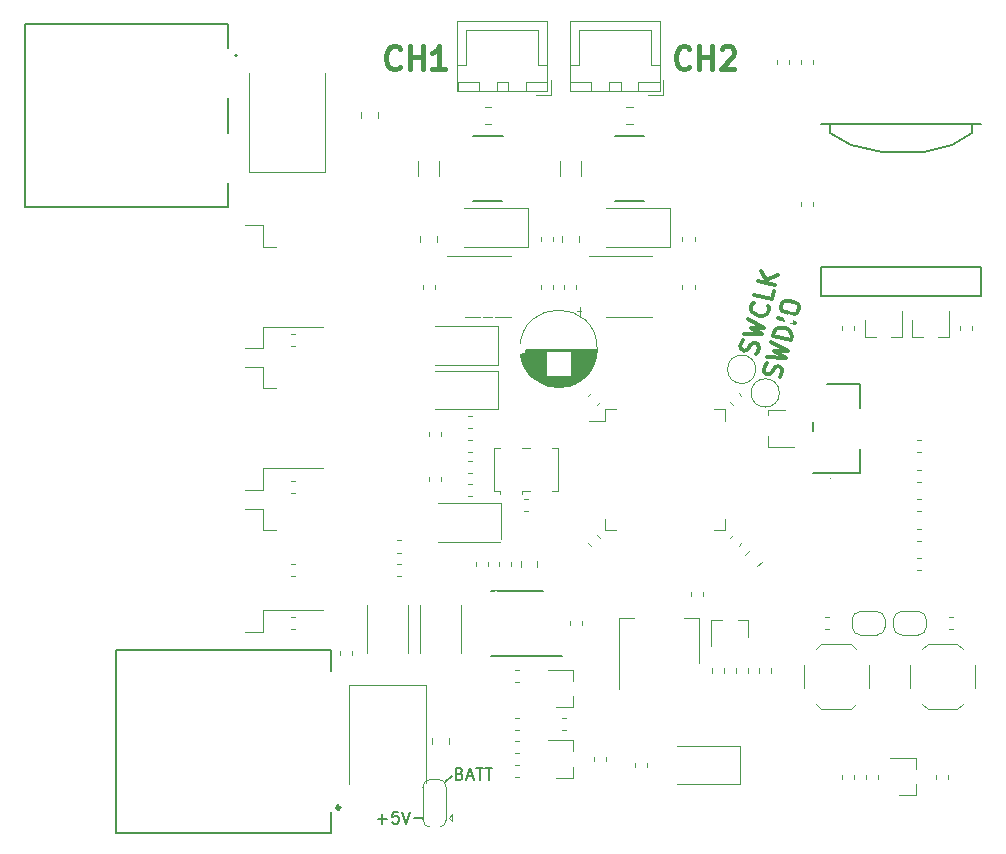
<source format=gto>
G04 #@! TF.GenerationSoftware,KiCad,Pcbnew,(5.1.4)-1*
G04 #@! TF.CreationDate,2020-09-24T22:51:37-04:00*
G04 #@! TF.ProjectId,EBoard Sidecar,45426f61-7264-4205-9369-64656361722e,rev?*
G04 #@! TF.SameCoordinates,Original*
G04 #@! TF.FileFunction,Legend,Top*
G04 #@! TF.FilePolarity,Positive*
%FSLAX46Y46*%
G04 Gerber Fmt 4.6, Leading zero omitted, Abs format (unit mm)*
G04 Created by KiCad (PCBNEW (5.1.4)-1) date 2020-09-24 22:51:37*
%MOMM*%
%LPD*%
G04 APERTURE LIST*
%ADD10C,0.203200*%
%ADD11C,0.304800*%
%ADD12C,0.381000*%
%ADD13C,0.120000*%
%ADD14C,0.150000*%
%ADD15C,0.127000*%
%ADD16C,0.101600*%
%ADD17C,0.200000*%
%ADD18C,0.300000*%
%ADD19R,1.601600X1.101600*%
%ADD20C,0.500000*%
%ADD21C,0.100000*%
%ADD22O,5.101600X2.101600*%
%ADD23R,1.801600X1.801600*%
%ADD24O,1.801600X1.801600*%
%ADD25C,1.051600*%
%ADD26R,2.601600X1.901600*%
%ADD27R,1.501600X1.301600*%
%ADD28C,2.101600*%
%ADD29O,1.801600X2.101600*%
%ADD30C,1.801600*%
%ADD31C,1.625600*%
%ADD32R,1.625600X1.625600*%
%ADD33C,0.701600*%
%ADD34C,2.511600*%
%ADD35R,1.601600X0.551600*%
%ADD36C,0.401600*%
%ADD37R,1.601600X2.101600*%
%ADD38R,3.901600X2.101600*%
%ADD39R,1.801600X1.101600*%
%ADD40C,1.626600*%
%ADD41C,1.526600*%
%ADD42R,9.501599X10.901601*%
%ADD43R,4.701601X1.201600*%
%ADD44R,4.701600X1.201600*%
%ADD45R,1.001600X0.901600*%
%ADD46C,1.101600*%
%ADD47O,1.301600X2.501600*%
%ADD48O,1.301600X2.701600*%
%ADD49R,0.901600X1.601600*%
%ADD50R,1.601600X2.151600*%
%ADD51O,1.801600X2.051600*%
%ADD52C,4.601601*%
%ADD53O,2.701600X1.401600*%
%ADD54O,2.501600X1.301600*%
%ADD55R,0.901600X1.001600*%
%ADD56R,3.401600X2.601600*%
%ADD57C,1.251600*%
%ADD58C,1.701600*%
%ADD59R,1.701600X1.701600*%
%ADD60C,2.601600*%
%ADD61C,0.851600*%
G04 APERTURE END LIST*
D10*
X127850000Y-139950000D02*
X128450000Y-139400000D01*
X125250000Y-143000000D02*
X126000000Y-143000000D01*
X129113047Y-139227428D02*
X129258190Y-139275809D01*
X129306571Y-139324190D01*
X129354952Y-139420952D01*
X129354952Y-139566095D01*
X129306571Y-139662857D01*
X129258190Y-139711238D01*
X129161428Y-139759619D01*
X128774380Y-139759619D01*
X128774380Y-138743619D01*
X129113047Y-138743619D01*
X129209809Y-138792000D01*
X129258190Y-138840380D01*
X129306571Y-138937142D01*
X129306571Y-139033904D01*
X129258190Y-139130666D01*
X129209809Y-139179047D01*
X129113047Y-139227428D01*
X128774380Y-139227428D01*
X129742000Y-139469333D02*
X130225809Y-139469333D01*
X129645238Y-139759619D02*
X129983904Y-138743619D01*
X130322571Y-139759619D01*
X130516095Y-138743619D02*
X131096666Y-138743619D01*
X130806380Y-139759619D02*
X130806380Y-138743619D01*
X131290190Y-138743619D02*
X131870761Y-138743619D01*
X131580476Y-139759619D02*
X131580476Y-138743619D01*
X122193714Y-143072571D02*
X122967809Y-143072571D01*
X122580761Y-143459619D02*
X122580761Y-142685523D01*
X123935428Y-142443619D02*
X123451619Y-142443619D01*
X123403238Y-142927428D01*
X123451619Y-142879047D01*
X123548380Y-142830666D01*
X123790285Y-142830666D01*
X123887047Y-142879047D01*
X123935428Y-142927428D01*
X123983809Y-143024190D01*
X123983809Y-143266095D01*
X123935428Y-143362857D01*
X123887047Y-143411238D01*
X123790285Y-143459619D01*
X123548380Y-143459619D01*
X123451619Y-143411238D01*
X123403238Y-143362857D01*
X124274095Y-142443619D02*
X124612761Y-143459619D01*
X124951428Y-142443619D01*
D11*
X156222246Y-105687890D02*
X156348694Y-105496377D01*
X156442608Y-105145884D01*
X156410075Y-104986904D01*
X156358759Y-104898023D01*
X156237345Y-104790358D01*
X156097148Y-104752792D01*
X155938168Y-104785325D01*
X155849286Y-104836641D01*
X155741622Y-104958055D01*
X155596392Y-105219667D01*
X155488727Y-105341081D01*
X155399846Y-105392397D01*
X155240866Y-105424930D01*
X155100669Y-105387364D01*
X154979254Y-105279700D01*
X154927938Y-105190818D01*
X154895406Y-105031838D01*
X154989320Y-104681345D01*
X155115767Y-104489832D01*
X155177149Y-103980359D02*
X156743134Y-104024306D01*
X155766786Y-103462169D01*
X156893397Y-103463517D01*
X155515240Y-102718584D01*
X157137574Y-102552235D02*
X155665503Y-102157795D01*
X155759417Y-101807302D01*
X155885865Y-101615789D01*
X156063628Y-101513157D01*
X156222608Y-101480625D01*
X156521785Y-101485657D01*
X156732081Y-101542006D01*
X156993693Y-101687236D01*
X157115107Y-101794901D01*
X157217738Y-101972663D01*
X157231488Y-102201742D01*
X157137574Y-102552235D01*
X157532014Y-101080164D02*
X156059943Y-100685724D01*
X156322904Y-99704343D02*
X156398035Y-99423949D01*
X156505699Y-99302535D01*
X156683462Y-99199903D01*
X156982640Y-99204936D01*
X157473330Y-99336416D01*
X157734942Y-99481646D01*
X157837573Y-99659409D01*
X157870106Y-99818389D01*
X157794974Y-100098784D01*
X157687310Y-100220198D01*
X157509547Y-100322830D01*
X157210370Y-100317797D01*
X156719680Y-100186317D01*
X156458068Y-100041087D01*
X156355436Y-99863324D01*
X156322904Y-99704343D01*
X154222246Y-103687890D02*
X154348694Y-103496377D01*
X154442608Y-103145884D01*
X154410075Y-102986904D01*
X154358759Y-102898023D01*
X154237345Y-102790358D01*
X154097148Y-102752792D01*
X153938168Y-102785325D01*
X153849286Y-102836641D01*
X153741622Y-102958055D01*
X153596392Y-103219667D01*
X153488727Y-103341081D01*
X153399846Y-103392397D01*
X153240866Y-103424930D01*
X153100669Y-103387364D01*
X152979254Y-103279700D01*
X152927938Y-103190818D01*
X152895406Y-103031838D01*
X152989320Y-102681345D01*
X153115767Y-102489832D01*
X153177149Y-101980359D02*
X154743134Y-102024306D01*
X153766786Y-101462169D01*
X154893397Y-101463517D01*
X153515240Y-100718584D01*
X155222771Y-99673486D02*
X155274087Y-99762368D01*
X155287837Y-99991446D01*
X155250271Y-100131644D01*
X155123824Y-100323157D01*
X154946061Y-100425788D01*
X154787081Y-100458321D01*
X154487904Y-100453288D01*
X154277608Y-100396939D01*
X154015996Y-100251709D01*
X153894582Y-100144045D01*
X153791950Y-99966282D01*
X153778200Y-99737203D01*
X153815766Y-99597006D01*
X153942213Y-99405493D01*
X154031095Y-99354177D01*
X155719843Y-98379178D02*
X155532014Y-99080164D01*
X154059943Y-98685724D01*
X155851323Y-97888488D02*
X154379252Y-97494048D01*
X156076718Y-97047304D02*
X155066488Y-97452798D01*
X154604647Y-96652864D02*
X155220436Y-97719442D01*
D12*
X148584642Y-79380357D02*
X148493928Y-79471071D01*
X148221785Y-79561785D01*
X148040357Y-79561785D01*
X147768214Y-79471071D01*
X147586785Y-79289642D01*
X147496071Y-79108214D01*
X147405357Y-78745357D01*
X147405357Y-78473214D01*
X147496071Y-78110357D01*
X147586785Y-77928928D01*
X147768214Y-77747500D01*
X148040357Y-77656785D01*
X148221785Y-77656785D01*
X148493928Y-77747500D01*
X148584642Y-77838214D01*
X149401071Y-79561785D02*
X149401071Y-77656785D01*
X149401071Y-78563928D02*
X150489642Y-78563928D01*
X150489642Y-79561785D02*
X150489642Y-77656785D01*
X151306071Y-77838214D02*
X151396785Y-77747500D01*
X151578214Y-77656785D01*
X152031785Y-77656785D01*
X152213214Y-77747500D01*
X152303928Y-77838214D01*
X152394642Y-78019642D01*
X152394642Y-78201071D01*
X152303928Y-78473214D01*
X151215357Y-79561785D01*
X152394642Y-79561785D01*
X124084642Y-79380357D02*
X123993928Y-79471071D01*
X123721785Y-79561785D01*
X123540357Y-79561785D01*
X123268214Y-79471071D01*
X123086785Y-79289642D01*
X122996071Y-79108214D01*
X122905357Y-78745357D01*
X122905357Y-78473214D01*
X122996071Y-78110357D01*
X123086785Y-77928928D01*
X123268214Y-77747500D01*
X123540357Y-77656785D01*
X123721785Y-77656785D01*
X123993928Y-77747500D01*
X124084642Y-77838214D01*
X124901071Y-79561785D02*
X124901071Y-77656785D01*
X124901071Y-78563928D02*
X125989642Y-78563928D01*
X125989642Y-79561785D02*
X125989642Y-77656785D01*
X127894642Y-79561785D02*
X126806071Y-79561785D01*
X127350357Y-79561785D02*
X127350357Y-77656785D01*
X127168928Y-77928928D01*
X126987500Y-78110357D01*
X126806071Y-78201071D01*
D13*
X126700000Y-143800000D02*
G75*
G02X126000000Y-143100000I0J700000D01*
G01*
X128000000Y-143100000D02*
G75*
G02X127300000Y-143800000I-700000J0D01*
G01*
X127300000Y-139700000D02*
G75*
G02X128000000Y-140400000I0J-700000D01*
G01*
X126000000Y-140400000D02*
G75*
G02X126700000Y-139700000I700000J0D01*
G01*
X126000000Y-143150000D02*
X126000000Y-140350000D01*
X126700000Y-139700000D02*
X127300000Y-139700000D01*
X128000000Y-140350000D02*
X128000000Y-143150000D01*
X127300000Y-143800000D02*
X126700000Y-143800000D01*
X128200000Y-142950000D02*
X128500000Y-143250000D01*
X128500000Y-143250000D02*
X128500000Y-142650000D01*
X128200000Y-142950000D02*
X128500000Y-142650000D01*
X130171267Y-110990000D02*
X129828733Y-110990000D01*
X130171267Y-112010000D02*
X129828733Y-112010000D01*
X126490000Y-110328733D02*
X126490000Y-110671267D01*
X127510000Y-110328733D02*
X127510000Y-110671267D01*
X132400000Y-108400000D02*
X127000000Y-108400000D01*
X132400000Y-105100000D02*
X127000000Y-105100000D01*
X132400000Y-108400000D02*
X132400000Y-105100000D01*
X129828733Y-110010000D02*
X130171267Y-110010000D01*
X129828733Y-108990000D02*
X130171267Y-108990000D01*
X168171267Y-113490000D02*
X167828733Y-113490000D01*
X168171267Y-114510000D02*
X167828733Y-114510000D01*
X168171267Y-115990000D02*
X167828733Y-115990000D01*
X168171267Y-117010000D02*
X167828733Y-117010000D01*
X168171267Y-118490000D02*
X167828733Y-118490000D01*
X168171267Y-119510000D02*
X167828733Y-119510000D01*
X168171267Y-120990000D02*
X167828733Y-120990000D01*
X168171267Y-122010000D02*
X167828733Y-122010000D01*
X140018271Y-119739520D02*
X140260480Y-119981729D01*
X140739520Y-119018271D02*
X140981729Y-119260480D01*
X134380000Y-115300000D02*
X134380000Y-115540000D01*
X135120000Y-115300000D02*
X134380000Y-115300000D01*
X132050000Y-111700000D02*
X132580000Y-111700000D01*
X132050000Y-115300000D02*
X132050000Y-111700000D01*
X132580000Y-115300000D02*
X132050000Y-115300000D01*
X132580000Y-115540000D02*
X132580000Y-115300000D01*
X134380000Y-111700000D02*
X135120000Y-111700000D01*
X137450000Y-115300000D02*
X136920000Y-115300000D01*
X137450000Y-111700000D02*
X137450000Y-115300000D01*
X136920000Y-111700000D02*
X137450000Y-111700000D01*
X134578733Y-117010000D02*
X134921267Y-117010000D01*
X134578733Y-115990000D02*
X134921267Y-115990000D01*
X154200000Y-105000000D02*
G75*
G03X154200000Y-105000000I-1200000J0D01*
G01*
X156200000Y-107000000D02*
G75*
G03X156200000Y-107000000I-1200000J0D01*
G01*
X146350000Y-81750000D02*
X146350000Y-80500000D01*
X145100000Y-81750000D02*
X146350000Y-81750000D01*
X139200000Y-76250000D02*
X142250000Y-76250000D01*
X139200000Y-79200000D02*
X139200000Y-76250000D01*
X138450000Y-79200000D02*
X139200000Y-79200000D01*
X145300000Y-76250000D02*
X142250000Y-76250000D01*
X145300000Y-79200000D02*
X145300000Y-76250000D01*
X146050000Y-79200000D02*
X145300000Y-79200000D01*
X138450000Y-81450000D02*
X140250000Y-81450000D01*
X138450000Y-80700000D02*
X138450000Y-81450000D01*
X140250000Y-80700000D02*
X138450000Y-80700000D01*
X140250000Y-81450000D02*
X140250000Y-80700000D01*
X144250000Y-81450000D02*
X146050000Y-81450000D01*
X144250000Y-80700000D02*
X144250000Y-81450000D01*
X146050000Y-80700000D02*
X144250000Y-80700000D01*
X146050000Y-81450000D02*
X146050000Y-80700000D01*
X141750000Y-81450000D02*
X142750000Y-81450000D01*
X141750000Y-80700000D02*
X141750000Y-81450000D01*
X142750000Y-80700000D02*
X141750000Y-80700000D01*
X142750000Y-81450000D02*
X142750000Y-80700000D01*
X138440000Y-81460000D02*
X146060000Y-81460000D01*
X138440000Y-75490000D02*
X138440000Y-81460000D01*
X146060000Y-75490000D02*
X138440000Y-75490000D01*
X146060000Y-81460000D02*
X146060000Y-75490000D01*
X136850000Y-81750000D02*
X136850000Y-80500000D01*
X135600000Y-81750000D02*
X136850000Y-81750000D01*
X129700000Y-76250000D02*
X132750000Y-76250000D01*
X129700000Y-79200000D02*
X129700000Y-76250000D01*
X128950000Y-79200000D02*
X129700000Y-79200000D01*
X135800000Y-76250000D02*
X132750000Y-76250000D01*
X135800000Y-79200000D02*
X135800000Y-76250000D01*
X136550000Y-79200000D02*
X135800000Y-79200000D01*
X128950000Y-81450000D02*
X130750000Y-81450000D01*
X128950000Y-80700000D02*
X128950000Y-81450000D01*
X130750000Y-80700000D02*
X128950000Y-80700000D01*
X130750000Y-81450000D02*
X130750000Y-80700000D01*
X134750000Y-81450000D02*
X136550000Y-81450000D01*
X134750000Y-80700000D02*
X134750000Y-81450000D01*
X136550000Y-80700000D02*
X134750000Y-80700000D01*
X136550000Y-81450000D02*
X136550000Y-80700000D01*
X132250000Y-81450000D02*
X133250000Y-81450000D01*
X132250000Y-80700000D02*
X132250000Y-81450000D01*
X133250000Y-80700000D02*
X132250000Y-80700000D01*
X133250000Y-81450000D02*
X133250000Y-80700000D01*
X128940000Y-81460000D02*
X136560000Y-81460000D01*
X128940000Y-75490000D02*
X128940000Y-81460000D01*
X136560000Y-75490000D02*
X128940000Y-75490000D01*
X136560000Y-81460000D02*
X136560000Y-75490000D01*
X143500000Y-95440000D02*
X140050000Y-95440000D01*
X143500000Y-95440000D02*
X145450000Y-95440000D01*
X143500000Y-100560000D02*
X141550000Y-100560000D01*
X143500000Y-100560000D02*
X145450000Y-100560000D01*
X131500000Y-95440000D02*
X128050000Y-95440000D01*
X131500000Y-95440000D02*
X133450000Y-95440000D01*
X131500000Y-100560000D02*
X129550000Y-100560000D01*
X131500000Y-100560000D02*
X133450000Y-100560000D01*
D14*
X137775000Y-129300000D02*
X131800000Y-129300000D01*
X136200000Y-123775000D02*
X131800000Y-123775000D01*
D13*
X141390000Y-109340000D02*
X140050000Y-109340000D01*
X141390000Y-108390000D02*
X141390000Y-109340000D01*
X142340000Y-108390000D02*
X141390000Y-108390000D01*
X151610000Y-108390000D02*
X151610000Y-109340000D01*
X150660000Y-108390000D02*
X151610000Y-108390000D01*
X141390000Y-118610000D02*
X141390000Y-117660000D01*
X142340000Y-118610000D02*
X141390000Y-118610000D01*
X151610000Y-118610000D02*
X151610000Y-117660000D01*
X150660000Y-118610000D02*
X151610000Y-118610000D01*
X142590000Y-132100000D02*
X142590000Y-126090000D01*
X149410000Y-129850000D02*
X149410000Y-126090000D01*
X142590000Y-126090000D02*
X143850000Y-126090000D01*
X149410000Y-126090000D02*
X148150000Y-126090000D01*
X171700000Y-128700000D02*
X171250000Y-128250000D01*
X168300000Y-128700000D02*
X168750000Y-128250000D01*
X168300000Y-133300000D02*
X168750000Y-133750000D01*
X171700000Y-133300000D02*
X171250000Y-133750000D01*
X167250000Y-132000000D02*
X167250000Y-130000000D01*
X171250000Y-128250000D02*
X168750000Y-128250000D01*
X172750000Y-132000000D02*
X172750000Y-130000000D01*
X171250000Y-133750000D02*
X168750000Y-133750000D01*
X162700000Y-128700000D02*
X162250000Y-128250000D01*
X159300000Y-128700000D02*
X159750000Y-128250000D01*
X159300000Y-133300000D02*
X159750000Y-133750000D01*
X162700000Y-133300000D02*
X162250000Y-133750000D01*
X158250000Y-132000000D02*
X158250000Y-130000000D01*
X162250000Y-128250000D02*
X159750000Y-128250000D01*
X163750000Y-132000000D02*
X163750000Y-130000000D01*
X162250000Y-133750000D02*
X159750000Y-133750000D01*
X129210000Y-129052064D02*
X129210000Y-124947936D01*
X125790000Y-129052064D02*
X125790000Y-124947936D01*
X121290000Y-124947936D02*
X121290000Y-129052064D01*
X124710000Y-124947936D02*
X124710000Y-129052064D01*
X130171267Y-112740000D02*
X129828733Y-112740000D01*
X130171267Y-113760000D02*
X129828733Y-113760000D01*
X127510000Y-114421267D02*
X127510000Y-114078733D01*
X126490000Y-114421267D02*
X126490000Y-114078733D01*
X131510000Y-121671267D02*
X131510000Y-121328733D01*
X130490000Y-121671267D02*
X130490000Y-121328733D01*
X115171267Y-121490000D02*
X114828733Y-121490000D01*
X115171267Y-122510000D02*
X114828733Y-122510000D01*
X120010000Y-129171267D02*
X120010000Y-128828733D01*
X118990000Y-129171267D02*
X118990000Y-128828733D01*
X114828733Y-103010000D02*
X115171267Y-103010000D01*
X114828733Y-101990000D02*
X115171267Y-101990000D01*
X114828733Y-115510000D02*
X115171267Y-115510000D01*
X114828733Y-114490000D02*
X115171267Y-114490000D01*
X114828733Y-127010000D02*
X115171267Y-127010000D01*
X114828733Y-125990000D02*
X115171267Y-125990000D01*
X134171267Y-130490000D02*
X133828733Y-130490000D01*
X134171267Y-131510000D02*
X133828733Y-131510000D01*
X134171267Y-138490000D02*
X133828733Y-138490000D01*
X134171267Y-139510000D02*
X133828733Y-139510000D01*
X167828733Y-112010000D02*
X168171267Y-112010000D01*
X167828733Y-110990000D02*
X168171267Y-110990000D01*
X134171267Y-134490000D02*
X133828733Y-134490000D01*
X134171267Y-135510000D02*
X133828733Y-135510000D01*
X138171267Y-134490000D02*
X137828733Y-134490000D01*
X138171267Y-135510000D02*
X137828733Y-135510000D01*
X140490000Y-137828733D02*
X140490000Y-138171267D01*
X141510000Y-137828733D02*
X141510000Y-138171267D01*
X163490000Y-139671267D02*
X163490000Y-139328733D01*
X164510000Y-139671267D02*
X164510000Y-139328733D01*
X169490000Y-139671267D02*
X169490000Y-139328733D01*
X170510000Y-139671267D02*
X170510000Y-139328733D01*
X161490000Y-139671267D02*
X161490000Y-139328733D01*
X162510000Y-139671267D02*
X162510000Y-139328733D01*
X160421267Y-127010000D02*
X160078733Y-127010000D01*
X160421267Y-125990000D02*
X160078733Y-125990000D01*
X170921267Y-127010000D02*
X170578733Y-127010000D01*
X170921267Y-125990000D02*
X170578733Y-125990000D01*
X171490000Y-101328733D02*
X171490000Y-101671267D01*
X172510000Y-101328733D02*
X172510000Y-101671267D01*
X161490000Y-101328733D02*
X161490000Y-101671267D01*
X162510000Y-101328733D02*
X162510000Y-101671267D01*
X155990000Y-78828733D02*
X155990000Y-79171267D01*
X157010000Y-78828733D02*
X157010000Y-79171267D01*
X152490000Y-130328733D02*
X152490000Y-130671267D01*
X153510000Y-130328733D02*
X153510000Y-130671267D01*
X151510000Y-130671267D02*
X151510000Y-130328733D01*
X150490000Y-130671267D02*
X150490000Y-130328733D01*
X143990000Y-138328733D02*
X143990000Y-138671267D01*
X145010000Y-138328733D02*
X145010000Y-138671267D01*
X137590000Y-87397936D02*
X137590000Y-88602064D01*
X139410000Y-87397936D02*
X139410000Y-88602064D01*
X125590000Y-87397936D02*
X125590000Y-88602064D01*
X127410000Y-87397936D02*
X127410000Y-88602064D01*
X137990000Y-97828733D02*
X137990000Y-98171267D01*
X139010000Y-97828733D02*
X139010000Y-98171267D01*
X125990000Y-97828733D02*
X125990000Y-98171267D01*
X127010000Y-97828733D02*
X127010000Y-98171267D01*
X112450000Y-94610000D02*
X113550000Y-94610000D01*
X112450000Y-92800000D02*
X112450000Y-94610000D01*
X110950000Y-92800000D02*
X112450000Y-92800000D01*
X112450000Y-101390000D02*
X117575000Y-101390000D01*
X112450000Y-103200000D02*
X112450000Y-101390000D01*
X110950000Y-103200000D02*
X112450000Y-103200000D01*
X112450000Y-106610000D02*
X113550000Y-106610000D01*
X112450000Y-104800000D02*
X112450000Y-106610000D01*
X110950000Y-104800000D02*
X112450000Y-104800000D01*
X112450000Y-113390000D02*
X117575000Y-113390000D01*
X112450000Y-115200000D02*
X112450000Y-113390000D01*
X110950000Y-115200000D02*
X112450000Y-115200000D01*
X112450000Y-118610000D02*
X113550000Y-118610000D01*
X112450000Y-116800000D02*
X112450000Y-118610000D01*
X110950000Y-116800000D02*
X112450000Y-116800000D01*
X112450000Y-125390000D02*
X117575000Y-125390000D01*
X112450000Y-127200000D02*
X112450000Y-125390000D01*
X110950000Y-127200000D02*
X112450000Y-127200000D01*
X138760000Y-139580000D02*
X137300000Y-139580000D01*
X138760000Y-136420000D02*
X136600000Y-136420000D01*
X138760000Y-136420000D02*
X138760000Y-137350000D01*
X138760000Y-139580000D02*
X138760000Y-138650000D01*
X138760000Y-133580000D02*
X137300000Y-133580000D01*
X138760000Y-130420000D02*
X136600000Y-130420000D01*
X138760000Y-130420000D02*
X138760000Y-131350000D01*
X138760000Y-133580000D02*
X138760000Y-132650000D01*
X167760000Y-141080000D02*
X167760000Y-140150000D01*
X167760000Y-137920000D02*
X167760000Y-138850000D01*
X167760000Y-137920000D02*
X165600000Y-137920000D01*
X167760000Y-141080000D02*
X166300000Y-141080000D01*
D10*
X142250000Y-90750000D02*
X144750000Y-90750000D01*
X142250000Y-85250000D02*
X144770000Y-85250000D01*
X130250000Y-90750000D02*
X132750000Y-90750000D01*
X130250000Y-85250000D02*
X132770000Y-85250000D01*
D13*
X167950000Y-125500000D02*
G75*
G02X168650000Y-126200000I0J-700000D01*
G01*
X168650000Y-126800000D02*
G75*
G02X167950000Y-127500000I-700000J0D01*
G01*
X166550000Y-127500000D02*
G75*
G02X165850000Y-126800000I0J700000D01*
G01*
X165850000Y-126200000D02*
G75*
G02X166550000Y-125500000I700000J0D01*
G01*
X165850000Y-126800000D02*
X165850000Y-126200000D01*
X167950000Y-127500000D02*
X166550000Y-127500000D01*
X168650000Y-126200000D02*
X168650000Y-126800000D01*
X166550000Y-125500000D02*
X167950000Y-125500000D01*
X163050000Y-127500000D02*
G75*
G02X162350000Y-126800000I0J700000D01*
G01*
X162350000Y-126200000D02*
G75*
G02X163050000Y-125500000I700000J0D01*
G01*
X164450000Y-125500000D02*
G75*
G02X165150000Y-126200000I0J-700000D01*
G01*
X165150000Y-126800000D02*
G75*
G02X164450000Y-127500000I-700000J0D01*
G01*
X165150000Y-126200000D02*
X165150000Y-126800000D01*
X163050000Y-125500000D02*
X164450000Y-125500000D01*
X162350000Y-126800000D02*
X162350000Y-126200000D01*
X164450000Y-127500000D02*
X163050000Y-127500000D01*
D15*
X163000000Y-106250000D02*
X160250000Y-106250000D01*
X163000000Y-113750000D02*
X159000000Y-113750000D01*
X163000000Y-111750000D02*
X163000000Y-113750000D01*
X163000000Y-106250000D02*
X163000000Y-108250000D01*
X159000000Y-109500000D02*
X159000000Y-110250000D01*
D16*
X160550800Y-114250000D02*
G75*
G03X160550800Y-114250000I-50800J0D01*
G01*
D15*
X173300000Y-84250000D02*
X159700000Y-84250000D01*
X173300000Y-98750000D02*
X159700000Y-98750000D01*
X173300000Y-98700000D02*
X173300000Y-96300000D01*
X159700000Y-98700000D02*
X159700000Y-96300000D01*
X172500000Y-84300000D02*
X172500000Y-85000000D01*
X160500000Y-84300000D02*
X160500000Y-85000000D01*
X172500000Y-85000000D02*
X170800000Y-86000000D01*
X170800000Y-86000000D02*
X168400000Y-86600000D01*
X168400000Y-86600000D02*
X164900000Y-86600000D01*
X164900000Y-86600000D02*
X162300000Y-86000000D01*
X162300000Y-86000000D02*
X160500000Y-85000000D01*
X173300000Y-96300000D02*
X159700000Y-96300000D01*
X109500000Y-75750000D02*
X109500000Y-77790000D01*
X109500000Y-82010000D02*
X109500000Y-84990000D01*
X109500000Y-89210000D02*
X109500000Y-91250000D01*
X109500000Y-91250000D02*
X92300000Y-91250000D01*
X92300000Y-91250000D02*
X92300000Y-75750000D01*
X92300000Y-75750000D02*
X109500000Y-75750000D01*
D17*
X110290000Y-78420000D02*
G75*
G03X110290000Y-78420000I-100000J0D01*
G01*
D15*
X100000000Y-144250000D02*
X118200000Y-144250000D01*
X100000000Y-128750000D02*
X100000000Y-144250000D01*
X118200000Y-128750000D02*
X100000000Y-128750000D01*
X118200000Y-144250000D02*
X118200000Y-142500000D01*
X118200000Y-128750000D02*
X118200000Y-130500000D01*
D18*
X119000000Y-142100000D02*
G75*
G03X119000000Y-142100000I-150000J0D01*
G01*
D13*
X132650000Y-119650000D02*
X127250000Y-119650000D01*
X132650000Y-116350000D02*
X127250000Y-116350000D01*
X132650000Y-119650000D02*
X132650000Y-116350000D01*
X155240000Y-108420000D02*
X156700000Y-108420000D01*
X155240000Y-111580000D02*
X157400000Y-111580000D01*
X155240000Y-111580000D02*
X155240000Y-110650000D01*
X155240000Y-108420000D02*
X155240000Y-109350000D01*
X167420000Y-102260000D02*
X167420000Y-100800000D01*
X170580000Y-102260000D02*
X170580000Y-100100000D01*
X170580000Y-102260000D02*
X169650000Y-102260000D01*
X167420000Y-102260000D02*
X168350000Y-102260000D01*
X163420000Y-102260000D02*
X163420000Y-100800000D01*
X166580000Y-102260000D02*
X166580000Y-100100000D01*
X166580000Y-102260000D02*
X165650000Y-102260000D01*
X163420000Y-102260000D02*
X164350000Y-102260000D01*
X153580000Y-126240000D02*
X153580000Y-127700000D01*
X150420000Y-126240000D02*
X150420000Y-128400000D01*
X150420000Y-126240000D02*
X151350000Y-126240000D01*
X153580000Y-126240000D02*
X152650000Y-126240000D01*
X152900000Y-140150000D02*
X147500000Y-140150000D01*
X152900000Y-136850000D02*
X147500000Y-136850000D01*
X152900000Y-140150000D02*
X152900000Y-136850000D01*
X146900000Y-94650000D02*
X141500000Y-94650000D01*
X146900000Y-91350000D02*
X141500000Y-91350000D01*
X146900000Y-94650000D02*
X146900000Y-91350000D01*
X134900000Y-94650000D02*
X129500000Y-94650000D01*
X134900000Y-91350000D02*
X129500000Y-91350000D01*
X134900000Y-94650000D02*
X134900000Y-91350000D01*
X132400000Y-104650000D02*
X127000000Y-104650000D01*
X132400000Y-101350000D02*
X127000000Y-101350000D01*
X132400000Y-104650000D02*
X132400000Y-101350000D01*
X111250000Y-88300000D02*
X111250000Y-79900000D01*
X117750000Y-88300000D02*
X117750000Y-79900000D01*
X117750000Y-88300000D02*
X111250000Y-88300000D01*
X126250000Y-131700000D02*
X126250000Y-140100000D01*
X119750000Y-131700000D02*
X119750000Y-140100000D01*
X119750000Y-131700000D02*
X126250000Y-131700000D01*
X129828733Y-115760000D02*
X130171267Y-115760000D01*
X129828733Y-114740000D02*
X130171267Y-114740000D01*
X133510000Y-121671267D02*
X133510000Y-121328733D01*
X132490000Y-121671267D02*
X132490000Y-121328733D01*
X124171267Y-119490000D02*
X123828733Y-119490000D01*
X124171267Y-120510000D02*
X123828733Y-120510000D01*
X123828733Y-122510000D02*
X124171267Y-122510000D01*
X123828733Y-121490000D02*
X124171267Y-121490000D01*
X135710000Y-121761252D02*
X135710000Y-121238748D01*
X134290000Y-121761252D02*
X134290000Y-121238748D01*
X139510000Y-126671267D02*
X139510000Y-126328733D01*
X138490000Y-126671267D02*
X138490000Y-126328733D01*
X133828733Y-137510000D02*
X134171267Y-137510000D01*
X133828733Y-136490000D02*
X134171267Y-136490000D01*
X152981729Y-107260480D02*
X152739520Y-107018271D01*
X152260480Y-107981729D02*
X152018271Y-107739520D01*
X140739520Y-107981729D02*
X140981729Y-107739520D01*
X140018271Y-107260480D02*
X140260480Y-107018271D01*
X152739520Y-119981729D02*
X152981729Y-119739520D01*
X152018271Y-119260480D02*
X152260480Y-119018271D01*
X154317313Y-121686779D02*
X154686779Y-121317313D01*
X153313221Y-120682687D02*
X153682687Y-120313221D01*
X157990000Y-90828733D02*
X157990000Y-91171267D01*
X159010000Y-90828733D02*
X159010000Y-91171267D01*
X159010000Y-79171267D02*
X159010000Y-78828733D01*
X157990000Y-79171267D02*
X157990000Y-78828733D01*
X143761252Y-82790000D02*
X143238748Y-82790000D01*
X143761252Y-84210000D02*
X143238748Y-84210000D01*
X131761252Y-82790000D02*
X131238748Y-82790000D01*
X131761252Y-84210000D02*
X131238748Y-84210000D01*
X149010000Y-94171267D02*
X149010000Y-93828733D01*
X147990000Y-94171267D02*
X147990000Y-93828733D01*
X137010000Y-94171267D02*
X137010000Y-93828733D01*
X135990000Y-94171267D02*
X135990000Y-93828733D01*
X149010000Y-98171267D02*
X149010000Y-97828733D01*
X147990000Y-98171267D02*
X147990000Y-97828733D01*
X137010000Y-98171267D02*
X137010000Y-97828733D01*
X135990000Y-98171267D02*
X135990000Y-97828733D01*
X139210000Y-94261252D02*
X139210000Y-93738748D01*
X137790000Y-94261252D02*
X137790000Y-93738748D01*
X127210000Y-94261252D02*
X127210000Y-93738748D01*
X125790000Y-94261252D02*
X125790000Y-93738748D01*
X139654000Y-100064759D02*
X139024000Y-100064759D01*
X139339000Y-99749759D02*
X139339000Y-100379759D01*
X137902000Y-106491000D02*
X137098000Y-106491000D01*
X138133000Y-106451000D02*
X136867000Y-106451000D01*
X138302000Y-106411000D02*
X136698000Y-106411000D01*
X138440000Y-106371000D02*
X136560000Y-106371000D01*
X138559000Y-106331000D02*
X136441000Y-106331000D01*
X138665000Y-106291000D02*
X136335000Y-106291000D01*
X138762000Y-106251000D02*
X136238000Y-106251000D01*
X138850000Y-106211000D02*
X136150000Y-106211000D01*
X138932000Y-106171000D02*
X136068000Y-106171000D01*
X139009000Y-106131000D02*
X135991000Y-106131000D01*
X139081000Y-106091000D02*
X135919000Y-106091000D01*
X139150000Y-106051000D02*
X135850000Y-106051000D01*
X139214000Y-106011000D02*
X135786000Y-106011000D01*
X139276000Y-105971000D02*
X135724000Y-105971000D01*
X139334000Y-105931000D02*
X135666000Y-105931000D01*
X139390000Y-105891000D02*
X135610000Y-105891000D01*
X139444000Y-105851000D02*
X135556000Y-105851000D01*
X139495000Y-105811000D02*
X135505000Y-105811000D01*
X139544000Y-105771000D02*
X135456000Y-105771000D01*
X139592000Y-105731000D02*
X135408000Y-105731000D01*
X139637000Y-105691000D02*
X135363000Y-105691000D01*
X139682000Y-105651000D02*
X135318000Y-105651000D01*
X139724000Y-105611000D02*
X135276000Y-105611000D01*
X139765000Y-105571000D02*
X135235000Y-105571000D01*
X136460000Y-105531000D02*
X135195000Y-105531000D01*
X139805000Y-105531000D02*
X138540000Y-105531000D01*
X136460000Y-105491000D02*
X135157000Y-105491000D01*
X139843000Y-105491000D02*
X138540000Y-105491000D01*
X136460000Y-105451000D02*
X135120000Y-105451000D01*
X139880000Y-105451000D02*
X138540000Y-105451000D01*
X136460000Y-105411000D02*
X135084000Y-105411000D01*
X139916000Y-105411000D02*
X138540000Y-105411000D01*
X136460000Y-105371000D02*
X135050000Y-105371000D01*
X139950000Y-105371000D02*
X138540000Y-105371000D01*
X136460000Y-105331000D02*
X135016000Y-105331000D01*
X139984000Y-105331000D02*
X138540000Y-105331000D01*
X136460000Y-105291000D02*
X134984000Y-105291000D01*
X140016000Y-105291000D02*
X138540000Y-105291000D01*
X136460000Y-105251000D02*
X134952000Y-105251000D01*
X140048000Y-105251000D02*
X138540000Y-105251000D01*
X136460000Y-105211000D02*
X134922000Y-105211000D01*
X140078000Y-105211000D02*
X138540000Y-105211000D01*
X136460000Y-105171000D02*
X134893000Y-105171000D01*
X140107000Y-105171000D02*
X138540000Y-105171000D01*
X136460000Y-105131000D02*
X134864000Y-105131000D01*
X140136000Y-105131000D02*
X138540000Y-105131000D01*
X136460000Y-105091000D02*
X134836000Y-105091000D01*
X140164000Y-105091000D02*
X138540000Y-105091000D01*
X136460000Y-105051000D02*
X134810000Y-105051000D01*
X140190000Y-105051000D02*
X138540000Y-105051000D01*
X136460000Y-105011000D02*
X134784000Y-105011000D01*
X140216000Y-105011000D02*
X138540000Y-105011000D01*
X136460000Y-104971000D02*
X134758000Y-104971000D01*
X140242000Y-104971000D02*
X138540000Y-104971000D01*
X136460000Y-104931000D02*
X134734000Y-104931000D01*
X140266000Y-104931000D02*
X138540000Y-104931000D01*
X136460000Y-104891000D02*
X134710000Y-104891000D01*
X140290000Y-104891000D02*
X138540000Y-104891000D01*
X136460000Y-104851000D02*
X134688000Y-104851000D01*
X140312000Y-104851000D02*
X138540000Y-104851000D01*
X136460000Y-104811000D02*
X134666000Y-104811000D01*
X140334000Y-104811000D02*
X138540000Y-104811000D01*
X136460000Y-104771000D02*
X134644000Y-104771000D01*
X140356000Y-104771000D02*
X138540000Y-104771000D01*
X136460000Y-104731000D02*
X134624000Y-104731000D01*
X140376000Y-104731000D02*
X138540000Y-104731000D01*
X136460000Y-104691000D02*
X134604000Y-104691000D01*
X140396000Y-104691000D02*
X138540000Y-104691000D01*
X136460000Y-104651000D02*
X134584000Y-104651000D01*
X140416000Y-104651000D02*
X138540000Y-104651000D01*
X136460000Y-104611000D02*
X134566000Y-104611000D01*
X140434000Y-104611000D02*
X138540000Y-104611000D01*
X136460000Y-104571000D02*
X134548000Y-104571000D01*
X140452000Y-104571000D02*
X138540000Y-104571000D01*
X136460000Y-104531000D02*
X134530000Y-104531000D01*
X140470000Y-104531000D02*
X138540000Y-104531000D01*
X136460000Y-104491000D02*
X134514000Y-104491000D01*
X140486000Y-104491000D02*
X138540000Y-104491000D01*
X136460000Y-104451000D02*
X134498000Y-104451000D01*
X140502000Y-104451000D02*
X138540000Y-104451000D01*
X136460000Y-104411000D02*
X134482000Y-104411000D01*
X140518000Y-104411000D02*
X138540000Y-104411000D01*
X136460000Y-104371000D02*
X134467000Y-104371000D01*
X140533000Y-104371000D02*
X138540000Y-104371000D01*
X136460000Y-104331000D02*
X134453000Y-104331000D01*
X140547000Y-104331000D02*
X138540000Y-104331000D01*
X136460000Y-104291000D02*
X134439000Y-104291000D01*
X140561000Y-104291000D02*
X138540000Y-104291000D01*
X136460000Y-104251000D02*
X134426000Y-104251000D01*
X140574000Y-104251000D02*
X138540000Y-104251000D01*
X136460000Y-104211000D02*
X134414000Y-104211000D01*
X140586000Y-104211000D02*
X138540000Y-104211000D01*
X136460000Y-104171000D02*
X134402000Y-104171000D01*
X140598000Y-104171000D02*
X138540000Y-104171000D01*
X136460000Y-104131000D02*
X134390000Y-104131000D01*
X140610000Y-104131000D02*
X138540000Y-104131000D01*
X136460000Y-104091000D02*
X134379000Y-104091000D01*
X140621000Y-104091000D02*
X138540000Y-104091000D01*
X136460000Y-104051000D02*
X134369000Y-104051000D01*
X140631000Y-104051000D02*
X138540000Y-104051000D01*
X136460000Y-104011000D02*
X134359000Y-104011000D01*
X140641000Y-104011000D02*
X138540000Y-104011000D01*
X136460000Y-103971000D02*
X134350000Y-103971000D01*
X140650000Y-103971000D02*
X138540000Y-103971000D01*
X136460000Y-103930000D02*
X134341000Y-103930000D01*
X140659000Y-103930000D02*
X138540000Y-103930000D01*
X136460000Y-103890000D02*
X134333000Y-103890000D01*
X140667000Y-103890000D02*
X138540000Y-103890000D01*
X136460000Y-103850000D02*
X134325000Y-103850000D01*
X140675000Y-103850000D02*
X138540000Y-103850000D01*
X136460000Y-103810000D02*
X134318000Y-103810000D01*
X140682000Y-103810000D02*
X138540000Y-103810000D01*
X136460000Y-103770000D02*
X134311000Y-103770000D01*
X140689000Y-103770000D02*
X138540000Y-103770000D01*
X136460000Y-103730000D02*
X134305000Y-103730000D01*
X140695000Y-103730000D02*
X138540000Y-103730000D01*
X136460000Y-103690000D02*
X134299000Y-103690000D01*
X140701000Y-103690000D02*
X138540000Y-103690000D01*
X136460000Y-103650000D02*
X134294000Y-103650000D01*
X140706000Y-103650000D02*
X138540000Y-103650000D01*
X136460000Y-103610000D02*
X134289000Y-103610000D01*
X140711000Y-103610000D02*
X138540000Y-103610000D01*
X136460000Y-103570000D02*
X134285000Y-103570000D01*
X140715000Y-103570000D02*
X138540000Y-103570000D01*
X136460000Y-103530000D02*
X134282000Y-103530000D01*
X140718000Y-103530000D02*
X138540000Y-103530000D01*
X136460000Y-103490000D02*
X134278000Y-103490000D01*
X140722000Y-103490000D02*
X138540000Y-103490000D01*
X140724000Y-103450000D02*
X134276000Y-103450000D01*
X140727000Y-103410000D02*
X134273000Y-103410000D01*
X140728000Y-103370000D02*
X134272000Y-103370000D01*
X140730000Y-103330000D02*
X134270000Y-103330000D01*
X140730000Y-103290000D02*
X134270000Y-103290000D01*
X140730000Y-103250000D02*
X134270000Y-103250000D01*
X140770000Y-103250000D02*
G75*
G03X140770000Y-103250000I-3270000J0D01*
G01*
X120790000Y-83238748D02*
X120790000Y-83761252D01*
X122210000Y-83238748D02*
X122210000Y-83761252D01*
X149760000Y-124171267D02*
X149760000Y-123828733D01*
X148740000Y-124171267D02*
X148740000Y-123828733D01*
X155510000Y-130671267D02*
X155510000Y-130328733D01*
X154490000Y-130671267D02*
X154490000Y-130328733D01*
X126790000Y-136238748D02*
X126790000Y-136761252D01*
X128210000Y-136238748D02*
X128210000Y-136761252D01*
%LPC*%
D19*
X127000000Y-141750000D03*
D20*
X127000000Y-140450000D03*
D21*
G36*
X126199802Y-140443887D02*
G01*
X126199802Y-140425466D01*
X126200047Y-140420486D01*
X126204857Y-140371655D01*
X126205588Y-140366725D01*
X126215160Y-140318600D01*
X126216372Y-140313763D01*
X126230616Y-140266808D01*
X126232295Y-140262115D01*
X126251072Y-140216782D01*
X126253204Y-140212274D01*
X126276335Y-140169001D01*
X126278897Y-140164727D01*
X126306157Y-140123928D01*
X126309127Y-140119923D01*
X126340255Y-140081994D01*
X126343603Y-140078300D01*
X126378300Y-140043603D01*
X126381994Y-140040255D01*
X126419923Y-140009127D01*
X126423928Y-140006157D01*
X126464727Y-139978897D01*
X126469001Y-139976335D01*
X126512274Y-139953204D01*
X126516782Y-139951072D01*
X126562115Y-139932295D01*
X126566808Y-139930616D01*
X126613763Y-139916372D01*
X126618600Y-139915160D01*
X126666725Y-139905588D01*
X126671655Y-139904857D01*
X126720486Y-139900047D01*
X126725466Y-139899802D01*
X126743887Y-139899802D01*
X126750000Y-139899200D01*
X127250000Y-139899200D01*
X127256113Y-139899802D01*
X127274534Y-139899802D01*
X127279514Y-139900047D01*
X127328345Y-139904857D01*
X127333275Y-139905588D01*
X127381400Y-139915160D01*
X127386237Y-139916372D01*
X127433192Y-139930616D01*
X127437885Y-139932295D01*
X127483218Y-139951072D01*
X127487726Y-139953204D01*
X127530999Y-139976335D01*
X127535273Y-139978897D01*
X127576072Y-140006157D01*
X127580077Y-140009127D01*
X127618006Y-140040255D01*
X127621700Y-140043603D01*
X127656397Y-140078300D01*
X127659745Y-140081994D01*
X127690873Y-140119923D01*
X127693843Y-140123928D01*
X127721103Y-140164727D01*
X127723665Y-140169001D01*
X127746796Y-140212274D01*
X127748928Y-140216782D01*
X127767705Y-140262115D01*
X127769384Y-140266808D01*
X127783628Y-140313763D01*
X127784840Y-140318600D01*
X127794412Y-140366725D01*
X127795143Y-140371655D01*
X127799953Y-140420486D01*
X127800198Y-140425466D01*
X127800198Y-140443887D01*
X127800800Y-140450000D01*
X127800800Y-141000000D01*
X127799824Y-141009911D01*
X127796933Y-141019440D01*
X127792239Y-141028223D01*
X127785921Y-141035921D01*
X127778223Y-141042239D01*
X127769440Y-141046933D01*
X127759911Y-141049824D01*
X127750000Y-141050800D01*
X126250000Y-141050800D01*
X126240089Y-141049824D01*
X126230560Y-141046933D01*
X126221777Y-141042239D01*
X126214079Y-141035921D01*
X126207761Y-141028223D01*
X126203067Y-141019440D01*
X126200176Y-141009911D01*
X126199200Y-141000000D01*
X126199200Y-140450000D01*
X126199802Y-140443887D01*
X126199802Y-140443887D01*
G37*
D20*
X127000000Y-143050000D03*
D21*
G36*
X126200176Y-142490089D02*
G01*
X126203067Y-142480560D01*
X126207761Y-142471777D01*
X126214079Y-142464079D01*
X126221777Y-142457761D01*
X126230560Y-142453067D01*
X126240089Y-142450176D01*
X126250000Y-142449200D01*
X127750000Y-142449200D01*
X127759911Y-142450176D01*
X127769440Y-142453067D01*
X127778223Y-142457761D01*
X127785921Y-142464079D01*
X127792239Y-142471777D01*
X127796933Y-142480560D01*
X127799824Y-142490089D01*
X127800800Y-142500000D01*
X127800800Y-143050000D01*
X127800198Y-143056113D01*
X127800198Y-143074534D01*
X127799953Y-143079514D01*
X127795143Y-143128345D01*
X127794412Y-143133275D01*
X127784840Y-143181400D01*
X127783628Y-143186237D01*
X127769384Y-143233192D01*
X127767705Y-143237885D01*
X127748928Y-143283218D01*
X127746796Y-143287726D01*
X127723665Y-143330999D01*
X127721103Y-143335273D01*
X127693843Y-143376072D01*
X127690873Y-143380077D01*
X127659745Y-143418006D01*
X127656397Y-143421700D01*
X127621700Y-143456397D01*
X127618006Y-143459745D01*
X127580077Y-143490873D01*
X127576072Y-143493843D01*
X127535273Y-143521103D01*
X127530999Y-143523665D01*
X127487726Y-143546796D01*
X127483218Y-143548928D01*
X127437885Y-143567705D01*
X127433192Y-143569384D01*
X127386237Y-143583628D01*
X127381400Y-143584840D01*
X127333275Y-143594412D01*
X127328345Y-143595143D01*
X127279514Y-143599953D01*
X127274534Y-143600198D01*
X127256113Y-143600198D01*
X127250000Y-143600800D01*
X126750000Y-143600800D01*
X126743887Y-143600198D01*
X126725466Y-143600198D01*
X126720486Y-143599953D01*
X126671655Y-143595143D01*
X126666725Y-143594412D01*
X126618600Y-143584840D01*
X126613763Y-143583628D01*
X126566808Y-143569384D01*
X126562115Y-143567705D01*
X126516782Y-143548928D01*
X126512274Y-143546796D01*
X126469001Y-143523665D01*
X126464727Y-143521103D01*
X126423928Y-143493843D01*
X126419923Y-143490873D01*
X126381994Y-143459745D01*
X126378300Y-143456397D01*
X126343603Y-143421700D01*
X126340255Y-143418006D01*
X126309127Y-143380077D01*
X126306157Y-143376072D01*
X126278897Y-143335273D01*
X126276335Y-143330999D01*
X126253204Y-143287726D01*
X126251072Y-143283218D01*
X126232295Y-143237885D01*
X126230616Y-143233192D01*
X126216372Y-143186237D01*
X126215160Y-143181400D01*
X126205588Y-143133275D01*
X126204857Y-143128345D01*
X126200047Y-143079514D01*
X126199802Y-143074534D01*
X126199802Y-143056113D01*
X126199200Y-143050000D01*
X126199200Y-142500000D01*
X126200176Y-142490089D01*
X126200176Y-142490089D01*
G37*
D22*
X178750000Y-127500000D03*
X178750000Y-92500000D03*
X96250000Y-120000000D03*
X96250000Y-100000000D03*
D23*
X173540000Y-121500000D03*
D24*
X171000000Y-121500000D03*
X173540000Y-118960000D03*
X171000000Y-118960000D03*
X173540000Y-116420000D03*
X171000000Y-116420000D03*
X173540000Y-113880000D03*
X171000000Y-113880000D03*
X173540000Y-111340000D03*
X171000000Y-111340000D03*
D21*
G36*
X129463669Y-110975466D02*
G01*
X129489189Y-110979252D01*
X129514216Y-110985520D01*
X129538507Y-110994212D01*
X129561830Y-111005243D01*
X129583959Y-111018507D01*
X129604682Y-111033876D01*
X129623798Y-111051202D01*
X129641124Y-111070318D01*
X129656493Y-111091041D01*
X129669757Y-111113170D01*
X129680788Y-111136493D01*
X129689480Y-111160784D01*
X129695748Y-111185811D01*
X129699534Y-111211331D01*
X129700800Y-111237100D01*
X129700800Y-111762900D01*
X129699534Y-111788669D01*
X129695748Y-111814189D01*
X129689480Y-111839216D01*
X129680788Y-111863507D01*
X129669757Y-111886830D01*
X129656493Y-111908959D01*
X129641124Y-111929682D01*
X129623798Y-111948798D01*
X129604682Y-111966124D01*
X129583959Y-111981493D01*
X129561830Y-111994757D01*
X129538507Y-112005788D01*
X129514216Y-112014480D01*
X129489189Y-112020748D01*
X129463669Y-112024534D01*
X129437900Y-112025800D01*
X128812100Y-112025800D01*
X128786331Y-112024534D01*
X128760811Y-112020748D01*
X128735784Y-112014480D01*
X128711493Y-112005788D01*
X128688170Y-111994757D01*
X128666041Y-111981493D01*
X128645318Y-111966124D01*
X128626202Y-111948798D01*
X128608876Y-111929682D01*
X128593507Y-111908959D01*
X128580243Y-111886830D01*
X128569212Y-111863507D01*
X128560520Y-111839216D01*
X128554252Y-111814189D01*
X128550466Y-111788669D01*
X128549200Y-111762900D01*
X128549200Y-111237100D01*
X128550466Y-111211331D01*
X128554252Y-111185811D01*
X128560520Y-111160784D01*
X128569212Y-111136493D01*
X128580243Y-111113170D01*
X128593507Y-111091041D01*
X128608876Y-111070318D01*
X128626202Y-111051202D01*
X128645318Y-111033876D01*
X128666041Y-111018507D01*
X128688170Y-111005243D01*
X128711493Y-110994212D01*
X128735784Y-110985520D01*
X128760811Y-110979252D01*
X128786331Y-110975466D01*
X128812100Y-110974200D01*
X129437900Y-110974200D01*
X129463669Y-110975466D01*
X129463669Y-110975466D01*
G37*
D25*
X129125000Y-111500000D03*
D21*
G36*
X131213669Y-110975466D02*
G01*
X131239189Y-110979252D01*
X131264216Y-110985520D01*
X131288507Y-110994212D01*
X131311830Y-111005243D01*
X131333959Y-111018507D01*
X131354682Y-111033876D01*
X131373798Y-111051202D01*
X131391124Y-111070318D01*
X131406493Y-111091041D01*
X131419757Y-111113170D01*
X131430788Y-111136493D01*
X131439480Y-111160784D01*
X131445748Y-111185811D01*
X131449534Y-111211331D01*
X131450800Y-111237100D01*
X131450800Y-111762900D01*
X131449534Y-111788669D01*
X131445748Y-111814189D01*
X131439480Y-111839216D01*
X131430788Y-111863507D01*
X131419757Y-111886830D01*
X131406493Y-111908959D01*
X131391124Y-111929682D01*
X131373798Y-111948798D01*
X131354682Y-111966124D01*
X131333959Y-111981493D01*
X131311830Y-111994757D01*
X131288507Y-112005788D01*
X131264216Y-112014480D01*
X131239189Y-112020748D01*
X131213669Y-112024534D01*
X131187900Y-112025800D01*
X130562100Y-112025800D01*
X130536331Y-112024534D01*
X130510811Y-112020748D01*
X130485784Y-112014480D01*
X130461493Y-112005788D01*
X130438170Y-111994757D01*
X130416041Y-111981493D01*
X130395318Y-111966124D01*
X130376202Y-111948798D01*
X130358876Y-111929682D01*
X130343507Y-111908959D01*
X130330243Y-111886830D01*
X130319212Y-111863507D01*
X130310520Y-111839216D01*
X130304252Y-111814189D01*
X130300466Y-111788669D01*
X130299200Y-111762900D01*
X130299200Y-111237100D01*
X130300466Y-111211331D01*
X130304252Y-111185811D01*
X130310520Y-111160784D01*
X130319212Y-111136493D01*
X130330243Y-111113170D01*
X130343507Y-111091041D01*
X130358876Y-111070318D01*
X130376202Y-111051202D01*
X130395318Y-111033876D01*
X130416041Y-111018507D01*
X130438170Y-111005243D01*
X130461493Y-110994212D01*
X130485784Y-110985520D01*
X130510811Y-110979252D01*
X130536331Y-110975466D01*
X130562100Y-110974200D01*
X131187900Y-110974200D01*
X131213669Y-110975466D01*
X131213669Y-110975466D01*
G37*
D25*
X130875000Y-111500000D03*
D21*
G36*
X127288669Y-110800466D02*
G01*
X127314189Y-110804252D01*
X127339216Y-110810520D01*
X127363507Y-110819212D01*
X127386830Y-110830243D01*
X127408959Y-110843507D01*
X127429682Y-110858876D01*
X127448798Y-110876202D01*
X127466124Y-110895318D01*
X127481493Y-110916041D01*
X127494757Y-110938170D01*
X127505788Y-110961493D01*
X127514480Y-110985784D01*
X127520748Y-111010811D01*
X127524534Y-111036331D01*
X127525800Y-111062100D01*
X127525800Y-111687900D01*
X127524534Y-111713669D01*
X127520748Y-111739189D01*
X127514480Y-111764216D01*
X127505788Y-111788507D01*
X127494757Y-111811830D01*
X127481493Y-111833959D01*
X127466124Y-111854682D01*
X127448798Y-111873798D01*
X127429682Y-111891124D01*
X127408959Y-111906493D01*
X127386830Y-111919757D01*
X127363507Y-111930788D01*
X127339216Y-111939480D01*
X127314189Y-111945748D01*
X127288669Y-111949534D01*
X127262900Y-111950800D01*
X126737100Y-111950800D01*
X126711331Y-111949534D01*
X126685811Y-111945748D01*
X126660784Y-111939480D01*
X126636493Y-111930788D01*
X126613170Y-111919757D01*
X126591041Y-111906493D01*
X126570318Y-111891124D01*
X126551202Y-111873798D01*
X126533876Y-111854682D01*
X126518507Y-111833959D01*
X126505243Y-111811830D01*
X126494212Y-111788507D01*
X126485520Y-111764216D01*
X126479252Y-111739189D01*
X126475466Y-111713669D01*
X126474200Y-111687900D01*
X126474200Y-111062100D01*
X126475466Y-111036331D01*
X126479252Y-111010811D01*
X126485520Y-110985784D01*
X126494212Y-110961493D01*
X126505243Y-110938170D01*
X126518507Y-110916041D01*
X126533876Y-110895318D01*
X126551202Y-110876202D01*
X126570318Y-110858876D01*
X126591041Y-110843507D01*
X126613170Y-110830243D01*
X126636493Y-110819212D01*
X126660784Y-110810520D01*
X126685811Y-110804252D01*
X126711331Y-110800466D01*
X126737100Y-110799200D01*
X127262900Y-110799200D01*
X127288669Y-110800466D01*
X127288669Y-110800466D01*
G37*
D25*
X127000000Y-111375000D03*
D21*
G36*
X127288669Y-109050466D02*
G01*
X127314189Y-109054252D01*
X127339216Y-109060520D01*
X127363507Y-109069212D01*
X127386830Y-109080243D01*
X127408959Y-109093507D01*
X127429682Y-109108876D01*
X127448798Y-109126202D01*
X127466124Y-109145318D01*
X127481493Y-109166041D01*
X127494757Y-109188170D01*
X127505788Y-109211493D01*
X127514480Y-109235784D01*
X127520748Y-109260811D01*
X127524534Y-109286331D01*
X127525800Y-109312100D01*
X127525800Y-109937900D01*
X127524534Y-109963669D01*
X127520748Y-109989189D01*
X127514480Y-110014216D01*
X127505788Y-110038507D01*
X127494757Y-110061830D01*
X127481493Y-110083959D01*
X127466124Y-110104682D01*
X127448798Y-110123798D01*
X127429682Y-110141124D01*
X127408959Y-110156493D01*
X127386830Y-110169757D01*
X127363507Y-110180788D01*
X127339216Y-110189480D01*
X127314189Y-110195748D01*
X127288669Y-110199534D01*
X127262900Y-110200800D01*
X126737100Y-110200800D01*
X126711331Y-110199534D01*
X126685811Y-110195748D01*
X126660784Y-110189480D01*
X126636493Y-110180788D01*
X126613170Y-110169757D01*
X126591041Y-110156493D01*
X126570318Y-110141124D01*
X126551202Y-110123798D01*
X126533876Y-110104682D01*
X126518507Y-110083959D01*
X126505243Y-110061830D01*
X126494212Y-110038507D01*
X126485520Y-110014216D01*
X126479252Y-109989189D01*
X126475466Y-109963669D01*
X126474200Y-109937900D01*
X126474200Y-109312100D01*
X126475466Y-109286331D01*
X126479252Y-109260811D01*
X126485520Y-109235784D01*
X126494212Y-109211493D01*
X126505243Y-109188170D01*
X126518507Y-109166041D01*
X126533876Y-109145318D01*
X126551202Y-109126202D01*
X126570318Y-109108876D01*
X126591041Y-109093507D01*
X126613170Y-109080243D01*
X126636493Y-109069212D01*
X126660784Y-109060520D01*
X126685811Y-109054252D01*
X126711331Y-109050466D01*
X126737100Y-109049200D01*
X127262900Y-109049200D01*
X127288669Y-109050466D01*
X127288669Y-109050466D01*
G37*
D25*
X127000000Y-109625000D03*
D26*
X127000000Y-106750000D03*
X131000000Y-106750000D03*
D21*
G36*
X131213669Y-108975466D02*
G01*
X131239189Y-108979252D01*
X131264216Y-108985520D01*
X131288507Y-108994212D01*
X131311830Y-109005243D01*
X131333959Y-109018507D01*
X131354682Y-109033876D01*
X131373798Y-109051202D01*
X131391124Y-109070318D01*
X131406493Y-109091041D01*
X131419757Y-109113170D01*
X131430788Y-109136493D01*
X131439480Y-109160784D01*
X131445748Y-109185811D01*
X131449534Y-109211331D01*
X131450800Y-109237100D01*
X131450800Y-109762900D01*
X131449534Y-109788669D01*
X131445748Y-109814189D01*
X131439480Y-109839216D01*
X131430788Y-109863507D01*
X131419757Y-109886830D01*
X131406493Y-109908959D01*
X131391124Y-109929682D01*
X131373798Y-109948798D01*
X131354682Y-109966124D01*
X131333959Y-109981493D01*
X131311830Y-109994757D01*
X131288507Y-110005788D01*
X131264216Y-110014480D01*
X131239189Y-110020748D01*
X131213669Y-110024534D01*
X131187900Y-110025800D01*
X130562100Y-110025800D01*
X130536331Y-110024534D01*
X130510811Y-110020748D01*
X130485784Y-110014480D01*
X130461493Y-110005788D01*
X130438170Y-109994757D01*
X130416041Y-109981493D01*
X130395318Y-109966124D01*
X130376202Y-109948798D01*
X130358876Y-109929682D01*
X130343507Y-109908959D01*
X130330243Y-109886830D01*
X130319212Y-109863507D01*
X130310520Y-109839216D01*
X130304252Y-109814189D01*
X130300466Y-109788669D01*
X130299200Y-109762900D01*
X130299200Y-109237100D01*
X130300466Y-109211331D01*
X130304252Y-109185811D01*
X130310520Y-109160784D01*
X130319212Y-109136493D01*
X130330243Y-109113170D01*
X130343507Y-109091041D01*
X130358876Y-109070318D01*
X130376202Y-109051202D01*
X130395318Y-109033876D01*
X130416041Y-109018507D01*
X130438170Y-109005243D01*
X130461493Y-108994212D01*
X130485784Y-108985520D01*
X130510811Y-108979252D01*
X130536331Y-108975466D01*
X130562100Y-108974200D01*
X131187900Y-108974200D01*
X131213669Y-108975466D01*
X131213669Y-108975466D01*
G37*
D25*
X130875000Y-109500000D03*
D21*
G36*
X129463669Y-108975466D02*
G01*
X129489189Y-108979252D01*
X129514216Y-108985520D01*
X129538507Y-108994212D01*
X129561830Y-109005243D01*
X129583959Y-109018507D01*
X129604682Y-109033876D01*
X129623798Y-109051202D01*
X129641124Y-109070318D01*
X129656493Y-109091041D01*
X129669757Y-109113170D01*
X129680788Y-109136493D01*
X129689480Y-109160784D01*
X129695748Y-109185811D01*
X129699534Y-109211331D01*
X129700800Y-109237100D01*
X129700800Y-109762900D01*
X129699534Y-109788669D01*
X129695748Y-109814189D01*
X129689480Y-109839216D01*
X129680788Y-109863507D01*
X129669757Y-109886830D01*
X129656493Y-109908959D01*
X129641124Y-109929682D01*
X129623798Y-109948798D01*
X129604682Y-109966124D01*
X129583959Y-109981493D01*
X129561830Y-109994757D01*
X129538507Y-110005788D01*
X129514216Y-110014480D01*
X129489189Y-110020748D01*
X129463669Y-110024534D01*
X129437900Y-110025800D01*
X128812100Y-110025800D01*
X128786331Y-110024534D01*
X128760811Y-110020748D01*
X128735784Y-110014480D01*
X128711493Y-110005788D01*
X128688170Y-109994757D01*
X128666041Y-109981493D01*
X128645318Y-109966124D01*
X128626202Y-109948798D01*
X128608876Y-109929682D01*
X128593507Y-109908959D01*
X128580243Y-109886830D01*
X128569212Y-109863507D01*
X128560520Y-109839216D01*
X128554252Y-109814189D01*
X128550466Y-109788669D01*
X128549200Y-109762900D01*
X128549200Y-109237100D01*
X128550466Y-109211331D01*
X128554252Y-109185811D01*
X128560520Y-109160784D01*
X128569212Y-109136493D01*
X128580243Y-109113170D01*
X128593507Y-109091041D01*
X128608876Y-109070318D01*
X128626202Y-109051202D01*
X128645318Y-109033876D01*
X128666041Y-109018507D01*
X128688170Y-109005243D01*
X128711493Y-108994212D01*
X128735784Y-108985520D01*
X128760811Y-108979252D01*
X128786331Y-108975466D01*
X128812100Y-108974200D01*
X129437900Y-108974200D01*
X129463669Y-108975466D01*
X129463669Y-108975466D01*
G37*
D25*
X129125000Y-109500000D03*
D21*
G36*
X167463669Y-113475466D02*
G01*
X167489189Y-113479252D01*
X167514216Y-113485520D01*
X167538507Y-113494212D01*
X167561830Y-113505243D01*
X167583959Y-113518507D01*
X167604682Y-113533876D01*
X167623798Y-113551202D01*
X167641124Y-113570318D01*
X167656493Y-113591041D01*
X167669757Y-113613170D01*
X167680788Y-113636493D01*
X167689480Y-113660784D01*
X167695748Y-113685811D01*
X167699534Y-113711331D01*
X167700800Y-113737100D01*
X167700800Y-114262900D01*
X167699534Y-114288669D01*
X167695748Y-114314189D01*
X167689480Y-114339216D01*
X167680788Y-114363507D01*
X167669757Y-114386830D01*
X167656493Y-114408959D01*
X167641124Y-114429682D01*
X167623798Y-114448798D01*
X167604682Y-114466124D01*
X167583959Y-114481493D01*
X167561830Y-114494757D01*
X167538507Y-114505788D01*
X167514216Y-114514480D01*
X167489189Y-114520748D01*
X167463669Y-114524534D01*
X167437900Y-114525800D01*
X166812100Y-114525800D01*
X166786331Y-114524534D01*
X166760811Y-114520748D01*
X166735784Y-114514480D01*
X166711493Y-114505788D01*
X166688170Y-114494757D01*
X166666041Y-114481493D01*
X166645318Y-114466124D01*
X166626202Y-114448798D01*
X166608876Y-114429682D01*
X166593507Y-114408959D01*
X166580243Y-114386830D01*
X166569212Y-114363507D01*
X166560520Y-114339216D01*
X166554252Y-114314189D01*
X166550466Y-114288669D01*
X166549200Y-114262900D01*
X166549200Y-113737100D01*
X166550466Y-113711331D01*
X166554252Y-113685811D01*
X166560520Y-113660784D01*
X166569212Y-113636493D01*
X166580243Y-113613170D01*
X166593507Y-113591041D01*
X166608876Y-113570318D01*
X166626202Y-113551202D01*
X166645318Y-113533876D01*
X166666041Y-113518507D01*
X166688170Y-113505243D01*
X166711493Y-113494212D01*
X166735784Y-113485520D01*
X166760811Y-113479252D01*
X166786331Y-113475466D01*
X166812100Y-113474200D01*
X167437900Y-113474200D01*
X167463669Y-113475466D01*
X167463669Y-113475466D01*
G37*
D25*
X167125000Y-114000000D03*
D21*
G36*
X169213669Y-113475466D02*
G01*
X169239189Y-113479252D01*
X169264216Y-113485520D01*
X169288507Y-113494212D01*
X169311830Y-113505243D01*
X169333959Y-113518507D01*
X169354682Y-113533876D01*
X169373798Y-113551202D01*
X169391124Y-113570318D01*
X169406493Y-113591041D01*
X169419757Y-113613170D01*
X169430788Y-113636493D01*
X169439480Y-113660784D01*
X169445748Y-113685811D01*
X169449534Y-113711331D01*
X169450800Y-113737100D01*
X169450800Y-114262900D01*
X169449534Y-114288669D01*
X169445748Y-114314189D01*
X169439480Y-114339216D01*
X169430788Y-114363507D01*
X169419757Y-114386830D01*
X169406493Y-114408959D01*
X169391124Y-114429682D01*
X169373798Y-114448798D01*
X169354682Y-114466124D01*
X169333959Y-114481493D01*
X169311830Y-114494757D01*
X169288507Y-114505788D01*
X169264216Y-114514480D01*
X169239189Y-114520748D01*
X169213669Y-114524534D01*
X169187900Y-114525800D01*
X168562100Y-114525800D01*
X168536331Y-114524534D01*
X168510811Y-114520748D01*
X168485784Y-114514480D01*
X168461493Y-114505788D01*
X168438170Y-114494757D01*
X168416041Y-114481493D01*
X168395318Y-114466124D01*
X168376202Y-114448798D01*
X168358876Y-114429682D01*
X168343507Y-114408959D01*
X168330243Y-114386830D01*
X168319212Y-114363507D01*
X168310520Y-114339216D01*
X168304252Y-114314189D01*
X168300466Y-114288669D01*
X168299200Y-114262900D01*
X168299200Y-113737100D01*
X168300466Y-113711331D01*
X168304252Y-113685811D01*
X168310520Y-113660784D01*
X168319212Y-113636493D01*
X168330243Y-113613170D01*
X168343507Y-113591041D01*
X168358876Y-113570318D01*
X168376202Y-113551202D01*
X168395318Y-113533876D01*
X168416041Y-113518507D01*
X168438170Y-113505243D01*
X168461493Y-113494212D01*
X168485784Y-113485520D01*
X168510811Y-113479252D01*
X168536331Y-113475466D01*
X168562100Y-113474200D01*
X169187900Y-113474200D01*
X169213669Y-113475466D01*
X169213669Y-113475466D01*
G37*
D25*
X168875000Y-114000000D03*
D21*
G36*
X167463669Y-115975466D02*
G01*
X167489189Y-115979252D01*
X167514216Y-115985520D01*
X167538507Y-115994212D01*
X167561830Y-116005243D01*
X167583959Y-116018507D01*
X167604682Y-116033876D01*
X167623798Y-116051202D01*
X167641124Y-116070318D01*
X167656493Y-116091041D01*
X167669757Y-116113170D01*
X167680788Y-116136493D01*
X167689480Y-116160784D01*
X167695748Y-116185811D01*
X167699534Y-116211331D01*
X167700800Y-116237100D01*
X167700800Y-116762900D01*
X167699534Y-116788669D01*
X167695748Y-116814189D01*
X167689480Y-116839216D01*
X167680788Y-116863507D01*
X167669757Y-116886830D01*
X167656493Y-116908959D01*
X167641124Y-116929682D01*
X167623798Y-116948798D01*
X167604682Y-116966124D01*
X167583959Y-116981493D01*
X167561830Y-116994757D01*
X167538507Y-117005788D01*
X167514216Y-117014480D01*
X167489189Y-117020748D01*
X167463669Y-117024534D01*
X167437900Y-117025800D01*
X166812100Y-117025800D01*
X166786331Y-117024534D01*
X166760811Y-117020748D01*
X166735784Y-117014480D01*
X166711493Y-117005788D01*
X166688170Y-116994757D01*
X166666041Y-116981493D01*
X166645318Y-116966124D01*
X166626202Y-116948798D01*
X166608876Y-116929682D01*
X166593507Y-116908959D01*
X166580243Y-116886830D01*
X166569212Y-116863507D01*
X166560520Y-116839216D01*
X166554252Y-116814189D01*
X166550466Y-116788669D01*
X166549200Y-116762900D01*
X166549200Y-116237100D01*
X166550466Y-116211331D01*
X166554252Y-116185811D01*
X166560520Y-116160784D01*
X166569212Y-116136493D01*
X166580243Y-116113170D01*
X166593507Y-116091041D01*
X166608876Y-116070318D01*
X166626202Y-116051202D01*
X166645318Y-116033876D01*
X166666041Y-116018507D01*
X166688170Y-116005243D01*
X166711493Y-115994212D01*
X166735784Y-115985520D01*
X166760811Y-115979252D01*
X166786331Y-115975466D01*
X166812100Y-115974200D01*
X167437900Y-115974200D01*
X167463669Y-115975466D01*
X167463669Y-115975466D01*
G37*
D25*
X167125000Y-116500000D03*
D21*
G36*
X169213669Y-115975466D02*
G01*
X169239189Y-115979252D01*
X169264216Y-115985520D01*
X169288507Y-115994212D01*
X169311830Y-116005243D01*
X169333959Y-116018507D01*
X169354682Y-116033876D01*
X169373798Y-116051202D01*
X169391124Y-116070318D01*
X169406493Y-116091041D01*
X169419757Y-116113170D01*
X169430788Y-116136493D01*
X169439480Y-116160784D01*
X169445748Y-116185811D01*
X169449534Y-116211331D01*
X169450800Y-116237100D01*
X169450800Y-116762900D01*
X169449534Y-116788669D01*
X169445748Y-116814189D01*
X169439480Y-116839216D01*
X169430788Y-116863507D01*
X169419757Y-116886830D01*
X169406493Y-116908959D01*
X169391124Y-116929682D01*
X169373798Y-116948798D01*
X169354682Y-116966124D01*
X169333959Y-116981493D01*
X169311830Y-116994757D01*
X169288507Y-117005788D01*
X169264216Y-117014480D01*
X169239189Y-117020748D01*
X169213669Y-117024534D01*
X169187900Y-117025800D01*
X168562100Y-117025800D01*
X168536331Y-117024534D01*
X168510811Y-117020748D01*
X168485784Y-117014480D01*
X168461493Y-117005788D01*
X168438170Y-116994757D01*
X168416041Y-116981493D01*
X168395318Y-116966124D01*
X168376202Y-116948798D01*
X168358876Y-116929682D01*
X168343507Y-116908959D01*
X168330243Y-116886830D01*
X168319212Y-116863507D01*
X168310520Y-116839216D01*
X168304252Y-116814189D01*
X168300466Y-116788669D01*
X168299200Y-116762900D01*
X168299200Y-116237100D01*
X168300466Y-116211331D01*
X168304252Y-116185811D01*
X168310520Y-116160784D01*
X168319212Y-116136493D01*
X168330243Y-116113170D01*
X168343507Y-116091041D01*
X168358876Y-116070318D01*
X168376202Y-116051202D01*
X168395318Y-116033876D01*
X168416041Y-116018507D01*
X168438170Y-116005243D01*
X168461493Y-115994212D01*
X168485784Y-115985520D01*
X168510811Y-115979252D01*
X168536331Y-115975466D01*
X168562100Y-115974200D01*
X169187900Y-115974200D01*
X169213669Y-115975466D01*
X169213669Y-115975466D01*
G37*
D25*
X168875000Y-116500000D03*
D21*
G36*
X167463669Y-118475466D02*
G01*
X167489189Y-118479252D01*
X167514216Y-118485520D01*
X167538507Y-118494212D01*
X167561830Y-118505243D01*
X167583959Y-118518507D01*
X167604682Y-118533876D01*
X167623798Y-118551202D01*
X167641124Y-118570318D01*
X167656493Y-118591041D01*
X167669757Y-118613170D01*
X167680788Y-118636493D01*
X167689480Y-118660784D01*
X167695748Y-118685811D01*
X167699534Y-118711331D01*
X167700800Y-118737100D01*
X167700800Y-119262900D01*
X167699534Y-119288669D01*
X167695748Y-119314189D01*
X167689480Y-119339216D01*
X167680788Y-119363507D01*
X167669757Y-119386830D01*
X167656493Y-119408959D01*
X167641124Y-119429682D01*
X167623798Y-119448798D01*
X167604682Y-119466124D01*
X167583959Y-119481493D01*
X167561830Y-119494757D01*
X167538507Y-119505788D01*
X167514216Y-119514480D01*
X167489189Y-119520748D01*
X167463669Y-119524534D01*
X167437900Y-119525800D01*
X166812100Y-119525800D01*
X166786331Y-119524534D01*
X166760811Y-119520748D01*
X166735784Y-119514480D01*
X166711493Y-119505788D01*
X166688170Y-119494757D01*
X166666041Y-119481493D01*
X166645318Y-119466124D01*
X166626202Y-119448798D01*
X166608876Y-119429682D01*
X166593507Y-119408959D01*
X166580243Y-119386830D01*
X166569212Y-119363507D01*
X166560520Y-119339216D01*
X166554252Y-119314189D01*
X166550466Y-119288669D01*
X166549200Y-119262900D01*
X166549200Y-118737100D01*
X166550466Y-118711331D01*
X166554252Y-118685811D01*
X166560520Y-118660784D01*
X166569212Y-118636493D01*
X166580243Y-118613170D01*
X166593507Y-118591041D01*
X166608876Y-118570318D01*
X166626202Y-118551202D01*
X166645318Y-118533876D01*
X166666041Y-118518507D01*
X166688170Y-118505243D01*
X166711493Y-118494212D01*
X166735784Y-118485520D01*
X166760811Y-118479252D01*
X166786331Y-118475466D01*
X166812100Y-118474200D01*
X167437900Y-118474200D01*
X167463669Y-118475466D01*
X167463669Y-118475466D01*
G37*
D25*
X167125000Y-119000000D03*
D21*
G36*
X169213669Y-118475466D02*
G01*
X169239189Y-118479252D01*
X169264216Y-118485520D01*
X169288507Y-118494212D01*
X169311830Y-118505243D01*
X169333959Y-118518507D01*
X169354682Y-118533876D01*
X169373798Y-118551202D01*
X169391124Y-118570318D01*
X169406493Y-118591041D01*
X169419757Y-118613170D01*
X169430788Y-118636493D01*
X169439480Y-118660784D01*
X169445748Y-118685811D01*
X169449534Y-118711331D01*
X169450800Y-118737100D01*
X169450800Y-119262900D01*
X169449534Y-119288669D01*
X169445748Y-119314189D01*
X169439480Y-119339216D01*
X169430788Y-119363507D01*
X169419757Y-119386830D01*
X169406493Y-119408959D01*
X169391124Y-119429682D01*
X169373798Y-119448798D01*
X169354682Y-119466124D01*
X169333959Y-119481493D01*
X169311830Y-119494757D01*
X169288507Y-119505788D01*
X169264216Y-119514480D01*
X169239189Y-119520748D01*
X169213669Y-119524534D01*
X169187900Y-119525800D01*
X168562100Y-119525800D01*
X168536331Y-119524534D01*
X168510811Y-119520748D01*
X168485784Y-119514480D01*
X168461493Y-119505788D01*
X168438170Y-119494757D01*
X168416041Y-119481493D01*
X168395318Y-119466124D01*
X168376202Y-119448798D01*
X168358876Y-119429682D01*
X168343507Y-119408959D01*
X168330243Y-119386830D01*
X168319212Y-119363507D01*
X168310520Y-119339216D01*
X168304252Y-119314189D01*
X168300466Y-119288669D01*
X168299200Y-119262900D01*
X168299200Y-118737100D01*
X168300466Y-118711331D01*
X168304252Y-118685811D01*
X168310520Y-118660784D01*
X168319212Y-118636493D01*
X168330243Y-118613170D01*
X168343507Y-118591041D01*
X168358876Y-118570318D01*
X168376202Y-118551202D01*
X168395318Y-118533876D01*
X168416041Y-118518507D01*
X168438170Y-118505243D01*
X168461493Y-118494212D01*
X168485784Y-118485520D01*
X168510811Y-118479252D01*
X168536331Y-118475466D01*
X168562100Y-118474200D01*
X169187900Y-118474200D01*
X169213669Y-118475466D01*
X169213669Y-118475466D01*
G37*
D25*
X168875000Y-119000000D03*
D21*
G36*
X167463669Y-120975466D02*
G01*
X167489189Y-120979252D01*
X167514216Y-120985520D01*
X167538507Y-120994212D01*
X167561830Y-121005243D01*
X167583959Y-121018507D01*
X167604682Y-121033876D01*
X167623798Y-121051202D01*
X167641124Y-121070318D01*
X167656493Y-121091041D01*
X167669757Y-121113170D01*
X167680788Y-121136493D01*
X167689480Y-121160784D01*
X167695748Y-121185811D01*
X167699534Y-121211331D01*
X167700800Y-121237100D01*
X167700800Y-121762900D01*
X167699534Y-121788669D01*
X167695748Y-121814189D01*
X167689480Y-121839216D01*
X167680788Y-121863507D01*
X167669757Y-121886830D01*
X167656493Y-121908959D01*
X167641124Y-121929682D01*
X167623798Y-121948798D01*
X167604682Y-121966124D01*
X167583959Y-121981493D01*
X167561830Y-121994757D01*
X167538507Y-122005788D01*
X167514216Y-122014480D01*
X167489189Y-122020748D01*
X167463669Y-122024534D01*
X167437900Y-122025800D01*
X166812100Y-122025800D01*
X166786331Y-122024534D01*
X166760811Y-122020748D01*
X166735784Y-122014480D01*
X166711493Y-122005788D01*
X166688170Y-121994757D01*
X166666041Y-121981493D01*
X166645318Y-121966124D01*
X166626202Y-121948798D01*
X166608876Y-121929682D01*
X166593507Y-121908959D01*
X166580243Y-121886830D01*
X166569212Y-121863507D01*
X166560520Y-121839216D01*
X166554252Y-121814189D01*
X166550466Y-121788669D01*
X166549200Y-121762900D01*
X166549200Y-121237100D01*
X166550466Y-121211331D01*
X166554252Y-121185811D01*
X166560520Y-121160784D01*
X166569212Y-121136493D01*
X166580243Y-121113170D01*
X166593507Y-121091041D01*
X166608876Y-121070318D01*
X166626202Y-121051202D01*
X166645318Y-121033876D01*
X166666041Y-121018507D01*
X166688170Y-121005243D01*
X166711493Y-120994212D01*
X166735784Y-120985520D01*
X166760811Y-120979252D01*
X166786331Y-120975466D01*
X166812100Y-120974200D01*
X167437900Y-120974200D01*
X167463669Y-120975466D01*
X167463669Y-120975466D01*
G37*
D25*
X167125000Y-121500000D03*
D21*
G36*
X169213669Y-120975466D02*
G01*
X169239189Y-120979252D01*
X169264216Y-120985520D01*
X169288507Y-120994212D01*
X169311830Y-121005243D01*
X169333959Y-121018507D01*
X169354682Y-121033876D01*
X169373798Y-121051202D01*
X169391124Y-121070318D01*
X169406493Y-121091041D01*
X169419757Y-121113170D01*
X169430788Y-121136493D01*
X169439480Y-121160784D01*
X169445748Y-121185811D01*
X169449534Y-121211331D01*
X169450800Y-121237100D01*
X169450800Y-121762900D01*
X169449534Y-121788669D01*
X169445748Y-121814189D01*
X169439480Y-121839216D01*
X169430788Y-121863507D01*
X169419757Y-121886830D01*
X169406493Y-121908959D01*
X169391124Y-121929682D01*
X169373798Y-121948798D01*
X169354682Y-121966124D01*
X169333959Y-121981493D01*
X169311830Y-121994757D01*
X169288507Y-122005788D01*
X169264216Y-122014480D01*
X169239189Y-122020748D01*
X169213669Y-122024534D01*
X169187900Y-122025800D01*
X168562100Y-122025800D01*
X168536331Y-122024534D01*
X168510811Y-122020748D01*
X168485784Y-122014480D01*
X168461493Y-122005788D01*
X168438170Y-121994757D01*
X168416041Y-121981493D01*
X168395318Y-121966124D01*
X168376202Y-121948798D01*
X168358876Y-121929682D01*
X168343507Y-121908959D01*
X168330243Y-121886830D01*
X168319212Y-121863507D01*
X168310520Y-121839216D01*
X168304252Y-121814189D01*
X168300466Y-121788669D01*
X168299200Y-121762900D01*
X168299200Y-121237100D01*
X168300466Y-121211331D01*
X168304252Y-121185811D01*
X168310520Y-121160784D01*
X168319212Y-121136493D01*
X168330243Y-121113170D01*
X168343507Y-121091041D01*
X168358876Y-121070318D01*
X168376202Y-121051202D01*
X168395318Y-121033876D01*
X168416041Y-121018507D01*
X168438170Y-121005243D01*
X168461493Y-120994212D01*
X168485784Y-120985520D01*
X168510811Y-120979252D01*
X168536331Y-120975466D01*
X168562100Y-120974200D01*
X169187900Y-120974200D01*
X169213669Y-120975466D01*
X169213669Y-120975466D01*
G37*
D25*
X168875000Y-121500000D03*
D21*
G36*
X141109132Y-119449932D02*
G01*
X141134652Y-119453718D01*
X141159679Y-119459986D01*
X141183970Y-119468678D01*
X141207293Y-119479709D01*
X141229422Y-119492973D01*
X141250145Y-119508342D01*
X141269261Y-119525668D01*
X141711768Y-119968175D01*
X141729094Y-119987291D01*
X141744463Y-120008014D01*
X141757727Y-120030143D01*
X141768758Y-120053466D01*
X141777450Y-120077757D01*
X141783718Y-120102784D01*
X141787504Y-120128304D01*
X141788770Y-120154073D01*
X141787504Y-120179842D01*
X141783718Y-120205362D01*
X141777450Y-120230389D01*
X141768758Y-120254680D01*
X141757727Y-120278003D01*
X141744463Y-120300132D01*
X141729094Y-120320855D01*
X141711768Y-120339971D01*
X141339971Y-120711768D01*
X141320855Y-120729094D01*
X141300132Y-120744463D01*
X141278003Y-120757727D01*
X141254680Y-120768758D01*
X141230389Y-120777450D01*
X141205362Y-120783718D01*
X141179842Y-120787504D01*
X141154073Y-120788770D01*
X141128304Y-120787504D01*
X141102784Y-120783718D01*
X141077757Y-120777450D01*
X141053466Y-120768758D01*
X141030143Y-120757727D01*
X141008014Y-120744463D01*
X140987291Y-120729094D01*
X140968175Y-120711768D01*
X140525668Y-120269261D01*
X140508342Y-120250145D01*
X140492973Y-120229422D01*
X140479709Y-120207293D01*
X140468678Y-120183970D01*
X140459986Y-120159679D01*
X140453718Y-120134652D01*
X140449932Y-120109132D01*
X140448666Y-120083363D01*
X140449932Y-120057594D01*
X140453718Y-120032074D01*
X140459986Y-120007047D01*
X140468678Y-119982756D01*
X140479709Y-119959433D01*
X140492973Y-119937304D01*
X140508342Y-119916581D01*
X140525668Y-119897465D01*
X140897465Y-119525668D01*
X140916581Y-119508342D01*
X140937304Y-119492973D01*
X140959433Y-119479709D01*
X140982756Y-119468678D01*
X141007047Y-119459986D01*
X141032074Y-119453718D01*
X141057594Y-119449932D01*
X141083363Y-119448666D01*
X141109132Y-119449932D01*
X141109132Y-119449932D01*
G37*
D25*
X141118718Y-120118718D03*
D21*
G36*
X139871696Y-118212496D02*
G01*
X139897216Y-118216282D01*
X139922243Y-118222550D01*
X139946534Y-118231242D01*
X139969857Y-118242273D01*
X139991986Y-118255537D01*
X140012709Y-118270906D01*
X140031825Y-118288232D01*
X140474332Y-118730739D01*
X140491658Y-118749855D01*
X140507027Y-118770578D01*
X140520291Y-118792707D01*
X140531322Y-118816030D01*
X140540014Y-118840321D01*
X140546282Y-118865348D01*
X140550068Y-118890868D01*
X140551334Y-118916637D01*
X140550068Y-118942406D01*
X140546282Y-118967926D01*
X140540014Y-118992953D01*
X140531322Y-119017244D01*
X140520291Y-119040567D01*
X140507027Y-119062696D01*
X140491658Y-119083419D01*
X140474332Y-119102535D01*
X140102535Y-119474332D01*
X140083419Y-119491658D01*
X140062696Y-119507027D01*
X140040567Y-119520291D01*
X140017244Y-119531322D01*
X139992953Y-119540014D01*
X139967926Y-119546282D01*
X139942406Y-119550068D01*
X139916637Y-119551334D01*
X139890868Y-119550068D01*
X139865348Y-119546282D01*
X139840321Y-119540014D01*
X139816030Y-119531322D01*
X139792707Y-119520291D01*
X139770578Y-119507027D01*
X139749855Y-119491658D01*
X139730739Y-119474332D01*
X139288232Y-119031825D01*
X139270906Y-119012709D01*
X139255537Y-118991986D01*
X139242273Y-118969857D01*
X139231242Y-118946534D01*
X139222550Y-118922243D01*
X139216282Y-118897216D01*
X139212496Y-118871696D01*
X139211230Y-118845927D01*
X139212496Y-118820158D01*
X139216282Y-118794638D01*
X139222550Y-118769611D01*
X139231242Y-118745320D01*
X139242273Y-118721997D01*
X139255537Y-118699868D01*
X139270906Y-118679145D01*
X139288232Y-118660029D01*
X139660029Y-118288232D01*
X139679145Y-118270906D01*
X139699868Y-118255537D01*
X139721997Y-118242273D01*
X139745320Y-118231242D01*
X139769611Y-118222550D01*
X139794638Y-118216282D01*
X139820158Y-118212496D01*
X139845927Y-118211230D01*
X139871696Y-118212496D01*
X139871696Y-118212496D01*
G37*
D25*
X139881282Y-118881282D03*
D27*
X133480000Y-112400000D03*
X136020000Y-112400000D03*
X136020000Y-114600000D03*
X133480000Y-114600000D03*
D21*
G36*
X135963669Y-115975466D02*
G01*
X135989189Y-115979252D01*
X136014216Y-115985520D01*
X136038507Y-115994212D01*
X136061830Y-116005243D01*
X136083959Y-116018507D01*
X136104682Y-116033876D01*
X136123798Y-116051202D01*
X136141124Y-116070318D01*
X136156493Y-116091041D01*
X136169757Y-116113170D01*
X136180788Y-116136493D01*
X136189480Y-116160784D01*
X136195748Y-116185811D01*
X136199534Y-116211331D01*
X136200800Y-116237100D01*
X136200800Y-116762900D01*
X136199534Y-116788669D01*
X136195748Y-116814189D01*
X136189480Y-116839216D01*
X136180788Y-116863507D01*
X136169757Y-116886830D01*
X136156493Y-116908959D01*
X136141124Y-116929682D01*
X136123798Y-116948798D01*
X136104682Y-116966124D01*
X136083959Y-116981493D01*
X136061830Y-116994757D01*
X136038507Y-117005788D01*
X136014216Y-117014480D01*
X135989189Y-117020748D01*
X135963669Y-117024534D01*
X135937900Y-117025800D01*
X135312100Y-117025800D01*
X135286331Y-117024534D01*
X135260811Y-117020748D01*
X135235784Y-117014480D01*
X135211493Y-117005788D01*
X135188170Y-116994757D01*
X135166041Y-116981493D01*
X135145318Y-116966124D01*
X135126202Y-116948798D01*
X135108876Y-116929682D01*
X135093507Y-116908959D01*
X135080243Y-116886830D01*
X135069212Y-116863507D01*
X135060520Y-116839216D01*
X135054252Y-116814189D01*
X135050466Y-116788669D01*
X135049200Y-116762900D01*
X135049200Y-116237100D01*
X135050466Y-116211331D01*
X135054252Y-116185811D01*
X135060520Y-116160784D01*
X135069212Y-116136493D01*
X135080243Y-116113170D01*
X135093507Y-116091041D01*
X135108876Y-116070318D01*
X135126202Y-116051202D01*
X135145318Y-116033876D01*
X135166041Y-116018507D01*
X135188170Y-116005243D01*
X135211493Y-115994212D01*
X135235784Y-115985520D01*
X135260811Y-115979252D01*
X135286331Y-115975466D01*
X135312100Y-115974200D01*
X135937900Y-115974200D01*
X135963669Y-115975466D01*
X135963669Y-115975466D01*
G37*
D25*
X135625000Y-116500000D03*
D21*
G36*
X134213669Y-115975466D02*
G01*
X134239189Y-115979252D01*
X134264216Y-115985520D01*
X134288507Y-115994212D01*
X134311830Y-116005243D01*
X134333959Y-116018507D01*
X134354682Y-116033876D01*
X134373798Y-116051202D01*
X134391124Y-116070318D01*
X134406493Y-116091041D01*
X134419757Y-116113170D01*
X134430788Y-116136493D01*
X134439480Y-116160784D01*
X134445748Y-116185811D01*
X134449534Y-116211331D01*
X134450800Y-116237100D01*
X134450800Y-116762900D01*
X134449534Y-116788669D01*
X134445748Y-116814189D01*
X134439480Y-116839216D01*
X134430788Y-116863507D01*
X134419757Y-116886830D01*
X134406493Y-116908959D01*
X134391124Y-116929682D01*
X134373798Y-116948798D01*
X134354682Y-116966124D01*
X134333959Y-116981493D01*
X134311830Y-116994757D01*
X134288507Y-117005788D01*
X134264216Y-117014480D01*
X134239189Y-117020748D01*
X134213669Y-117024534D01*
X134187900Y-117025800D01*
X133562100Y-117025800D01*
X133536331Y-117024534D01*
X133510811Y-117020748D01*
X133485784Y-117014480D01*
X133461493Y-117005788D01*
X133438170Y-116994757D01*
X133416041Y-116981493D01*
X133395318Y-116966124D01*
X133376202Y-116948798D01*
X133358876Y-116929682D01*
X133343507Y-116908959D01*
X133330243Y-116886830D01*
X133319212Y-116863507D01*
X133310520Y-116839216D01*
X133304252Y-116814189D01*
X133300466Y-116788669D01*
X133299200Y-116762900D01*
X133299200Y-116237100D01*
X133300466Y-116211331D01*
X133304252Y-116185811D01*
X133310520Y-116160784D01*
X133319212Y-116136493D01*
X133330243Y-116113170D01*
X133343507Y-116091041D01*
X133358876Y-116070318D01*
X133376202Y-116051202D01*
X133395318Y-116033876D01*
X133416041Y-116018507D01*
X133438170Y-116005243D01*
X133461493Y-115994212D01*
X133485784Y-115985520D01*
X133510811Y-115979252D01*
X133536331Y-115975466D01*
X133562100Y-115974200D01*
X134187900Y-115974200D01*
X134213669Y-115975466D01*
X134213669Y-115975466D01*
G37*
D25*
X133875000Y-116500000D03*
D28*
X153000000Y-105000000D03*
X155000000Y-107000000D03*
D29*
X141000000Y-79000000D03*
D21*
G36*
X144161828Y-77950476D02*
G01*
X144187546Y-77954291D01*
X144212767Y-77960608D01*
X144237248Y-77969367D01*
X144260751Y-77980484D01*
X144283052Y-77993851D01*
X144303936Y-78009339D01*
X144323201Y-78026799D01*
X144340661Y-78046064D01*
X144356149Y-78066948D01*
X144369516Y-78089249D01*
X144380633Y-78112752D01*
X144389392Y-78137233D01*
X144395709Y-78162454D01*
X144399524Y-78188172D01*
X144400800Y-78214141D01*
X144400800Y-79785859D01*
X144399524Y-79811828D01*
X144395709Y-79837546D01*
X144389392Y-79862767D01*
X144380633Y-79887248D01*
X144369516Y-79910751D01*
X144356149Y-79933052D01*
X144340661Y-79953936D01*
X144323201Y-79973201D01*
X144303936Y-79990661D01*
X144283052Y-80006149D01*
X144260751Y-80019516D01*
X144237248Y-80030633D01*
X144212767Y-80039392D01*
X144187546Y-80045709D01*
X144161828Y-80049524D01*
X144135859Y-80050800D01*
X142864141Y-80050800D01*
X142838172Y-80049524D01*
X142812454Y-80045709D01*
X142787233Y-80039392D01*
X142762752Y-80030633D01*
X142739249Y-80019516D01*
X142716948Y-80006149D01*
X142696064Y-79990661D01*
X142676799Y-79973201D01*
X142659339Y-79953936D01*
X142643851Y-79933052D01*
X142630484Y-79910751D01*
X142619367Y-79887248D01*
X142610608Y-79862767D01*
X142604291Y-79837546D01*
X142600476Y-79811828D01*
X142599200Y-79785859D01*
X142599200Y-78214141D01*
X142600476Y-78188172D01*
X142604291Y-78162454D01*
X142610608Y-78137233D01*
X142619367Y-78112752D01*
X142630484Y-78089249D01*
X142643851Y-78066948D01*
X142659339Y-78046064D01*
X142676799Y-78026799D01*
X142696064Y-78009339D01*
X142716948Y-77993851D01*
X142739249Y-77980484D01*
X142762752Y-77969367D01*
X142787233Y-77960608D01*
X142812454Y-77954291D01*
X142838172Y-77950476D01*
X142864141Y-77949200D01*
X144135859Y-77949200D01*
X144161828Y-77950476D01*
X144161828Y-77950476D01*
G37*
D30*
X143500000Y-79000000D03*
D29*
X131500000Y-79000000D03*
D21*
G36*
X134661828Y-77950476D02*
G01*
X134687546Y-77954291D01*
X134712767Y-77960608D01*
X134737248Y-77969367D01*
X134760751Y-77980484D01*
X134783052Y-77993851D01*
X134803936Y-78009339D01*
X134823201Y-78026799D01*
X134840661Y-78046064D01*
X134856149Y-78066948D01*
X134869516Y-78089249D01*
X134880633Y-78112752D01*
X134889392Y-78137233D01*
X134895709Y-78162454D01*
X134899524Y-78188172D01*
X134900800Y-78214141D01*
X134900800Y-79785859D01*
X134899524Y-79811828D01*
X134895709Y-79837546D01*
X134889392Y-79862767D01*
X134880633Y-79887248D01*
X134869516Y-79910751D01*
X134856149Y-79933052D01*
X134840661Y-79953936D01*
X134823201Y-79973201D01*
X134803936Y-79990661D01*
X134783052Y-80006149D01*
X134760751Y-80019516D01*
X134737248Y-80030633D01*
X134712767Y-80039392D01*
X134687546Y-80045709D01*
X134661828Y-80049524D01*
X134635859Y-80050800D01*
X133364141Y-80050800D01*
X133338172Y-80049524D01*
X133312454Y-80045709D01*
X133287233Y-80039392D01*
X133262752Y-80030633D01*
X133239249Y-80019516D01*
X133216948Y-80006149D01*
X133196064Y-79990661D01*
X133176799Y-79973201D01*
X133159339Y-79953936D01*
X133143851Y-79933052D01*
X133130484Y-79910751D01*
X133119367Y-79887248D01*
X133110608Y-79862767D01*
X133104291Y-79837546D01*
X133100476Y-79811828D01*
X133099200Y-79785859D01*
X133099200Y-78214141D01*
X133100476Y-78188172D01*
X133104291Y-78162454D01*
X133110608Y-78137233D01*
X133119367Y-78112752D01*
X133130484Y-78089249D01*
X133143851Y-78066948D01*
X133159339Y-78046064D01*
X133176799Y-78026799D01*
X133196064Y-78009339D01*
X133216948Y-77993851D01*
X133239249Y-77980484D01*
X133262752Y-77969367D01*
X133287233Y-77960608D01*
X133312454Y-77954291D01*
X133338172Y-77950476D01*
X133364141Y-77949200D01*
X134635859Y-77949200D01*
X134661828Y-77950476D01*
X134661828Y-77950476D01*
G37*
D30*
X134000000Y-79000000D03*
D31*
X168620000Y-80040000D03*
X168620000Y-77500000D03*
X166080000Y-80040000D03*
X166080000Y-77500000D03*
X163540000Y-80040000D03*
X163540000Y-77500000D03*
X161000000Y-80040000D03*
D32*
X161000000Y-77500000D03*
D21*
G36*
X146842592Y-95745045D02*
G01*
X146859619Y-95747570D01*
X146876316Y-95751753D01*
X146892523Y-95757552D01*
X146908083Y-95764911D01*
X146922847Y-95773760D01*
X146936673Y-95784014D01*
X146949427Y-95795573D01*
X146960986Y-95808327D01*
X146971240Y-95822153D01*
X146980089Y-95836917D01*
X146987448Y-95852477D01*
X146993247Y-95868684D01*
X146997430Y-95885381D01*
X146999955Y-95902408D01*
X147000800Y-95919600D01*
X147000800Y-96270400D01*
X146999955Y-96287592D01*
X146997430Y-96304619D01*
X146993247Y-96321316D01*
X146987448Y-96337523D01*
X146980089Y-96353083D01*
X146971240Y-96367847D01*
X146960986Y-96381673D01*
X146949427Y-96394427D01*
X146936673Y-96405986D01*
X146922847Y-96416240D01*
X146908083Y-96425089D01*
X146892523Y-96432448D01*
X146876316Y-96438247D01*
X146859619Y-96442430D01*
X146842592Y-96444955D01*
X146825400Y-96445800D01*
X145124600Y-96445800D01*
X145107408Y-96444955D01*
X145090381Y-96442430D01*
X145073684Y-96438247D01*
X145057477Y-96432448D01*
X145041917Y-96425089D01*
X145027153Y-96416240D01*
X145013327Y-96405986D01*
X145000573Y-96394427D01*
X144989014Y-96381673D01*
X144978760Y-96367847D01*
X144969911Y-96353083D01*
X144962552Y-96337523D01*
X144956753Y-96321316D01*
X144952570Y-96304619D01*
X144950045Y-96287592D01*
X144949200Y-96270400D01*
X144949200Y-95919600D01*
X144950045Y-95902408D01*
X144952570Y-95885381D01*
X144956753Y-95868684D01*
X144962552Y-95852477D01*
X144969911Y-95836917D01*
X144978760Y-95822153D01*
X144989014Y-95808327D01*
X145000573Y-95795573D01*
X145013327Y-95784014D01*
X145027153Y-95773760D01*
X145041917Y-95764911D01*
X145057477Y-95757552D01*
X145073684Y-95751753D01*
X145090381Y-95747570D01*
X145107408Y-95745045D01*
X145124600Y-95744200D01*
X146825400Y-95744200D01*
X146842592Y-95745045D01*
X146842592Y-95745045D01*
G37*
D33*
X145975000Y-96095000D03*
D21*
G36*
X146842592Y-97015045D02*
G01*
X146859619Y-97017570D01*
X146876316Y-97021753D01*
X146892523Y-97027552D01*
X146908083Y-97034911D01*
X146922847Y-97043760D01*
X146936673Y-97054014D01*
X146949427Y-97065573D01*
X146960986Y-97078327D01*
X146971240Y-97092153D01*
X146980089Y-97106917D01*
X146987448Y-97122477D01*
X146993247Y-97138684D01*
X146997430Y-97155381D01*
X146999955Y-97172408D01*
X147000800Y-97189600D01*
X147000800Y-97540400D01*
X146999955Y-97557592D01*
X146997430Y-97574619D01*
X146993247Y-97591316D01*
X146987448Y-97607523D01*
X146980089Y-97623083D01*
X146971240Y-97637847D01*
X146960986Y-97651673D01*
X146949427Y-97664427D01*
X146936673Y-97675986D01*
X146922847Y-97686240D01*
X146908083Y-97695089D01*
X146892523Y-97702448D01*
X146876316Y-97708247D01*
X146859619Y-97712430D01*
X146842592Y-97714955D01*
X146825400Y-97715800D01*
X145124600Y-97715800D01*
X145107408Y-97714955D01*
X145090381Y-97712430D01*
X145073684Y-97708247D01*
X145057477Y-97702448D01*
X145041917Y-97695089D01*
X145027153Y-97686240D01*
X145013327Y-97675986D01*
X145000573Y-97664427D01*
X144989014Y-97651673D01*
X144978760Y-97637847D01*
X144969911Y-97623083D01*
X144962552Y-97607523D01*
X144956753Y-97591316D01*
X144952570Y-97574619D01*
X144950045Y-97557592D01*
X144949200Y-97540400D01*
X144949200Y-97189600D01*
X144950045Y-97172408D01*
X144952570Y-97155381D01*
X144956753Y-97138684D01*
X144962552Y-97122477D01*
X144969911Y-97106917D01*
X144978760Y-97092153D01*
X144989014Y-97078327D01*
X145000573Y-97065573D01*
X145013327Y-97054014D01*
X145027153Y-97043760D01*
X145041917Y-97034911D01*
X145057477Y-97027552D01*
X145073684Y-97021753D01*
X145090381Y-97017570D01*
X145107408Y-97015045D01*
X145124600Y-97014200D01*
X146825400Y-97014200D01*
X146842592Y-97015045D01*
X146842592Y-97015045D01*
G37*
D33*
X145975000Y-97365000D03*
D21*
G36*
X146842592Y-98285045D02*
G01*
X146859619Y-98287570D01*
X146876316Y-98291753D01*
X146892523Y-98297552D01*
X146908083Y-98304911D01*
X146922847Y-98313760D01*
X146936673Y-98324014D01*
X146949427Y-98335573D01*
X146960986Y-98348327D01*
X146971240Y-98362153D01*
X146980089Y-98376917D01*
X146987448Y-98392477D01*
X146993247Y-98408684D01*
X146997430Y-98425381D01*
X146999955Y-98442408D01*
X147000800Y-98459600D01*
X147000800Y-98810400D01*
X146999955Y-98827592D01*
X146997430Y-98844619D01*
X146993247Y-98861316D01*
X146987448Y-98877523D01*
X146980089Y-98893083D01*
X146971240Y-98907847D01*
X146960986Y-98921673D01*
X146949427Y-98934427D01*
X146936673Y-98945986D01*
X146922847Y-98956240D01*
X146908083Y-98965089D01*
X146892523Y-98972448D01*
X146876316Y-98978247D01*
X146859619Y-98982430D01*
X146842592Y-98984955D01*
X146825400Y-98985800D01*
X145124600Y-98985800D01*
X145107408Y-98984955D01*
X145090381Y-98982430D01*
X145073684Y-98978247D01*
X145057477Y-98972448D01*
X145041917Y-98965089D01*
X145027153Y-98956240D01*
X145013327Y-98945986D01*
X145000573Y-98934427D01*
X144989014Y-98921673D01*
X144978760Y-98907847D01*
X144969911Y-98893083D01*
X144962552Y-98877523D01*
X144956753Y-98861316D01*
X144952570Y-98844619D01*
X144950045Y-98827592D01*
X144949200Y-98810400D01*
X144949200Y-98459600D01*
X144950045Y-98442408D01*
X144952570Y-98425381D01*
X144956753Y-98408684D01*
X144962552Y-98392477D01*
X144969911Y-98376917D01*
X144978760Y-98362153D01*
X144989014Y-98348327D01*
X145000573Y-98335573D01*
X145013327Y-98324014D01*
X145027153Y-98313760D01*
X145041917Y-98304911D01*
X145057477Y-98297552D01*
X145073684Y-98291753D01*
X145090381Y-98287570D01*
X145107408Y-98285045D01*
X145124600Y-98284200D01*
X146825400Y-98284200D01*
X146842592Y-98285045D01*
X146842592Y-98285045D01*
G37*
D33*
X145975000Y-98635000D03*
D21*
G36*
X146842592Y-99555045D02*
G01*
X146859619Y-99557570D01*
X146876316Y-99561753D01*
X146892523Y-99567552D01*
X146908083Y-99574911D01*
X146922847Y-99583760D01*
X146936673Y-99594014D01*
X146949427Y-99605573D01*
X146960986Y-99618327D01*
X146971240Y-99632153D01*
X146980089Y-99646917D01*
X146987448Y-99662477D01*
X146993247Y-99678684D01*
X146997430Y-99695381D01*
X146999955Y-99712408D01*
X147000800Y-99729600D01*
X147000800Y-100080400D01*
X146999955Y-100097592D01*
X146997430Y-100114619D01*
X146993247Y-100131316D01*
X146987448Y-100147523D01*
X146980089Y-100163083D01*
X146971240Y-100177847D01*
X146960986Y-100191673D01*
X146949427Y-100204427D01*
X146936673Y-100215986D01*
X146922847Y-100226240D01*
X146908083Y-100235089D01*
X146892523Y-100242448D01*
X146876316Y-100248247D01*
X146859619Y-100252430D01*
X146842592Y-100254955D01*
X146825400Y-100255800D01*
X145124600Y-100255800D01*
X145107408Y-100254955D01*
X145090381Y-100252430D01*
X145073684Y-100248247D01*
X145057477Y-100242448D01*
X145041917Y-100235089D01*
X145027153Y-100226240D01*
X145013327Y-100215986D01*
X145000573Y-100204427D01*
X144989014Y-100191673D01*
X144978760Y-100177847D01*
X144969911Y-100163083D01*
X144962552Y-100147523D01*
X144956753Y-100131316D01*
X144952570Y-100114619D01*
X144950045Y-100097592D01*
X144949200Y-100080400D01*
X144949200Y-99729600D01*
X144950045Y-99712408D01*
X144952570Y-99695381D01*
X144956753Y-99678684D01*
X144962552Y-99662477D01*
X144969911Y-99646917D01*
X144978760Y-99632153D01*
X144989014Y-99618327D01*
X145000573Y-99605573D01*
X145013327Y-99594014D01*
X145027153Y-99583760D01*
X145041917Y-99574911D01*
X145057477Y-99567552D01*
X145073684Y-99561753D01*
X145090381Y-99557570D01*
X145107408Y-99555045D01*
X145124600Y-99554200D01*
X146825400Y-99554200D01*
X146842592Y-99555045D01*
X146842592Y-99555045D01*
G37*
D33*
X145975000Y-99905000D03*
D21*
G36*
X141892592Y-99555045D02*
G01*
X141909619Y-99557570D01*
X141926316Y-99561753D01*
X141942523Y-99567552D01*
X141958083Y-99574911D01*
X141972847Y-99583760D01*
X141986673Y-99594014D01*
X141999427Y-99605573D01*
X142010986Y-99618327D01*
X142021240Y-99632153D01*
X142030089Y-99646917D01*
X142037448Y-99662477D01*
X142043247Y-99678684D01*
X142047430Y-99695381D01*
X142049955Y-99712408D01*
X142050800Y-99729600D01*
X142050800Y-100080400D01*
X142049955Y-100097592D01*
X142047430Y-100114619D01*
X142043247Y-100131316D01*
X142037448Y-100147523D01*
X142030089Y-100163083D01*
X142021240Y-100177847D01*
X142010986Y-100191673D01*
X141999427Y-100204427D01*
X141986673Y-100215986D01*
X141972847Y-100226240D01*
X141958083Y-100235089D01*
X141942523Y-100242448D01*
X141926316Y-100248247D01*
X141909619Y-100252430D01*
X141892592Y-100254955D01*
X141875400Y-100255800D01*
X140174600Y-100255800D01*
X140157408Y-100254955D01*
X140140381Y-100252430D01*
X140123684Y-100248247D01*
X140107477Y-100242448D01*
X140091917Y-100235089D01*
X140077153Y-100226240D01*
X140063327Y-100215986D01*
X140050573Y-100204427D01*
X140039014Y-100191673D01*
X140028760Y-100177847D01*
X140019911Y-100163083D01*
X140012552Y-100147523D01*
X140006753Y-100131316D01*
X140002570Y-100114619D01*
X140000045Y-100097592D01*
X139999200Y-100080400D01*
X139999200Y-99729600D01*
X140000045Y-99712408D01*
X140002570Y-99695381D01*
X140006753Y-99678684D01*
X140012552Y-99662477D01*
X140019911Y-99646917D01*
X140028760Y-99632153D01*
X140039014Y-99618327D01*
X140050573Y-99605573D01*
X140063327Y-99594014D01*
X140077153Y-99583760D01*
X140091917Y-99574911D01*
X140107477Y-99567552D01*
X140123684Y-99561753D01*
X140140381Y-99557570D01*
X140157408Y-99555045D01*
X140174600Y-99554200D01*
X141875400Y-99554200D01*
X141892592Y-99555045D01*
X141892592Y-99555045D01*
G37*
D33*
X141025000Y-99905000D03*
D21*
G36*
X141892592Y-98285045D02*
G01*
X141909619Y-98287570D01*
X141926316Y-98291753D01*
X141942523Y-98297552D01*
X141958083Y-98304911D01*
X141972847Y-98313760D01*
X141986673Y-98324014D01*
X141999427Y-98335573D01*
X142010986Y-98348327D01*
X142021240Y-98362153D01*
X142030089Y-98376917D01*
X142037448Y-98392477D01*
X142043247Y-98408684D01*
X142047430Y-98425381D01*
X142049955Y-98442408D01*
X142050800Y-98459600D01*
X142050800Y-98810400D01*
X142049955Y-98827592D01*
X142047430Y-98844619D01*
X142043247Y-98861316D01*
X142037448Y-98877523D01*
X142030089Y-98893083D01*
X142021240Y-98907847D01*
X142010986Y-98921673D01*
X141999427Y-98934427D01*
X141986673Y-98945986D01*
X141972847Y-98956240D01*
X141958083Y-98965089D01*
X141942523Y-98972448D01*
X141926316Y-98978247D01*
X141909619Y-98982430D01*
X141892592Y-98984955D01*
X141875400Y-98985800D01*
X140174600Y-98985800D01*
X140157408Y-98984955D01*
X140140381Y-98982430D01*
X140123684Y-98978247D01*
X140107477Y-98972448D01*
X140091917Y-98965089D01*
X140077153Y-98956240D01*
X140063327Y-98945986D01*
X140050573Y-98934427D01*
X140039014Y-98921673D01*
X140028760Y-98907847D01*
X140019911Y-98893083D01*
X140012552Y-98877523D01*
X140006753Y-98861316D01*
X140002570Y-98844619D01*
X140000045Y-98827592D01*
X139999200Y-98810400D01*
X139999200Y-98459600D01*
X140000045Y-98442408D01*
X140002570Y-98425381D01*
X140006753Y-98408684D01*
X140012552Y-98392477D01*
X140019911Y-98376917D01*
X140028760Y-98362153D01*
X140039014Y-98348327D01*
X140050573Y-98335573D01*
X140063327Y-98324014D01*
X140077153Y-98313760D01*
X140091917Y-98304911D01*
X140107477Y-98297552D01*
X140123684Y-98291753D01*
X140140381Y-98287570D01*
X140157408Y-98285045D01*
X140174600Y-98284200D01*
X141875400Y-98284200D01*
X141892592Y-98285045D01*
X141892592Y-98285045D01*
G37*
D33*
X141025000Y-98635000D03*
D21*
G36*
X141892592Y-97015045D02*
G01*
X141909619Y-97017570D01*
X141926316Y-97021753D01*
X141942523Y-97027552D01*
X141958083Y-97034911D01*
X141972847Y-97043760D01*
X141986673Y-97054014D01*
X141999427Y-97065573D01*
X142010986Y-97078327D01*
X142021240Y-97092153D01*
X142030089Y-97106917D01*
X142037448Y-97122477D01*
X142043247Y-97138684D01*
X142047430Y-97155381D01*
X142049955Y-97172408D01*
X142050800Y-97189600D01*
X142050800Y-97540400D01*
X142049955Y-97557592D01*
X142047430Y-97574619D01*
X142043247Y-97591316D01*
X142037448Y-97607523D01*
X142030089Y-97623083D01*
X142021240Y-97637847D01*
X142010986Y-97651673D01*
X141999427Y-97664427D01*
X141986673Y-97675986D01*
X141972847Y-97686240D01*
X141958083Y-97695089D01*
X141942523Y-97702448D01*
X141926316Y-97708247D01*
X141909619Y-97712430D01*
X141892592Y-97714955D01*
X141875400Y-97715800D01*
X140174600Y-97715800D01*
X140157408Y-97714955D01*
X140140381Y-97712430D01*
X140123684Y-97708247D01*
X140107477Y-97702448D01*
X140091917Y-97695089D01*
X140077153Y-97686240D01*
X140063327Y-97675986D01*
X140050573Y-97664427D01*
X140039014Y-97651673D01*
X140028760Y-97637847D01*
X140019911Y-97623083D01*
X140012552Y-97607523D01*
X140006753Y-97591316D01*
X140002570Y-97574619D01*
X140000045Y-97557592D01*
X139999200Y-97540400D01*
X139999200Y-97189600D01*
X140000045Y-97172408D01*
X140002570Y-97155381D01*
X140006753Y-97138684D01*
X140012552Y-97122477D01*
X140019911Y-97106917D01*
X140028760Y-97092153D01*
X140039014Y-97078327D01*
X140050573Y-97065573D01*
X140063327Y-97054014D01*
X140077153Y-97043760D01*
X140091917Y-97034911D01*
X140107477Y-97027552D01*
X140123684Y-97021753D01*
X140140381Y-97017570D01*
X140157408Y-97015045D01*
X140174600Y-97014200D01*
X141875400Y-97014200D01*
X141892592Y-97015045D01*
X141892592Y-97015045D01*
G37*
D33*
X141025000Y-97365000D03*
D21*
G36*
X141892592Y-95745045D02*
G01*
X141909619Y-95747570D01*
X141926316Y-95751753D01*
X141942523Y-95757552D01*
X141958083Y-95764911D01*
X141972847Y-95773760D01*
X141986673Y-95784014D01*
X141999427Y-95795573D01*
X142010986Y-95808327D01*
X142021240Y-95822153D01*
X142030089Y-95836917D01*
X142037448Y-95852477D01*
X142043247Y-95868684D01*
X142047430Y-95885381D01*
X142049955Y-95902408D01*
X142050800Y-95919600D01*
X142050800Y-96270400D01*
X142049955Y-96287592D01*
X142047430Y-96304619D01*
X142043247Y-96321316D01*
X142037448Y-96337523D01*
X142030089Y-96353083D01*
X142021240Y-96367847D01*
X142010986Y-96381673D01*
X141999427Y-96394427D01*
X141986673Y-96405986D01*
X141972847Y-96416240D01*
X141958083Y-96425089D01*
X141942523Y-96432448D01*
X141926316Y-96438247D01*
X141909619Y-96442430D01*
X141892592Y-96444955D01*
X141875400Y-96445800D01*
X140174600Y-96445800D01*
X140157408Y-96444955D01*
X140140381Y-96442430D01*
X140123684Y-96438247D01*
X140107477Y-96432448D01*
X140091917Y-96425089D01*
X140077153Y-96416240D01*
X140063327Y-96405986D01*
X140050573Y-96394427D01*
X140039014Y-96381673D01*
X140028760Y-96367847D01*
X140019911Y-96353083D01*
X140012552Y-96337523D01*
X140006753Y-96321316D01*
X140002570Y-96304619D01*
X140000045Y-96287592D01*
X139999200Y-96270400D01*
X139999200Y-95919600D01*
X140000045Y-95902408D01*
X140002570Y-95885381D01*
X140006753Y-95868684D01*
X140012552Y-95852477D01*
X140019911Y-95836917D01*
X140028760Y-95822153D01*
X140039014Y-95808327D01*
X140050573Y-95795573D01*
X140063327Y-95784014D01*
X140077153Y-95773760D01*
X140091917Y-95764911D01*
X140107477Y-95757552D01*
X140123684Y-95751753D01*
X140140381Y-95747570D01*
X140157408Y-95745045D01*
X140174600Y-95744200D01*
X141875400Y-95744200D01*
X141892592Y-95745045D01*
X141892592Y-95745045D01*
G37*
D33*
X141025000Y-96095000D03*
D21*
G36*
X144520799Y-96300455D02*
G01*
X144546090Y-96304206D01*
X144570892Y-96310419D01*
X144594966Y-96319032D01*
X144618079Y-96329964D01*
X144640009Y-96343109D01*
X144660546Y-96358339D01*
X144679490Y-96375510D01*
X144696661Y-96394454D01*
X144711891Y-96414991D01*
X144725036Y-96436921D01*
X144735968Y-96460034D01*
X144744581Y-96484108D01*
X144750794Y-96508910D01*
X144754545Y-96534201D01*
X144755800Y-96559738D01*
X144755800Y-99440262D01*
X144754545Y-99465799D01*
X144750794Y-99491090D01*
X144744581Y-99515892D01*
X144735968Y-99539966D01*
X144725036Y-99563079D01*
X144711891Y-99585009D01*
X144696661Y-99605546D01*
X144679490Y-99624490D01*
X144660546Y-99641661D01*
X144640009Y-99656891D01*
X144618079Y-99670036D01*
X144594966Y-99680968D01*
X144570892Y-99689581D01*
X144546090Y-99695794D01*
X144520799Y-99699545D01*
X144495262Y-99700800D01*
X142504738Y-99700800D01*
X142479201Y-99699545D01*
X142453910Y-99695794D01*
X142429108Y-99689581D01*
X142405034Y-99680968D01*
X142381921Y-99670036D01*
X142359991Y-99656891D01*
X142339454Y-99641661D01*
X142320510Y-99624490D01*
X142303339Y-99605546D01*
X142288109Y-99585009D01*
X142274964Y-99563079D01*
X142264032Y-99539966D01*
X142255419Y-99515892D01*
X142249206Y-99491090D01*
X142245455Y-99465799D01*
X142244200Y-99440262D01*
X142244200Y-96559738D01*
X142245455Y-96534201D01*
X142249206Y-96508910D01*
X142255419Y-96484108D01*
X142264032Y-96460034D01*
X142274964Y-96436921D01*
X142288109Y-96414991D01*
X142303339Y-96394454D01*
X142320510Y-96375510D01*
X142339454Y-96358339D01*
X142359991Y-96343109D01*
X142381921Y-96329964D01*
X142405034Y-96319032D01*
X142429108Y-96310419D01*
X142453910Y-96304206D01*
X142479201Y-96300455D01*
X142504738Y-96299200D01*
X144495262Y-96299200D01*
X144520799Y-96300455D01*
X144520799Y-96300455D01*
G37*
D34*
X143500000Y-98000000D03*
D21*
G36*
X134842592Y-95745045D02*
G01*
X134859619Y-95747570D01*
X134876316Y-95751753D01*
X134892523Y-95757552D01*
X134908083Y-95764911D01*
X134922847Y-95773760D01*
X134936673Y-95784014D01*
X134949427Y-95795573D01*
X134960986Y-95808327D01*
X134971240Y-95822153D01*
X134980089Y-95836917D01*
X134987448Y-95852477D01*
X134993247Y-95868684D01*
X134997430Y-95885381D01*
X134999955Y-95902408D01*
X135000800Y-95919600D01*
X135000800Y-96270400D01*
X134999955Y-96287592D01*
X134997430Y-96304619D01*
X134993247Y-96321316D01*
X134987448Y-96337523D01*
X134980089Y-96353083D01*
X134971240Y-96367847D01*
X134960986Y-96381673D01*
X134949427Y-96394427D01*
X134936673Y-96405986D01*
X134922847Y-96416240D01*
X134908083Y-96425089D01*
X134892523Y-96432448D01*
X134876316Y-96438247D01*
X134859619Y-96442430D01*
X134842592Y-96444955D01*
X134825400Y-96445800D01*
X133124600Y-96445800D01*
X133107408Y-96444955D01*
X133090381Y-96442430D01*
X133073684Y-96438247D01*
X133057477Y-96432448D01*
X133041917Y-96425089D01*
X133027153Y-96416240D01*
X133013327Y-96405986D01*
X133000573Y-96394427D01*
X132989014Y-96381673D01*
X132978760Y-96367847D01*
X132969911Y-96353083D01*
X132962552Y-96337523D01*
X132956753Y-96321316D01*
X132952570Y-96304619D01*
X132950045Y-96287592D01*
X132949200Y-96270400D01*
X132949200Y-95919600D01*
X132950045Y-95902408D01*
X132952570Y-95885381D01*
X132956753Y-95868684D01*
X132962552Y-95852477D01*
X132969911Y-95836917D01*
X132978760Y-95822153D01*
X132989014Y-95808327D01*
X133000573Y-95795573D01*
X133013327Y-95784014D01*
X133027153Y-95773760D01*
X133041917Y-95764911D01*
X133057477Y-95757552D01*
X133073684Y-95751753D01*
X133090381Y-95747570D01*
X133107408Y-95745045D01*
X133124600Y-95744200D01*
X134825400Y-95744200D01*
X134842592Y-95745045D01*
X134842592Y-95745045D01*
G37*
D33*
X133975000Y-96095000D03*
D21*
G36*
X134842592Y-97015045D02*
G01*
X134859619Y-97017570D01*
X134876316Y-97021753D01*
X134892523Y-97027552D01*
X134908083Y-97034911D01*
X134922847Y-97043760D01*
X134936673Y-97054014D01*
X134949427Y-97065573D01*
X134960986Y-97078327D01*
X134971240Y-97092153D01*
X134980089Y-97106917D01*
X134987448Y-97122477D01*
X134993247Y-97138684D01*
X134997430Y-97155381D01*
X134999955Y-97172408D01*
X135000800Y-97189600D01*
X135000800Y-97540400D01*
X134999955Y-97557592D01*
X134997430Y-97574619D01*
X134993247Y-97591316D01*
X134987448Y-97607523D01*
X134980089Y-97623083D01*
X134971240Y-97637847D01*
X134960986Y-97651673D01*
X134949427Y-97664427D01*
X134936673Y-97675986D01*
X134922847Y-97686240D01*
X134908083Y-97695089D01*
X134892523Y-97702448D01*
X134876316Y-97708247D01*
X134859619Y-97712430D01*
X134842592Y-97714955D01*
X134825400Y-97715800D01*
X133124600Y-97715800D01*
X133107408Y-97714955D01*
X133090381Y-97712430D01*
X133073684Y-97708247D01*
X133057477Y-97702448D01*
X133041917Y-97695089D01*
X133027153Y-97686240D01*
X133013327Y-97675986D01*
X133000573Y-97664427D01*
X132989014Y-97651673D01*
X132978760Y-97637847D01*
X132969911Y-97623083D01*
X132962552Y-97607523D01*
X132956753Y-97591316D01*
X132952570Y-97574619D01*
X132950045Y-97557592D01*
X132949200Y-97540400D01*
X132949200Y-97189600D01*
X132950045Y-97172408D01*
X132952570Y-97155381D01*
X132956753Y-97138684D01*
X132962552Y-97122477D01*
X132969911Y-97106917D01*
X132978760Y-97092153D01*
X132989014Y-97078327D01*
X133000573Y-97065573D01*
X133013327Y-97054014D01*
X133027153Y-97043760D01*
X133041917Y-97034911D01*
X133057477Y-97027552D01*
X133073684Y-97021753D01*
X133090381Y-97017570D01*
X133107408Y-97015045D01*
X133124600Y-97014200D01*
X134825400Y-97014200D01*
X134842592Y-97015045D01*
X134842592Y-97015045D01*
G37*
D33*
X133975000Y-97365000D03*
D21*
G36*
X134842592Y-98285045D02*
G01*
X134859619Y-98287570D01*
X134876316Y-98291753D01*
X134892523Y-98297552D01*
X134908083Y-98304911D01*
X134922847Y-98313760D01*
X134936673Y-98324014D01*
X134949427Y-98335573D01*
X134960986Y-98348327D01*
X134971240Y-98362153D01*
X134980089Y-98376917D01*
X134987448Y-98392477D01*
X134993247Y-98408684D01*
X134997430Y-98425381D01*
X134999955Y-98442408D01*
X135000800Y-98459600D01*
X135000800Y-98810400D01*
X134999955Y-98827592D01*
X134997430Y-98844619D01*
X134993247Y-98861316D01*
X134987448Y-98877523D01*
X134980089Y-98893083D01*
X134971240Y-98907847D01*
X134960986Y-98921673D01*
X134949427Y-98934427D01*
X134936673Y-98945986D01*
X134922847Y-98956240D01*
X134908083Y-98965089D01*
X134892523Y-98972448D01*
X134876316Y-98978247D01*
X134859619Y-98982430D01*
X134842592Y-98984955D01*
X134825400Y-98985800D01*
X133124600Y-98985800D01*
X133107408Y-98984955D01*
X133090381Y-98982430D01*
X133073684Y-98978247D01*
X133057477Y-98972448D01*
X133041917Y-98965089D01*
X133027153Y-98956240D01*
X133013327Y-98945986D01*
X133000573Y-98934427D01*
X132989014Y-98921673D01*
X132978760Y-98907847D01*
X132969911Y-98893083D01*
X132962552Y-98877523D01*
X132956753Y-98861316D01*
X132952570Y-98844619D01*
X132950045Y-98827592D01*
X132949200Y-98810400D01*
X132949200Y-98459600D01*
X132950045Y-98442408D01*
X132952570Y-98425381D01*
X132956753Y-98408684D01*
X132962552Y-98392477D01*
X132969911Y-98376917D01*
X132978760Y-98362153D01*
X132989014Y-98348327D01*
X133000573Y-98335573D01*
X133013327Y-98324014D01*
X133027153Y-98313760D01*
X133041917Y-98304911D01*
X133057477Y-98297552D01*
X133073684Y-98291753D01*
X133090381Y-98287570D01*
X133107408Y-98285045D01*
X133124600Y-98284200D01*
X134825400Y-98284200D01*
X134842592Y-98285045D01*
X134842592Y-98285045D01*
G37*
D33*
X133975000Y-98635000D03*
D21*
G36*
X134842592Y-99555045D02*
G01*
X134859619Y-99557570D01*
X134876316Y-99561753D01*
X134892523Y-99567552D01*
X134908083Y-99574911D01*
X134922847Y-99583760D01*
X134936673Y-99594014D01*
X134949427Y-99605573D01*
X134960986Y-99618327D01*
X134971240Y-99632153D01*
X134980089Y-99646917D01*
X134987448Y-99662477D01*
X134993247Y-99678684D01*
X134997430Y-99695381D01*
X134999955Y-99712408D01*
X135000800Y-99729600D01*
X135000800Y-100080400D01*
X134999955Y-100097592D01*
X134997430Y-100114619D01*
X134993247Y-100131316D01*
X134987448Y-100147523D01*
X134980089Y-100163083D01*
X134971240Y-100177847D01*
X134960986Y-100191673D01*
X134949427Y-100204427D01*
X134936673Y-100215986D01*
X134922847Y-100226240D01*
X134908083Y-100235089D01*
X134892523Y-100242448D01*
X134876316Y-100248247D01*
X134859619Y-100252430D01*
X134842592Y-100254955D01*
X134825400Y-100255800D01*
X133124600Y-100255800D01*
X133107408Y-100254955D01*
X133090381Y-100252430D01*
X133073684Y-100248247D01*
X133057477Y-100242448D01*
X133041917Y-100235089D01*
X133027153Y-100226240D01*
X133013327Y-100215986D01*
X133000573Y-100204427D01*
X132989014Y-100191673D01*
X132978760Y-100177847D01*
X132969911Y-100163083D01*
X132962552Y-100147523D01*
X132956753Y-100131316D01*
X132952570Y-100114619D01*
X132950045Y-100097592D01*
X132949200Y-100080400D01*
X132949200Y-99729600D01*
X132950045Y-99712408D01*
X132952570Y-99695381D01*
X132956753Y-99678684D01*
X132962552Y-99662477D01*
X132969911Y-99646917D01*
X132978760Y-99632153D01*
X132989014Y-99618327D01*
X133000573Y-99605573D01*
X133013327Y-99594014D01*
X133027153Y-99583760D01*
X133041917Y-99574911D01*
X133057477Y-99567552D01*
X133073684Y-99561753D01*
X133090381Y-99557570D01*
X133107408Y-99555045D01*
X133124600Y-99554200D01*
X134825400Y-99554200D01*
X134842592Y-99555045D01*
X134842592Y-99555045D01*
G37*
D33*
X133975000Y-99905000D03*
D21*
G36*
X129892592Y-99555045D02*
G01*
X129909619Y-99557570D01*
X129926316Y-99561753D01*
X129942523Y-99567552D01*
X129958083Y-99574911D01*
X129972847Y-99583760D01*
X129986673Y-99594014D01*
X129999427Y-99605573D01*
X130010986Y-99618327D01*
X130021240Y-99632153D01*
X130030089Y-99646917D01*
X130037448Y-99662477D01*
X130043247Y-99678684D01*
X130047430Y-99695381D01*
X130049955Y-99712408D01*
X130050800Y-99729600D01*
X130050800Y-100080400D01*
X130049955Y-100097592D01*
X130047430Y-100114619D01*
X130043247Y-100131316D01*
X130037448Y-100147523D01*
X130030089Y-100163083D01*
X130021240Y-100177847D01*
X130010986Y-100191673D01*
X129999427Y-100204427D01*
X129986673Y-100215986D01*
X129972847Y-100226240D01*
X129958083Y-100235089D01*
X129942523Y-100242448D01*
X129926316Y-100248247D01*
X129909619Y-100252430D01*
X129892592Y-100254955D01*
X129875400Y-100255800D01*
X128174600Y-100255800D01*
X128157408Y-100254955D01*
X128140381Y-100252430D01*
X128123684Y-100248247D01*
X128107477Y-100242448D01*
X128091917Y-100235089D01*
X128077153Y-100226240D01*
X128063327Y-100215986D01*
X128050573Y-100204427D01*
X128039014Y-100191673D01*
X128028760Y-100177847D01*
X128019911Y-100163083D01*
X128012552Y-100147523D01*
X128006753Y-100131316D01*
X128002570Y-100114619D01*
X128000045Y-100097592D01*
X127999200Y-100080400D01*
X127999200Y-99729600D01*
X128000045Y-99712408D01*
X128002570Y-99695381D01*
X128006753Y-99678684D01*
X128012552Y-99662477D01*
X128019911Y-99646917D01*
X128028760Y-99632153D01*
X128039014Y-99618327D01*
X128050573Y-99605573D01*
X128063327Y-99594014D01*
X128077153Y-99583760D01*
X128091917Y-99574911D01*
X128107477Y-99567552D01*
X128123684Y-99561753D01*
X128140381Y-99557570D01*
X128157408Y-99555045D01*
X128174600Y-99554200D01*
X129875400Y-99554200D01*
X129892592Y-99555045D01*
X129892592Y-99555045D01*
G37*
D33*
X129025000Y-99905000D03*
D21*
G36*
X129892592Y-98285045D02*
G01*
X129909619Y-98287570D01*
X129926316Y-98291753D01*
X129942523Y-98297552D01*
X129958083Y-98304911D01*
X129972847Y-98313760D01*
X129986673Y-98324014D01*
X129999427Y-98335573D01*
X130010986Y-98348327D01*
X130021240Y-98362153D01*
X130030089Y-98376917D01*
X130037448Y-98392477D01*
X130043247Y-98408684D01*
X130047430Y-98425381D01*
X130049955Y-98442408D01*
X130050800Y-98459600D01*
X130050800Y-98810400D01*
X130049955Y-98827592D01*
X130047430Y-98844619D01*
X130043247Y-98861316D01*
X130037448Y-98877523D01*
X130030089Y-98893083D01*
X130021240Y-98907847D01*
X130010986Y-98921673D01*
X129999427Y-98934427D01*
X129986673Y-98945986D01*
X129972847Y-98956240D01*
X129958083Y-98965089D01*
X129942523Y-98972448D01*
X129926316Y-98978247D01*
X129909619Y-98982430D01*
X129892592Y-98984955D01*
X129875400Y-98985800D01*
X128174600Y-98985800D01*
X128157408Y-98984955D01*
X128140381Y-98982430D01*
X128123684Y-98978247D01*
X128107477Y-98972448D01*
X128091917Y-98965089D01*
X128077153Y-98956240D01*
X128063327Y-98945986D01*
X128050573Y-98934427D01*
X128039014Y-98921673D01*
X128028760Y-98907847D01*
X128019911Y-98893083D01*
X128012552Y-98877523D01*
X128006753Y-98861316D01*
X128002570Y-98844619D01*
X128000045Y-98827592D01*
X127999200Y-98810400D01*
X127999200Y-98459600D01*
X128000045Y-98442408D01*
X128002570Y-98425381D01*
X128006753Y-98408684D01*
X128012552Y-98392477D01*
X128019911Y-98376917D01*
X128028760Y-98362153D01*
X128039014Y-98348327D01*
X128050573Y-98335573D01*
X128063327Y-98324014D01*
X128077153Y-98313760D01*
X128091917Y-98304911D01*
X128107477Y-98297552D01*
X128123684Y-98291753D01*
X128140381Y-98287570D01*
X128157408Y-98285045D01*
X128174600Y-98284200D01*
X129875400Y-98284200D01*
X129892592Y-98285045D01*
X129892592Y-98285045D01*
G37*
D33*
X129025000Y-98635000D03*
D21*
G36*
X129892592Y-97015045D02*
G01*
X129909619Y-97017570D01*
X129926316Y-97021753D01*
X129942523Y-97027552D01*
X129958083Y-97034911D01*
X129972847Y-97043760D01*
X129986673Y-97054014D01*
X129999427Y-97065573D01*
X130010986Y-97078327D01*
X130021240Y-97092153D01*
X130030089Y-97106917D01*
X130037448Y-97122477D01*
X130043247Y-97138684D01*
X130047430Y-97155381D01*
X130049955Y-97172408D01*
X130050800Y-97189600D01*
X130050800Y-97540400D01*
X130049955Y-97557592D01*
X130047430Y-97574619D01*
X130043247Y-97591316D01*
X130037448Y-97607523D01*
X130030089Y-97623083D01*
X130021240Y-97637847D01*
X130010986Y-97651673D01*
X129999427Y-97664427D01*
X129986673Y-97675986D01*
X129972847Y-97686240D01*
X129958083Y-97695089D01*
X129942523Y-97702448D01*
X129926316Y-97708247D01*
X129909619Y-97712430D01*
X129892592Y-97714955D01*
X129875400Y-97715800D01*
X128174600Y-97715800D01*
X128157408Y-97714955D01*
X128140381Y-97712430D01*
X128123684Y-97708247D01*
X128107477Y-97702448D01*
X128091917Y-97695089D01*
X128077153Y-97686240D01*
X128063327Y-97675986D01*
X128050573Y-97664427D01*
X128039014Y-97651673D01*
X128028760Y-97637847D01*
X128019911Y-97623083D01*
X128012552Y-97607523D01*
X128006753Y-97591316D01*
X128002570Y-97574619D01*
X128000045Y-97557592D01*
X127999200Y-97540400D01*
X127999200Y-97189600D01*
X128000045Y-97172408D01*
X128002570Y-97155381D01*
X128006753Y-97138684D01*
X128012552Y-97122477D01*
X128019911Y-97106917D01*
X128028760Y-97092153D01*
X128039014Y-97078327D01*
X128050573Y-97065573D01*
X128063327Y-97054014D01*
X128077153Y-97043760D01*
X128091917Y-97034911D01*
X128107477Y-97027552D01*
X128123684Y-97021753D01*
X128140381Y-97017570D01*
X128157408Y-97015045D01*
X128174600Y-97014200D01*
X129875400Y-97014200D01*
X129892592Y-97015045D01*
X129892592Y-97015045D01*
G37*
D33*
X129025000Y-97365000D03*
D21*
G36*
X129892592Y-95745045D02*
G01*
X129909619Y-95747570D01*
X129926316Y-95751753D01*
X129942523Y-95757552D01*
X129958083Y-95764911D01*
X129972847Y-95773760D01*
X129986673Y-95784014D01*
X129999427Y-95795573D01*
X130010986Y-95808327D01*
X130021240Y-95822153D01*
X130030089Y-95836917D01*
X130037448Y-95852477D01*
X130043247Y-95868684D01*
X130047430Y-95885381D01*
X130049955Y-95902408D01*
X130050800Y-95919600D01*
X130050800Y-96270400D01*
X130049955Y-96287592D01*
X130047430Y-96304619D01*
X130043247Y-96321316D01*
X130037448Y-96337523D01*
X130030089Y-96353083D01*
X130021240Y-96367847D01*
X130010986Y-96381673D01*
X129999427Y-96394427D01*
X129986673Y-96405986D01*
X129972847Y-96416240D01*
X129958083Y-96425089D01*
X129942523Y-96432448D01*
X129926316Y-96438247D01*
X129909619Y-96442430D01*
X129892592Y-96444955D01*
X129875400Y-96445800D01*
X128174600Y-96445800D01*
X128157408Y-96444955D01*
X128140381Y-96442430D01*
X128123684Y-96438247D01*
X128107477Y-96432448D01*
X128091917Y-96425089D01*
X128077153Y-96416240D01*
X128063327Y-96405986D01*
X128050573Y-96394427D01*
X128039014Y-96381673D01*
X128028760Y-96367847D01*
X128019911Y-96353083D01*
X128012552Y-96337523D01*
X128006753Y-96321316D01*
X128002570Y-96304619D01*
X128000045Y-96287592D01*
X127999200Y-96270400D01*
X127999200Y-95919600D01*
X128000045Y-95902408D01*
X128002570Y-95885381D01*
X128006753Y-95868684D01*
X128012552Y-95852477D01*
X128019911Y-95836917D01*
X128028760Y-95822153D01*
X128039014Y-95808327D01*
X128050573Y-95795573D01*
X128063327Y-95784014D01*
X128077153Y-95773760D01*
X128091917Y-95764911D01*
X128107477Y-95757552D01*
X128123684Y-95751753D01*
X128140381Y-95747570D01*
X128157408Y-95745045D01*
X128174600Y-95744200D01*
X129875400Y-95744200D01*
X129892592Y-95745045D01*
X129892592Y-95745045D01*
G37*
D33*
X129025000Y-96095000D03*
D21*
G36*
X132520799Y-96300455D02*
G01*
X132546090Y-96304206D01*
X132570892Y-96310419D01*
X132594966Y-96319032D01*
X132618079Y-96329964D01*
X132640009Y-96343109D01*
X132660546Y-96358339D01*
X132679490Y-96375510D01*
X132696661Y-96394454D01*
X132711891Y-96414991D01*
X132725036Y-96436921D01*
X132735968Y-96460034D01*
X132744581Y-96484108D01*
X132750794Y-96508910D01*
X132754545Y-96534201D01*
X132755800Y-96559738D01*
X132755800Y-99440262D01*
X132754545Y-99465799D01*
X132750794Y-99491090D01*
X132744581Y-99515892D01*
X132735968Y-99539966D01*
X132725036Y-99563079D01*
X132711891Y-99585009D01*
X132696661Y-99605546D01*
X132679490Y-99624490D01*
X132660546Y-99641661D01*
X132640009Y-99656891D01*
X132618079Y-99670036D01*
X132594966Y-99680968D01*
X132570892Y-99689581D01*
X132546090Y-99695794D01*
X132520799Y-99699545D01*
X132495262Y-99700800D01*
X130504738Y-99700800D01*
X130479201Y-99699545D01*
X130453910Y-99695794D01*
X130429108Y-99689581D01*
X130405034Y-99680968D01*
X130381921Y-99670036D01*
X130359991Y-99656891D01*
X130339454Y-99641661D01*
X130320510Y-99624490D01*
X130303339Y-99605546D01*
X130288109Y-99585009D01*
X130274964Y-99563079D01*
X130264032Y-99539966D01*
X130255419Y-99515892D01*
X130249206Y-99491090D01*
X130245455Y-99465799D01*
X130244200Y-99440262D01*
X130244200Y-96559738D01*
X130245455Y-96534201D01*
X130249206Y-96508910D01*
X130255419Y-96484108D01*
X130264032Y-96460034D01*
X130274964Y-96436921D01*
X130288109Y-96414991D01*
X130303339Y-96394454D01*
X130320510Y-96375510D01*
X130339454Y-96358339D01*
X130359991Y-96343109D01*
X130381921Y-96329964D01*
X130405034Y-96319032D01*
X130429108Y-96310419D01*
X130453910Y-96304206D01*
X130479201Y-96300455D01*
X130504738Y-96299200D01*
X132495262Y-96299200D01*
X132520799Y-96300455D01*
X132520799Y-96300455D01*
G37*
D34*
X131500000Y-98000000D03*
D35*
X131050000Y-128775000D03*
X131050000Y-128125000D03*
X131050000Y-127475000D03*
X131050000Y-126825000D03*
X131050000Y-126175000D03*
X131050000Y-125525000D03*
X131050000Y-124875000D03*
X131050000Y-124225000D03*
X136950000Y-124225000D03*
X136950000Y-124875000D03*
X136950000Y-125525000D03*
X136950000Y-126175000D03*
X136950000Y-126825000D03*
X136950000Y-127475000D03*
X136950000Y-128125000D03*
X136950000Y-128775000D03*
D21*
G36*
X142860241Y-106999683D02*
G01*
X142869987Y-107001129D01*
X142879545Y-107003523D01*
X142888821Y-107006842D01*
X142897728Y-107011055D01*
X142906179Y-107016120D01*
X142914093Y-107021990D01*
X142921394Y-107028606D01*
X142928010Y-107035907D01*
X142933880Y-107043821D01*
X142938945Y-107052272D01*
X142943158Y-107061179D01*
X142946477Y-107070455D01*
X142948871Y-107080013D01*
X142950317Y-107089759D01*
X142950800Y-107099600D01*
X142950800Y-108550400D01*
X142950317Y-108560241D01*
X142948871Y-108569987D01*
X142946477Y-108579545D01*
X142943158Y-108588821D01*
X142938945Y-108597728D01*
X142933880Y-108606179D01*
X142928010Y-108614093D01*
X142921394Y-108621394D01*
X142914093Y-108628010D01*
X142906179Y-108633880D01*
X142897728Y-108638945D01*
X142888821Y-108643158D01*
X142879545Y-108646477D01*
X142869987Y-108648871D01*
X142860241Y-108650317D01*
X142850400Y-108650800D01*
X142649600Y-108650800D01*
X142639759Y-108650317D01*
X142630013Y-108648871D01*
X142620455Y-108646477D01*
X142611179Y-108643158D01*
X142602272Y-108638945D01*
X142593821Y-108633880D01*
X142585907Y-108628010D01*
X142578606Y-108621394D01*
X142571990Y-108614093D01*
X142566120Y-108606179D01*
X142561055Y-108597728D01*
X142556842Y-108588821D01*
X142553523Y-108579545D01*
X142551129Y-108569987D01*
X142549683Y-108560241D01*
X142549200Y-108550400D01*
X142549200Y-107099600D01*
X142549683Y-107089759D01*
X142551129Y-107080013D01*
X142553523Y-107070455D01*
X142556842Y-107061179D01*
X142561055Y-107052272D01*
X142566120Y-107043821D01*
X142571990Y-107035907D01*
X142578606Y-107028606D01*
X142585907Y-107021990D01*
X142593821Y-107016120D01*
X142602272Y-107011055D01*
X142611179Y-107006842D01*
X142620455Y-107003523D01*
X142630013Y-107001129D01*
X142639759Y-106999683D01*
X142649600Y-106999200D01*
X142850400Y-106999200D01*
X142860241Y-106999683D01*
X142860241Y-106999683D01*
G37*
D36*
X142750000Y-107825000D03*
D21*
G36*
X143360241Y-106999683D02*
G01*
X143369987Y-107001129D01*
X143379545Y-107003523D01*
X143388821Y-107006842D01*
X143397728Y-107011055D01*
X143406179Y-107016120D01*
X143414093Y-107021990D01*
X143421394Y-107028606D01*
X143428010Y-107035907D01*
X143433880Y-107043821D01*
X143438945Y-107052272D01*
X143443158Y-107061179D01*
X143446477Y-107070455D01*
X143448871Y-107080013D01*
X143450317Y-107089759D01*
X143450800Y-107099600D01*
X143450800Y-108550400D01*
X143450317Y-108560241D01*
X143448871Y-108569987D01*
X143446477Y-108579545D01*
X143443158Y-108588821D01*
X143438945Y-108597728D01*
X143433880Y-108606179D01*
X143428010Y-108614093D01*
X143421394Y-108621394D01*
X143414093Y-108628010D01*
X143406179Y-108633880D01*
X143397728Y-108638945D01*
X143388821Y-108643158D01*
X143379545Y-108646477D01*
X143369987Y-108648871D01*
X143360241Y-108650317D01*
X143350400Y-108650800D01*
X143149600Y-108650800D01*
X143139759Y-108650317D01*
X143130013Y-108648871D01*
X143120455Y-108646477D01*
X143111179Y-108643158D01*
X143102272Y-108638945D01*
X143093821Y-108633880D01*
X143085907Y-108628010D01*
X143078606Y-108621394D01*
X143071990Y-108614093D01*
X143066120Y-108606179D01*
X143061055Y-108597728D01*
X143056842Y-108588821D01*
X143053523Y-108579545D01*
X143051129Y-108569987D01*
X143049683Y-108560241D01*
X143049200Y-108550400D01*
X143049200Y-107099600D01*
X143049683Y-107089759D01*
X143051129Y-107080013D01*
X143053523Y-107070455D01*
X143056842Y-107061179D01*
X143061055Y-107052272D01*
X143066120Y-107043821D01*
X143071990Y-107035907D01*
X143078606Y-107028606D01*
X143085907Y-107021990D01*
X143093821Y-107016120D01*
X143102272Y-107011055D01*
X143111179Y-107006842D01*
X143120455Y-107003523D01*
X143130013Y-107001129D01*
X143139759Y-106999683D01*
X143149600Y-106999200D01*
X143350400Y-106999200D01*
X143360241Y-106999683D01*
X143360241Y-106999683D01*
G37*
D36*
X143250000Y-107825000D03*
D21*
G36*
X143860241Y-106999683D02*
G01*
X143869987Y-107001129D01*
X143879545Y-107003523D01*
X143888821Y-107006842D01*
X143897728Y-107011055D01*
X143906179Y-107016120D01*
X143914093Y-107021990D01*
X143921394Y-107028606D01*
X143928010Y-107035907D01*
X143933880Y-107043821D01*
X143938945Y-107052272D01*
X143943158Y-107061179D01*
X143946477Y-107070455D01*
X143948871Y-107080013D01*
X143950317Y-107089759D01*
X143950800Y-107099600D01*
X143950800Y-108550400D01*
X143950317Y-108560241D01*
X143948871Y-108569987D01*
X143946477Y-108579545D01*
X143943158Y-108588821D01*
X143938945Y-108597728D01*
X143933880Y-108606179D01*
X143928010Y-108614093D01*
X143921394Y-108621394D01*
X143914093Y-108628010D01*
X143906179Y-108633880D01*
X143897728Y-108638945D01*
X143888821Y-108643158D01*
X143879545Y-108646477D01*
X143869987Y-108648871D01*
X143860241Y-108650317D01*
X143850400Y-108650800D01*
X143649600Y-108650800D01*
X143639759Y-108650317D01*
X143630013Y-108648871D01*
X143620455Y-108646477D01*
X143611179Y-108643158D01*
X143602272Y-108638945D01*
X143593821Y-108633880D01*
X143585907Y-108628010D01*
X143578606Y-108621394D01*
X143571990Y-108614093D01*
X143566120Y-108606179D01*
X143561055Y-108597728D01*
X143556842Y-108588821D01*
X143553523Y-108579545D01*
X143551129Y-108569987D01*
X143549683Y-108560241D01*
X143549200Y-108550400D01*
X143549200Y-107099600D01*
X143549683Y-107089759D01*
X143551129Y-107080013D01*
X143553523Y-107070455D01*
X143556842Y-107061179D01*
X143561055Y-107052272D01*
X143566120Y-107043821D01*
X143571990Y-107035907D01*
X143578606Y-107028606D01*
X143585907Y-107021990D01*
X143593821Y-107016120D01*
X143602272Y-107011055D01*
X143611179Y-107006842D01*
X143620455Y-107003523D01*
X143630013Y-107001129D01*
X143639759Y-106999683D01*
X143649600Y-106999200D01*
X143850400Y-106999200D01*
X143860241Y-106999683D01*
X143860241Y-106999683D01*
G37*
D36*
X143750000Y-107825000D03*
D21*
G36*
X144360241Y-106999683D02*
G01*
X144369987Y-107001129D01*
X144379545Y-107003523D01*
X144388821Y-107006842D01*
X144397728Y-107011055D01*
X144406179Y-107016120D01*
X144414093Y-107021990D01*
X144421394Y-107028606D01*
X144428010Y-107035907D01*
X144433880Y-107043821D01*
X144438945Y-107052272D01*
X144443158Y-107061179D01*
X144446477Y-107070455D01*
X144448871Y-107080013D01*
X144450317Y-107089759D01*
X144450800Y-107099600D01*
X144450800Y-108550400D01*
X144450317Y-108560241D01*
X144448871Y-108569987D01*
X144446477Y-108579545D01*
X144443158Y-108588821D01*
X144438945Y-108597728D01*
X144433880Y-108606179D01*
X144428010Y-108614093D01*
X144421394Y-108621394D01*
X144414093Y-108628010D01*
X144406179Y-108633880D01*
X144397728Y-108638945D01*
X144388821Y-108643158D01*
X144379545Y-108646477D01*
X144369987Y-108648871D01*
X144360241Y-108650317D01*
X144350400Y-108650800D01*
X144149600Y-108650800D01*
X144139759Y-108650317D01*
X144130013Y-108648871D01*
X144120455Y-108646477D01*
X144111179Y-108643158D01*
X144102272Y-108638945D01*
X144093821Y-108633880D01*
X144085907Y-108628010D01*
X144078606Y-108621394D01*
X144071990Y-108614093D01*
X144066120Y-108606179D01*
X144061055Y-108597728D01*
X144056842Y-108588821D01*
X144053523Y-108579545D01*
X144051129Y-108569987D01*
X144049683Y-108560241D01*
X144049200Y-108550400D01*
X144049200Y-107099600D01*
X144049683Y-107089759D01*
X144051129Y-107080013D01*
X144053523Y-107070455D01*
X144056842Y-107061179D01*
X144061055Y-107052272D01*
X144066120Y-107043821D01*
X144071990Y-107035907D01*
X144078606Y-107028606D01*
X144085907Y-107021990D01*
X144093821Y-107016120D01*
X144102272Y-107011055D01*
X144111179Y-107006842D01*
X144120455Y-107003523D01*
X144130013Y-107001129D01*
X144139759Y-106999683D01*
X144149600Y-106999200D01*
X144350400Y-106999200D01*
X144360241Y-106999683D01*
X144360241Y-106999683D01*
G37*
D36*
X144250000Y-107825000D03*
D21*
G36*
X144860241Y-106999683D02*
G01*
X144869987Y-107001129D01*
X144879545Y-107003523D01*
X144888821Y-107006842D01*
X144897728Y-107011055D01*
X144906179Y-107016120D01*
X144914093Y-107021990D01*
X144921394Y-107028606D01*
X144928010Y-107035907D01*
X144933880Y-107043821D01*
X144938945Y-107052272D01*
X144943158Y-107061179D01*
X144946477Y-107070455D01*
X144948871Y-107080013D01*
X144950317Y-107089759D01*
X144950800Y-107099600D01*
X144950800Y-108550400D01*
X144950317Y-108560241D01*
X144948871Y-108569987D01*
X144946477Y-108579545D01*
X144943158Y-108588821D01*
X144938945Y-108597728D01*
X144933880Y-108606179D01*
X144928010Y-108614093D01*
X144921394Y-108621394D01*
X144914093Y-108628010D01*
X144906179Y-108633880D01*
X144897728Y-108638945D01*
X144888821Y-108643158D01*
X144879545Y-108646477D01*
X144869987Y-108648871D01*
X144860241Y-108650317D01*
X144850400Y-108650800D01*
X144649600Y-108650800D01*
X144639759Y-108650317D01*
X144630013Y-108648871D01*
X144620455Y-108646477D01*
X144611179Y-108643158D01*
X144602272Y-108638945D01*
X144593821Y-108633880D01*
X144585907Y-108628010D01*
X144578606Y-108621394D01*
X144571990Y-108614093D01*
X144566120Y-108606179D01*
X144561055Y-108597728D01*
X144556842Y-108588821D01*
X144553523Y-108579545D01*
X144551129Y-108569987D01*
X144549683Y-108560241D01*
X144549200Y-108550400D01*
X144549200Y-107099600D01*
X144549683Y-107089759D01*
X144551129Y-107080013D01*
X144553523Y-107070455D01*
X144556842Y-107061179D01*
X144561055Y-107052272D01*
X144566120Y-107043821D01*
X144571990Y-107035907D01*
X144578606Y-107028606D01*
X144585907Y-107021990D01*
X144593821Y-107016120D01*
X144602272Y-107011055D01*
X144611179Y-107006842D01*
X144620455Y-107003523D01*
X144630013Y-107001129D01*
X144639759Y-106999683D01*
X144649600Y-106999200D01*
X144850400Y-106999200D01*
X144860241Y-106999683D01*
X144860241Y-106999683D01*
G37*
D36*
X144750000Y-107825000D03*
D21*
G36*
X145360241Y-106999683D02*
G01*
X145369987Y-107001129D01*
X145379545Y-107003523D01*
X145388821Y-107006842D01*
X145397728Y-107011055D01*
X145406179Y-107016120D01*
X145414093Y-107021990D01*
X145421394Y-107028606D01*
X145428010Y-107035907D01*
X145433880Y-107043821D01*
X145438945Y-107052272D01*
X145443158Y-107061179D01*
X145446477Y-107070455D01*
X145448871Y-107080013D01*
X145450317Y-107089759D01*
X145450800Y-107099600D01*
X145450800Y-108550400D01*
X145450317Y-108560241D01*
X145448871Y-108569987D01*
X145446477Y-108579545D01*
X145443158Y-108588821D01*
X145438945Y-108597728D01*
X145433880Y-108606179D01*
X145428010Y-108614093D01*
X145421394Y-108621394D01*
X145414093Y-108628010D01*
X145406179Y-108633880D01*
X145397728Y-108638945D01*
X145388821Y-108643158D01*
X145379545Y-108646477D01*
X145369987Y-108648871D01*
X145360241Y-108650317D01*
X145350400Y-108650800D01*
X145149600Y-108650800D01*
X145139759Y-108650317D01*
X145130013Y-108648871D01*
X145120455Y-108646477D01*
X145111179Y-108643158D01*
X145102272Y-108638945D01*
X145093821Y-108633880D01*
X145085907Y-108628010D01*
X145078606Y-108621394D01*
X145071990Y-108614093D01*
X145066120Y-108606179D01*
X145061055Y-108597728D01*
X145056842Y-108588821D01*
X145053523Y-108579545D01*
X145051129Y-108569987D01*
X145049683Y-108560241D01*
X145049200Y-108550400D01*
X145049200Y-107099600D01*
X145049683Y-107089759D01*
X145051129Y-107080013D01*
X145053523Y-107070455D01*
X145056842Y-107061179D01*
X145061055Y-107052272D01*
X145066120Y-107043821D01*
X145071990Y-107035907D01*
X145078606Y-107028606D01*
X145085907Y-107021990D01*
X145093821Y-107016120D01*
X145102272Y-107011055D01*
X145111179Y-107006842D01*
X145120455Y-107003523D01*
X145130013Y-107001129D01*
X145139759Y-106999683D01*
X145149600Y-106999200D01*
X145350400Y-106999200D01*
X145360241Y-106999683D01*
X145360241Y-106999683D01*
G37*
D36*
X145250000Y-107825000D03*
D21*
G36*
X145860241Y-106999683D02*
G01*
X145869987Y-107001129D01*
X145879545Y-107003523D01*
X145888821Y-107006842D01*
X145897728Y-107011055D01*
X145906179Y-107016120D01*
X145914093Y-107021990D01*
X145921394Y-107028606D01*
X145928010Y-107035907D01*
X145933880Y-107043821D01*
X145938945Y-107052272D01*
X145943158Y-107061179D01*
X145946477Y-107070455D01*
X145948871Y-107080013D01*
X145950317Y-107089759D01*
X145950800Y-107099600D01*
X145950800Y-108550400D01*
X145950317Y-108560241D01*
X145948871Y-108569987D01*
X145946477Y-108579545D01*
X145943158Y-108588821D01*
X145938945Y-108597728D01*
X145933880Y-108606179D01*
X145928010Y-108614093D01*
X145921394Y-108621394D01*
X145914093Y-108628010D01*
X145906179Y-108633880D01*
X145897728Y-108638945D01*
X145888821Y-108643158D01*
X145879545Y-108646477D01*
X145869987Y-108648871D01*
X145860241Y-108650317D01*
X145850400Y-108650800D01*
X145649600Y-108650800D01*
X145639759Y-108650317D01*
X145630013Y-108648871D01*
X145620455Y-108646477D01*
X145611179Y-108643158D01*
X145602272Y-108638945D01*
X145593821Y-108633880D01*
X145585907Y-108628010D01*
X145578606Y-108621394D01*
X145571990Y-108614093D01*
X145566120Y-108606179D01*
X145561055Y-108597728D01*
X145556842Y-108588821D01*
X145553523Y-108579545D01*
X145551129Y-108569987D01*
X145549683Y-108560241D01*
X145549200Y-108550400D01*
X145549200Y-107099600D01*
X145549683Y-107089759D01*
X145551129Y-107080013D01*
X145553523Y-107070455D01*
X145556842Y-107061179D01*
X145561055Y-107052272D01*
X145566120Y-107043821D01*
X145571990Y-107035907D01*
X145578606Y-107028606D01*
X145585907Y-107021990D01*
X145593821Y-107016120D01*
X145602272Y-107011055D01*
X145611179Y-107006842D01*
X145620455Y-107003523D01*
X145630013Y-107001129D01*
X145639759Y-106999683D01*
X145649600Y-106999200D01*
X145850400Y-106999200D01*
X145860241Y-106999683D01*
X145860241Y-106999683D01*
G37*
D36*
X145750000Y-107825000D03*
D21*
G36*
X146360241Y-106999683D02*
G01*
X146369987Y-107001129D01*
X146379545Y-107003523D01*
X146388821Y-107006842D01*
X146397728Y-107011055D01*
X146406179Y-107016120D01*
X146414093Y-107021990D01*
X146421394Y-107028606D01*
X146428010Y-107035907D01*
X146433880Y-107043821D01*
X146438945Y-107052272D01*
X146443158Y-107061179D01*
X146446477Y-107070455D01*
X146448871Y-107080013D01*
X146450317Y-107089759D01*
X146450800Y-107099600D01*
X146450800Y-108550400D01*
X146450317Y-108560241D01*
X146448871Y-108569987D01*
X146446477Y-108579545D01*
X146443158Y-108588821D01*
X146438945Y-108597728D01*
X146433880Y-108606179D01*
X146428010Y-108614093D01*
X146421394Y-108621394D01*
X146414093Y-108628010D01*
X146406179Y-108633880D01*
X146397728Y-108638945D01*
X146388821Y-108643158D01*
X146379545Y-108646477D01*
X146369987Y-108648871D01*
X146360241Y-108650317D01*
X146350400Y-108650800D01*
X146149600Y-108650800D01*
X146139759Y-108650317D01*
X146130013Y-108648871D01*
X146120455Y-108646477D01*
X146111179Y-108643158D01*
X146102272Y-108638945D01*
X146093821Y-108633880D01*
X146085907Y-108628010D01*
X146078606Y-108621394D01*
X146071990Y-108614093D01*
X146066120Y-108606179D01*
X146061055Y-108597728D01*
X146056842Y-108588821D01*
X146053523Y-108579545D01*
X146051129Y-108569987D01*
X146049683Y-108560241D01*
X146049200Y-108550400D01*
X146049200Y-107099600D01*
X146049683Y-107089759D01*
X146051129Y-107080013D01*
X146053523Y-107070455D01*
X146056842Y-107061179D01*
X146061055Y-107052272D01*
X146066120Y-107043821D01*
X146071990Y-107035907D01*
X146078606Y-107028606D01*
X146085907Y-107021990D01*
X146093821Y-107016120D01*
X146102272Y-107011055D01*
X146111179Y-107006842D01*
X146120455Y-107003523D01*
X146130013Y-107001129D01*
X146139759Y-106999683D01*
X146149600Y-106999200D01*
X146350400Y-106999200D01*
X146360241Y-106999683D01*
X146360241Y-106999683D01*
G37*
D36*
X146250000Y-107825000D03*
D21*
G36*
X146860241Y-106999683D02*
G01*
X146869987Y-107001129D01*
X146879545Y-107003523D01*
X146888821Y-107006842D01*
X146897728Y-107011055D01*
X146906179Y-107016120D01*
X146914093Y-107021990D01*
X146921394Y-107028606D01*
X146928010Y-107035907D01*
X146933880Y-107043821D01*
X146938945Y-107052272D01*
X146943158Y-107061179D01*
X146946477Y-107070455D01*
X146948871Y-107080013D01*
X146950317Y-107089759D01*
X146950800Y-107099600D01*
X146950800Y-108550400D01*
X146950317Y-108560241D01*
X146948871Y-108569987D01*
X146946477Y-108579545D01*
X146943158Y-108588821D01*
X146938945Y-108597728D01*
X146933880Y-108606179D01*
X146928010Y-108614093D01*
X146921394Y-108621394D01*
X146914093Y-108628010D01*
X146906179Y-108633880D01*
X146897728Y-108638945D01*
X146888821Y-108643158D01*
X146879545Y-108646477D01*
X146869987Y-108648871D01*
X146860241Y-108650317D01*
X146850400Y-108650800D01*
X146649600Y-108650800D01*
X146639759Y-108650317D01*
X146630013Y-108648871D01*
X146620455Y-108646477D01*
X146611179Y-108643158D01*
X146602272Y-108638945D01*
X146593821Y-108633880D01*
X146585907Y-108628010D01*
X146578606Y-108621394D01*
X146571990Y-108614093D01*
X146566120Y-108606179D01*
X146561055Y-108597728D01*
X146556842Y-108588821D01*
X146553523Y-108579545D01*
X146551129Y-108569987D01*
X146549683Y-108560241D01*
X146549200Y-108550400D01*
X146549200Y-107099600D01*
X146549683Y-107089759D01*
X146551129Y-107080013D01*
X146553523Y-107070455D01*
X146556842Y-107061179D01*
X146561055Y-107052272D01*
X146566120Y-107043821D01*
X146571990Y-107035907D01*
X146578606Y-107028606D01*
X146585907Y-107021990D01*
X146593821Y-107016120D01*
X146602272Y-107011055D01*
X146611179Y-107006842D01*
X146620455Y-107003523D01*
X146630013Y-107001129D01*
X146639759Y-106999683D01*
X146649600Y-106999200D01*
X146850400Y-106999200D01*
X146860241Y-106999683D01*
X146860241Y-106999683D01*
G37*
D36*
X146750000Y-107825000D03*
D21*
G36*
X147360241Y-106999683D02*
G01*
X147369987Y-107001129D01*
X147379545Y-107003523D01*
X147388821Y-107006842D01*
X147397728Y-107011055D01*
X147406179Y-107016120D01*
X147414093Y-107021990D01*
X147421394Y-107028606D01*
X147428010Y-107035907D01*
X147433880Y-107043821D01*
X147438945Y-107052272D01*
X147443158Y-107061179D01*
X147446477Y-107070455D01*
X147448871Y-107080013D01*
X147450317Y-107089759D01*
X147450800Y-107099600D01*
X147450800Y-108550400D01*
X147450317Y-108560241D01*
X147448871Y-108569987D01*
X147446477Y-108579545D01*
X147443158Y-108588821D01*
X147438945Y-108597728D01*
X147433880Y-108606179D01*
X147428010Y-108614093D01*
X147421394Y-108621394D01*
X147414093Y-108628010D01*
X147406179Y-108633880D01*
X147397728Y-108638945D01*
X147388821Y-108643158D01*
X147379545Y-108646477D01*
X147369987Y-108648871D01*
X147360241Y-108650317D01*
X147350400Y-108650800D01*
X147149600Y-108650800D01*
X147139759Y-108650317D01*
X147130013Y-108648871D01*
X147120455Y-108646477D01*
X147111179Y-108643158D01*
X147102272Y-108638945D01*
X147093821Y-108633880D01*
X147085907Y-108628010D01*
X147078606Y-108621394D01*
X147071990Y-108614093D01*
X147066120Y-108606179D01*
X147061055Y-108597728D01*
X147056842Y-108588821D01*
X147053523Y-108579545D01*
X147051129Y-108569987D01*
X147049683Y-108560241D01*
X147049200Y-108550400D01*
X147049200Y-107099600D01*
X147049683Y-107089759D01*
X147051129Y-107080013D01*
X147053523Y-107070455D01*
X147056842Y-107061179D01*
X147061055Y-107052272D01*
X147066120Y-107043821D01*
X147071990Y-107035907D01*
X147078606Y-107028606D01*
X147085907Y-107021990D01*
X147093821Y-107016120D01*
X147102272Y-107011055D01*
X147111179Y-107006842D01*
X147120455Y-107003523D01*
X147130013Y-107001129D01*
X147139759Y-106999683D01*
X147149600Y-106999200D01*
X147350400Y-106999200D01*
X147360241Y-106999683D01*
X147360241Y-106999683D01*
G37*
D36*
X147250000Y-107825000D03*
D21*
G36*
X147860241Y-106999683D02*
G01*
X147869987Y-107001129D01*
X147879545Y-107003523D01*
X147888821Y-107006842D01*
X147897728Y-107011055D01*
X147906179Y-107016120D01*
X147914093Y-107021990D01*
X147921394Y-107028606D01*
X147928010Y-107035907D01*
X147933880Y-107043821D01*
X147938945Y-107052272D01*
X147943158Y-107061179D01*
X147946477Y-107070455D01*
X147948871Y-107080013D01*
X147950317Y-107089759D01*
X147950800Y-107099600D01*
X147950800Y-108550400D01*
X147950317Y-108560241D01*
X147948871Y-108569987D01*
X147946477Y-108579545D01*
X147943158Y-108588821D01*
X147938945Y-108597728D01*
X147933880Y-108606179D01*
X147928010Y-108614093D01*
X147921394Y-108621394D01*
X147914093Y-108628010D01*
X147906179Y-108633880D01*
X147897728Y-108638945D01*
X147888821Y-108643158D01*
X147879545Y-108646477D01*
X147869987Y-108648871D01*
X147860241Y-108650317D01*
X147850400Y-108650800D01*
X147649600Y-108650800D01*
X147639759Y-108650317D01*
X147630013Y-108648871D01*
X147620455Y-108646477D01*
X147611179Y-108643158D01*
X147602272Y-108638945D01*
X147593821Y-108633880D01*
X147585907Y-108628010D01*
X147578606Y-108621394D01*
X147571990Y-108614093D01*
X147566120Y-108606179D01*
X147561055Y-108597728D01*
X147556842Y-108588821D01*
X147553523Y-108579545D01*
X147551129Y-108569987D01*
X147549683Y-108560241D01*
X147549200Y-108550400D01*
X147549200Y-107099600D01*
X147549683Y-107089759D01*
X147551129Y-107080013D01*
X147553523Y-107070455D01*
X147556842Y-107061179D01*
X147561055Y-107052272D01*
X147566120Y-107043821D01*
X147571990Y-107035907D01*
X147578606Y-107028606D01*
X147585907Y-107021990D01*
X147593821Y-107016120D01*
X147602272Y-107011055D01*
X147611179Y-107006842D01*
X147620455Y-107003523D01*
X147630013Y-107001129D01*
X147639759Y-106999683D01*
X147649600Y-106999200D01*
X147850400Y-106999200D01*
X147860241Y-106999683D01*
X147860241Y-106999683D01*
G37*
D36*
X147750000Y-107825000D03*
D21*
G36*
X148360241Y-106999683D02*
G01*
X148369987Y-107001129D01*
X148379545Y-107003523D01*
X148388821Y-107006842D01*
X148397728Y-107011055D01*
X148406179Y-107016120D01*
X148414093Y-107021990D01*
X148421394Y-107028606D01*
X148428010Y-107035907D01*
X148433880Y-107043821D01*
X148438945Y-107052272D01*
X148443158Y-107061179D01*
X148446477Y-107070455D01*
X148448871Y-107080013D01*
X148450317Y-107089759D01*
X148450800Y-107099600D01*
X148450800Y-108550400D01*
X148450317Y-108560241D01*
X148448871Y-108569987D01*
X148446477Y-108579545D01*
X148443158Y-108588821D01*
X148438945Y-108597728D01*
X148433880Y-108606179D01*
X148428010Y-108614093D01*
X148421394Y-108621394D01*
X148414093Y-108628010D01*
X148406179Y-108633880D01*
X148397728Y-108638945D01*
X148388821Y-108643158D01*
X148379545Y-108646477D01*
X148369987Y-108648871D01*
X148360241Y-108650317D01*
X148350400Y-108650800D01*
X148149600Y-108650800D01*
X148139759Y-108650317D01*
X148130013Y-108648871D01*
X148120455Y-108646477D01*
X148111179Y-108643158D01*
X148102272Y-108638945D01*
X148093821Y-108633880D01*
X148085907Y-108628010D01*
X148078606Y-108621394D01*
X148071990Y-108614093D01*
X148066120Y-108606179D01*
X148061055Y-108597728D01*
X148056842Y-108588821D01*
X148053523Y-108579545D01*
X148051129Y-108569987D01*
X148049683Y-108560241D01*
X148049200Y-108550400D01*
X148049200Y-107099600D01*
X148049683Y-107089759D01*
X148051129Y-107080013D01*
X148053523Y-107070455D01*
X148056842Y-107061179D01*
X148061055Y-107052272D01*
X148066120Y-107043821D01*
X148071990Y-107035907D01*
X148078606Y-107028606D01*
X148085907Y-107021990D01*
X148093821Y-107016120D01*
X148102272Y-107011055D01*
X148111179Y-107006842D01*
X148120455Y-107003523D01*
X148130013Y-107001129D01*
X148139759Y-106999683D01*
X148149600Y-106999200D01*
X148350400Y-106999200D01*
X148360241Y-106999683D01*
X148360241Y-106999683D01*
G37*
D36*
X148250000Y-107825000D03*
D21*
G36*
X148860241Y-106999683D02*
G01*
X148869987Y-107001129D01*
X148879545Y-107003523D01*
X148888821Y-107006842D01*
X148897728Y-107011055D01*
X148906179Y-107016120D01*
X148914093Y-107021990D01*
X148921394Y-107028606D01*
X148928010Y-107035907D01*
X148933880Y-107043821D01*
X148938945Y-107052272D01*
X148943158Y-107061179D01*
X148946477Y-107070455D01*
X148948871Y-107080013D01*
X148950317Y-107089759D01*
X148950800Y-107099600D01*
X148950800Y-108550400D01*
X148950317Y-108560241D01*
X148948871Y-108569987D01*
X148946477Y-108579545D01*
X148943158Y-108588821D01*
X148938945Y-108597728D01*
X148933880Y-108606179D01*
X148928010Y-108614093D01*
X148921394Y-108621394D01*
X148914093Y-108628010D01*
X148906179Y-108633880D01*
X148897728Y-108638945D01*
X148888821Y-108643158D01*
X148879545Y-108646477D01*
X148869987Y-108648871D01*
X148860241Y-108650317D01*
X148850400Y-108650800D01*
X148649600Y-108650800D01*
X148639759Y-108650317D01*
X148630013Y-108648871D01*
X148620455Y-108646477D01*
X148611179Y-108643158D01*
X148602272Y-108638945D01*
X148593821Y-108633880D01*
X148585907Y-108628010D01*
X148578606Y-108621394D01*
X148571990Y-108614093D01*
X148566120Y-108606179D01*
X148561055Y-108597728D01*
X148556842Y-108588821D01*
X148553523Y-108579545D01*
X148551129Y-108569987D01*
X148549683Y-108560241D01*
X148549200Y-108550400D01*
X148549200Y-107099600D01*
X148549683Y-107089759D01*
X148551129Y-107080013D01*
X148553523Y-107070455D01*
X148556842Y-107061179D01*
X148561055Y-107052272D01*
X148566120Y-107043821D01*
X148571990Y-107035907D01*
X148578606Y-107028606D01*
X148585907Y-107021990D01*
X148593821Y-107016120D01*
X148602272Y-107011055D01*
X148611179Y-107006842D01*
X148620455Y-107003523D01*
X148630013Y-107001129D01*
X148639759Y-106999683D01*
X148649600Y-106999200D01*
X148850400Y-106999200D01*
X148860241Y-106999683D01*
X148860241Y-106999683D01*
G37*
D36*
X148750000Y-107825000D03*
D21*
G36*
X149360241Y-106999683D02*
G01*
X149369987Y-107001129D01*
X149379545Y-107003523D01*
X149388821Y-107006842D01*
X149397728Y-107011055D01*
X149406179Y-107016120D01*
X149414093Y-107021990D01*
X149421394Y-107028606D01*
X149428010Y-107035907D01*
X149433880Y-107043821D01*
X149438945Y-107052272D01*
X149443158Y-107061179D01*
X149446477Y-107070455D01*
X149448871Y-107080013D01*
X149450317Y-107089759D01*
X149450800Y-107099600D01*
X149450800Y-108550400D01*
X149450317Y-108560241D01*
X149448871Y-108569987D01*
X149446477Y-108579545D01*
X149443158Y-108588821D01*
X149438945Y-108597728D01*
X149433880Y-108606179D01*
X149428010Y-108614093D01*
X149421394Y-108621394D01*
X149414093Y-108628010D01*
X149406179Y-108633880D01*
X149397728Y-108638945D01*
X149388821Y-108643158D01*
X149379545Y-108646477D01*
X149369987Y-108648871D01*
X149360241Y-108650317D01*
X149350400Y-108650800D01*
X149149600Y-108650800D01*
X149139759Y-108650317D01*
X149130013Y-108648871D01*
X149120455Y-108646477D01*
X149111179Y-108643158D01*
X149102272Y-108638945D01*
X149093821Y-108633880D01*
X149085907Y-108628010D01*
X149078606Y-108621394D01*
X149071990Y-108614093D01*
X149066120Y-108606179D01*
X149061055Y-108597728D01*
X149056842Y-108588821D01*
X149053523Y-108579545D01*
X149051129Y-108569987D01*
X149049683Y-108560241D01*
X149049200Y-108550400D01*
X149049200Y-107099600D01*
X149049683Y-107089759D01*
X149051129Y-107080013D01*
X149053523Y-107070455D01*
X149056842Y-107061179D01*
X149061055Y-107052272D01*
X149066120Y-107043821D01*
X149071990Y-107035907D01*
X149078606Y-107028606D01*
X149085907Y-107021990D01*
X149093821Y-107016120D01*
X149102272Y-107011055D01*
X149111179Y-107006842D01*
X149120455Y-107003523D01*
X149130013Y-107001129D01*
X149139759Y-106999683D01*
X149149600Y-106999200D01*
X149350400Y-106999200D01*
X149360241Y-106999683D01*
X149360241Y-106999683D01*
G37*
D36*
X149250000Y-107825000D03*
D21*
G36*
X149860241Y-106999683D02*
G01*
X149869987Y-107001129D01*
X149879545Y-107003523D01*
X149888821Y-107006842D01*
X149897728Y-107011055D01*
X149906179Y-107016120D01*
X149914093Y-107021990D01*
X149921394Y-107028606D01*
X149928010Y-107035907D01*
X149933880Y-107043821D01*
X149938945Y-107052272D01*
X149943158Y-107061179D01*
X149946477Y-107070455D01*
X149948871Y-107080013D01*
X149950317Y-107089759D01*
X149950800Y-107099600D01*
X149950800Y-108550400D01*
X149950317Y-108560241D01*
X149948871Y-108569987D01*
X149946477Y-108579545D01*
X149943158Y-108588821D01*
X149938945Y-108597728D01*
X149933880Y-108606179D01*
X149928010Y-108614093D01*
X149921394Y-108621394D01*
X149914093Y-108628010D01*
X149906179Y-108633880D01*
X149897728Y-108638945D01*
X149888821Y-108643158D01*
X149879545Y-108646477D01*
X149869987Y-108648871D01*
X149860241Y-108650317D01*
X149850400Y-108650800D01*
X149649600Y-108650800D01*
X149639759Y-108650317D01*
X149630013Y-108648871D01*
X149620455Y-108646477D01*
X149611179Y-108643158D01*
X149602272Y-108638945D01*
X149593821Y-108633880D01*
X149585907Y-108628010D01*
X149578606Y-108621394D01*
X149571990Y-108614093D01*
X149566120Y-108606179D01*
X149561055Y-108597728D01*
X149556842Y-108588821D01*
X149553523Y-108579545D01*
X149551129Y-108569987D01*
X149549683Y-108560241D01*
X149549200Y-108550400D01*
X149549200Y-107099600D01*
X149549683Y-107089759D01*
X149551129Y-107080013D01*
X149553523Y-107070455D01*
X149556842Y-107061179D01*
X149561055Y-107052272D01*
X149566120Y-107043821D01*
X149571990Y-107035907D01*
X149578606Y-107028606D01*
X149585907Y-107021990D01*
X149593821Y-107016120D01*
X149602272Y-107011055D01*
X149611179Y-107006842D01*
X149620455Y-107003523D01*
X149630013Y-107001129D01*
X149639759Y-106999683D01*
X149649600Y-106999200D01*
X149850400Y-106999200D01*
X149860241Y-106999683D01*
X149860241Y-106999683D01*
G37*
D36*
X149750000Y-107825000D03*
D21*
G36*
X150360241Y-106999683D02*
G01*
X150369987Y-107001129D01*
X150379545Y-107003523D01*
X150388821Y-107006842D01*
X150397728Y-107011055D01*
X150406179Y-107016120D01*
X150414093Y-107021990D01*
X150421394Y-107028606D01*
X150428010Y-107035907D01*
X150433880Y-107043821D01*
X150438945Y-107052272D01*
X150443158Y-107061179D01*
X150446477Y-107070455D01*
X150448871Y-107080013D01*
X150450317Y-107089759D01*
X150450800Y-107099600D01*
X150450800Y-108550400D01*
X150450317Y-108560241D01*
X150448871Y-108569987D01*
X150446477Y-108579545D01*
X150443158Y-108588821D01*
X150438945Y-108597728D01*
X150433880Y-108606179D01*
X150428010Y-108614093D01*
X150421394Y-108621394D01*
X150414093Y-108628010D01*
X150406179Y-108633880D01*
X150397728Y-108638945D01*
X150388821Y-108643158D01*
X150379545Y-108646477D01*
X150369987Y-108648871D01*
X150360241Y-108650317D01*
X150350400Y-108650800D01*
X150149600Y-108650800D01*
X150139759Y-108650317D01*
X150130013Y-108648871D01*
X150120455Y-108646477D01*
X150111179Y-108643158D01*
X150102272Y-108638945D01*
X150093821Y-108633880D01*
X150085907Y-108628010D01*
X150078606Y-108621394D01*
X150071990Y-108614093D01*
X150066120Y-108606179D01*
X150061055Y-108597728D01*
X150056842Y-108588821D01*
X150053523Y-108579545D01*
X150051129Y-108569987D01*
X150049683Y-108560241D01*
X150049200Y-108550400D01*
X150049200Y-107099600D01*
X150049683Y-107089759D01*
X150051129Y-107080013D01*
X150053523Y-107070455D01*
X150056842Y-107061179D01*
X150061055Y-107052272D01*
X150066120Y-107043821D01*
X150071990Y-107035907D01*
X150078606Y-107028606D01*
X150085907Y-107021990D01*
X150093821Y-107016120D01*
X150102272Y-107011055D01*
X150111179Y-107006842D01*
X150120455Y-107003523D01*
X150130013Y-107001129D01*
X150139759Y-106999683D01*
X150149600Y-106999200D01*
X150350400Y-106999200D01*
X150360241Y-106999683D01*
X150360241Y-106999683D01*
G37*
D36*
X150250000Y-107825000D03*
D21*
G36*
X152910241Y-109549683D02*
G01*
X152919987Y-109551129D01*
X152929545Y-109553523D01*
X152938821Y-109556842D01*
X152947728Y-109561055D01*
X152956179Y-109566120D01*
X152964093Y-109571990D01*
X152971394Y-109578606D01*
X152978010Y-109585907D01*
X152983880Y-109593821D01*
X152988945Y-109602272D01*
X152993158Y-109611179D01*
X152996477Y-109620455D01*
X152998871Y-109630013D01*
X153000317Y-109639759D01*
X153000800Y-109649600D01*
X153000800Y-109850400D01*
X153000317Y-109860241D01*
X152998871Y-109869987D01*
X152996477Y-109879545D01*
X152993158Y-109888821D01*
X152988945Y-109897728D01*
X152983880Y-109906179D01*
X152978010Y-109914093D01*
X152971394Y-109921394D01*
X152964093Y-109928010D01*
X152956179Y-109933880D01*
X152947728Y-109938945D01*
X152938821Y-109943158D01*
X152929545Y-109946477D01*
X152919987Y-109948871D01*
X152910241Y-109950317D01*
X152900400Y-109950800D01*
X151449600Y-109950800D01*
X151439759Y-109950317D01*
X151430013Y-109948871D01*
X151420455Y-109946477D01*
X151411179Y-109943158D01*
X151402272Y-109938945D01*
X151393821Y-109933880D01*
X151385907Y-109928010D01*
X151378606Y-109921394D01*
X151371990Y-109914093D01*
X151366120Y-109906179D01*
X151361055Y-109897728D01*
X151356842Y-109888821D01*
X151353523Y-109879545D01*
X151351129Y-109869987D01*
X151349683Y-109860241D01*
X151349200Y-109850400D01*
X151349200Y-109649600D01*
X151349683Y-109639759D01*
X151351129Y-109630013D01*
X151353523Y-109620455D01*
X151356842Y-109611179D01*
X151361055Y-109602272D01*
X151366120Y-109593821D01*
X151371990Y-109585907D01*
X151378606Y-109578606D01*
X151385907Y-109571990D01*
X151393821Y-109566120D01*
X151402272Y-109561055D01*
X151411179Y-109556842D01*
X151420455Y-109553523D01*
X151430013Y-109551129D01*
X151439759Y-109549683D01*
X151449600Y-109549200D01*
X152900400Y-109549200D01*
X152910241Y-109549683D01*
X152910241Y-109549683D01*
G37*
D36*
X152175000Y-109750000D03*
D21*
G36*
X152910241Y-110049683D02*
G01*
X152919987Y-110051129D01*
X152929545Y-110053523D01*
X152938821Y-110056842D01*
X152947728Y-110061055D01*
X152956179Y-110066120D01*
X152964093Y-110071990D01*
X152971394Y-110078606D01*
X152978010Y-110085907D01*
X152983880Y-110093821D01*
X152988945Y-110102272D01*
X152993158Y-110111179D01*
X152996477Y-110120455D01*
X152998871Y-110130013D01*
X153000317Y-110139759D01*
X153000800Y-110149600D01*
X153000800Y-110350400D01*
X153000317Y-110360241D01*
X152998871Y-110369987D01*
X152996477Y-110379545D01*
X152993158Y-110388821D01*
X152988945Y-110397728D01*
X152983880Y-110406179D01*
X152978010Y-110414093D01*
X152971394Y-110421394D01*
X152964093Y-110428010D01*
X152956179Y-110433880D01*
X152947728Y-110438945D01*
X152938821Y-110443158D01*
X152929545Y-110446477D01*
X152919987Y-110448871D01*
X152910241Y-110450317D01*
X152900400Y-110450800D01*
X151449600Y-110450800D01*
X151439759Y-110450317D01*
X151430013Y-110448871D01*
X151420455Y-110446477D01*
X151411179Y-110443158D01*
X151402272Y-110438945D01*
X151393821Y-110433880D01*
X151385907Y-110428010D01*
X151378606Y-110421394D01*
X151371990Y-110414093D01*
X151366120Y-110406179D01*
X151361055Y-110397728D01*
X151356842Y-110388821D01*
X151353523Y-110379545D01*
X151351129Y-110369987D01*
X151349683Y-110360241D01*
X151349200Y-110350400D01*
X151349200Y-110149600D01*
X151349683Y-110139759D01*
X151351129Y-110130013D01*
X151353523Y-110120455D01*
X151356842Y-110111179D01*
X151361055Y-110102272D01*
X151366120Y-110093821D01*
X151371990Y-110085907D01*
X151378606Y-110078606D01*
X151385907Y-110071990D01*
X151393821Y-110066120D01*
X151402272Y-110061055D01*
X151411179Y-110056842D01*
X151420455Y-110053523D01*
X151430013Y-110051129D01*
X151439759Y-110049683D01*
X151449600Y-110049200D01*
X152900400Y-110049200D01*
X152910241Y-110049683D01*
X152910241Y-110049683D01*
G37*
D36*
X152175000Y-110250000D03*
D21*
G36*
X152910241Y-110549683D02*
G01*
X152919987Y-110551129D01*
X152929545Y-110553523D01*
X152938821Y-110556842D01*
X152947728Y-110561055D01*
X152956179Y-110566120D01*
X152964093Y-110571990D01*
X152971394Y-110578606D01*
X152978010Y-110585907D01*
X152983880Y-110593821D01*
X152988945Y-110602272D01*
X152993158Y-110611179D01*
X152996477Y-110620455D01*
X152998871Y-110630013D01*
X153000317Y-110639759D01*
X153000800Y-110649600D01*
X153000800Y-110850400D01*
X153000317Y-110860241D01*
X152998871Y-110869987D01*
X152996477Y-110879545D01*
X152993158Y-110888821D01*
X152988945Y-110897728D01*
X152983880Y-110906179D01*
X152978010Y-110914093D01*
X152971394Y-110921394D01*
X152964093Y-110928010D01*
X152956179Y-110933880D01*
X152947728Y-110938945D01*
X152938821Y-110943158D01*
X152929545Y-110946477D01*
X152919987Y-110948871D01*
X152910241Y-110950317D01*
X152900400Y-110950800D01*
X151449600Y-110950800D01*
X151439759Y-110950317D01*
X151430013Y-110948871D01*
X151420455Y-110946477D01*
X151411179Y-110943158D01*
X151402272Y-110938945D01*
X151393821Y-110933880D01*
X151385907Y-110928010D01*
X151378606Y-110921394D01*
X151371990Y-110914093D01*
X151366120Y-110906179D01*
X151361055Y-110897728D01*
X151356842Y-110888821D01*
X151353523Y-110879545D01*
X151351129Y-110869987D01*
X151349683Y-110860241D01*
X151349200Y-110850400D01*
X151349200Y-110649600D01*
X151349683Y-110639759D01*
X151351129Y-110630013D01*
X151353523Y-110620455D01*
X151356842Y-110611179D01*
X151361055Y-110602272D01*
X151366120Y-110593821D01*
X151371990Y-110585907D01*
X151378606Y-110578606D01*
X151385907Y-110571990D01*
X151393821Y-110566120D01*
X151402272Y-110561055D01*
X151411179Y-110556842D01*
X151420455Y-110553523D01*
X151430013Y-110551129D01*
X151439759Y-110549683D01*
X151449600Y-110549200D01*
X152900400Y-110549200D01*
X152910241Y-110549683D01*
X152910241Y-110549683D01*
G37*
D36*
X152175000Y-110750000D03*
D21*
G36*
X152910241Y-111049683D02*
G01*
X152919987Y-111051129D01*
X152929545Y-111053523D01*
X152938821Y-111056842D01*
X152947728Y-111061055D01*
X152956179Y-111066120D01*
X152964093Y-111071990D01*
X152971394Y-111078606D01*
X152978010Y-111085907D01*
X152983880Y-111093821D01*
X152988945Y-111102272D01*
X152993158Y-111111179D01*
X152996477Y-111120455D01*
X152998871Y-111130013D01*
X153000317Y-111139759D01*
X153000800Y-111149600D01*
X153000800Y-111350400D01*
X153000317Y-111360241D01*
X152998871Y-111369987D01*
X152996477Y-111379545D01*
X152993158Y-111388821D01*
X152988945Y-111397728D01*
X152983880Y-111406179D01*
X152978010Y-111414093D01*
X152971394Y-111421394D01*
X152964093Y-111428010D01*
X152956179Y-111433880D01*
X152947728Y-111438945D01*
X152938821Y-111443158D01*
X152929545Y-111446477D01*
X152919987Y-111448871D01*
X152910241Y-111450317D01*
X152900400Y-111450800D01*
X151449600Y-111450800D01*
X151439759Y-111450317D01*
X151430013Y-111448871D01*
X151420455Y-111446477D01*
X151411179Y-111443158D01*
X151402272Y-111438945D01*
X151393821Y-111433880D01*
X151385907Y-111428010D01*
X151378606Y-111421394D01*
X151371990Y-111414093D01*
X151366120Y-111406179D01*
X151361055Y-111397728D01*
X151356842Y-111388821D01*
X151353523Y-111379545D01*
X151351129Y-111369987D01*
X151349683Y-111360241D01*
X151349200Y-111350400D01*
X151349200Y-111149600D01*
X151349683Y-111139759D01*
X151351129Y-111130013D01*
X151353523Y-111120455D01*
X151356842Y-111111179D01*
X151361055Y-111102272D01*
X151366120Y-111093821D01*
X151371990Y-111085907D01*
X151378606Y-111078606D01*
X151385907Y-111071990D01*
X151393821Y-111066120D01*
X151402272Y-111061055D01*
X151411179Y-111056842D01*
X151420455Y-111053523D01*
X151430013Y-111051129D01*
X151439759Y-111049683D01*
X151449600Y-111049200D01*
X152900400Y-111049200D01*
X152910241Y-111049683D01*
X152910241Y-111049683D01*
G37*
D36*
X152175000Y-111250000D03*
D21*
G36*
X152910241Y-111549683D02*
G01*
X152919987Y-111551129D01*
X152929545Y-111553523D01*
X152938821Y-111556842D01*
X152947728Y-111561055D01*
X152956179Y-111566120D01*
X152964093Y-111571990D01*
X152971394Y-111578606D01*
X152978010Y-111585907D01*
X152983880Y-111593821D01*
X152988945Y-111602272D01*
X152993158Y-111611179D01*
X152996477Y-111620455D01*
X152998871Y-111630013D01*
X153000317Y-111639759D01*
X153000800Y-111649600D01*
X153000800Y-111850400D01*
X153000317Y-111860241D01*
X152998871Y-111869987D01*
X152996477Y-111879545D01*
X152993158Y-111888821D01*
X152988945Y-111897728D01*
X152983880Y-111906179D01*
X152978010Y-111914093D01*
X152971394Y-111921394D01*
X152964093Y-111928010D01*
X152956179Y-111933880D01*
X152947728Y-111938945D01*
X152938821Y-111943158D01*
X152929545Y-111946477D01*
X152919987Y-111948871D01*
X152910241Y-111950317D01*
X152900400Y-111950800D01*
X151449600Y-111950800D01*
X151439759Y-111950317D01*
X151430013Y-111948871D01*
X151420455Y-111946477D01*
X151411179Y-111943158D01*
X151402272Y-111938945D01*
X151393821Y-111933880D01*
X151385907Y-111928010D01*
X151378606Y-111921394D01*
X151371990Y-111914093D01*
X151366120Y-111906179D01*
X151361055Y-111897728D01*
X151356842Y-111888821D01*
X151353523Y-111879545D01*
X151351129Y-111869987D01*
X151349683Y-111860241D01*
X151349200Y-111850400D01*
X151349200Y-111649600D01*
X151349683Y-111639759D01*
X151351129Y-111630013D01*
X151353523Y-111620455D01*
X151356842Y-111611179D01*
X151361055Y-111602272D01*
X151366120Y-111593821D01*
X151371990Y-111585907D01*
X151378606Y-111578606D01*
X151385907Y-111571990D01*
X151393821Y-111566120D01*
X151402272Y-111561055D01*
X151411179Y-111556842D01*
X151420455Y-111553523D01*
X151430013Y-111551129D01*
X151439759Y-111549683D01*
X151449600Y-111549200D01*
X152900400Y-111549200D01*
X152910241Y-111549683D01*
X152910241Y-111549683D01*
G37*
D36*
X152175000Y-111750000D03*
D21*
G36*
X152910241Y-112049683D02*
G01*
X152919987Y-112051129D01*
X152929545Y-112053523D01*
X152938821Y-112056842D01*
X152947728Y-112061055D01*
X152956179Y-112066120D01*
X152964093Y-112071990D01*
X152971394Y-112078606D01*
X152978010Y-112085907D01*
X152983880Y-112093821D01*
X152988945Y-112102272D01*
X152993158Y-112111179D01*
X152996477Y-112120455D01*
X152998871Y-112130013D01*
X153000317Y-112139759D01*
X153000800Y-112149600D01*
X153000800Y-112350400D01*
X153000317Y-112360241D01*
X152998871Y-112369987D01*
X152996477Y-112379545D01*
X152993158Y-112388821D01*
X152988945Y-112397728D01*
X152983880Y-112406179D01*
X152978010Y-112414093D01*
X152971394Y-112421394D01*
X152964093Y-112428010D01*
X152956179Y-112433880D01*
X152947728Y-112438945D01*
X152938821Y-112443158D01*
X152929545Y-112446477D01*
X152919987Y-112448871D01*
X152910241Y-112450317D01*
X152900400Y-112450800D01*
X151449600Y-112450800D01*
X151439759Y-112450317D01*
X151430013Y-112448871D01*
X151420455Y-112446477D01*
X151411179Y-112443158D01*
X151402272Y-112438945D01*
X151393821Y-112433880D01*
X151385907Y-112428010D01*
X151378606Y-112421394D01*
X151371990Y-112414093D01*
X151366120Y-112406179D01*
X151361055Y-112397728D01*
X151356842Y-112388821D01*
X151353523Y-112379545D01*
X151351129Y-112369987D01*
X151349683Y-112360241D01*
X151349200Y-112350400D01*
X151349200Y-112149600D01*
X151349683Y-112139759D01*
X151351129Y-112130013D01*
X151353523Y-112120455D01*
X151356842Y-112111179D01*
X151361055Y-112102272D01*
X151366120Y-112093821D01*
X151371990Y-112085907D01*
X151378606Y-112078606D01*
X151385907Y-112071990D01*
X151393821Y-112066120D01*
X151402272Y-112061055D01*
X151411179Y-112056842D01*
X151420455Y-112053523D01*
X151430013Y-112051129D01*
X151439759Y-112049683D01*
X151449600Y-112049200D01*
X152900400Y-112049200D01*
X152910241Y-112049683D01*
X152910241Y-112049683D01*
G37*
D36*
X152175000Y-112250000D03*
D21*
G36*
X152910241Y-112549683D02*
G01*
X152919987Y-112551129D01*
X152929545Y-112553523D01*
X152938821Y-112556842D01*
X152947728Y-112561055D01*
X152956179Y-112566120D01*
X152964093Y-112571990D01*
X152971394Y-112578606D01*
X152978010Y-112585907D01*
X152983880Y-112593821D01*
X152988945Y-112602272D01*
X152993158Y-112611179D01*
X152996477Y-112620455D01*
X152998871Y-112630013D01*
X153000317Y-112639759D01*
X153000800Y-112649600D01*
X153000800Y-112850400D01*
X153000317Y-112860241D01*
X152998871Y-112869987D01*
X152996477Y-112879545D01*
X152993158Y-112888821D01*
X152988945Y-112897728D01*
X152983880Y-112906179D01*
X152978010Y-112914093D01*
X152971394Y-112921394D01*
X152964093Y-112928010D01*
X152956179Y-112933880D01*
X152947728Y-112938945D01*
X152938821Y-112943158D01*
X152929545Y-112946477D01*
X152919987Y-112948871D01*
X152910241Y-112950317D01*
X152900400Y-112950800D01*
X151449600Y-112950800D01*
X151439759Y-112950317D01*
X151430013Y-112948871D01*
X151420455Y-112946477D01*
X151411179Y-112943158D01*
X151402272Y-112938945D01*
X151393821Y-112933880D01*
X151385907Y-112928010D01*
X151378606Y-112921394D01*
X151371990Y-112914093D01*
X151366120Y-112906179D01*
X151361055Y-112897728D01*
X151356842Y-112888821D01*
X151353523Y-112879545D01*
X151351129Y-112869987D01*
X151349683Y-112860241D01*
X151349200Y-112850400D01*
X151349200Y-112649600D01*
X151349683Y-112639759D01*
X151351129Y-112630013D01*
X151353523Y-112620455D01*
X151356842Y-112611179D01*
X151361055Y-112602272D01*
X151366120Y-112593821D01*
X151371990Y-112585907D01*
X151378606Y-112578606D01*
X151385907Y-112571990D01*
X151393821Y-112566120D01*
X151402272Y-112561055D01*
X151411179Y-112556842D01*
X151420455Y-112553523D01*
X151430013Y-112551129D01*
X151439759Y-112549683D01*
X151449600Y-112549200D01*
X152900400Y-112549200D01*
X152910241Y-112549683D01*
X152910241Y-112549683D01*
G37*
D36*
X152175000Y-112750000D03*
D21*
G36*
X152910241Y-113049683D02*
G01*
X152919987Y-113051129D01*
X152929545Y-113053523D01*
X152938821Y-113056842D01*
X152947728Y-113061055D01*
X152956179Y-113066120D01*
X152964093Y-113071990D01*
X152971394Y-113078606D01*
X152978010Y-113085907D01*
X152983880Y-113093821D01*
X152988945Y-113102272D01*
X152993158Y-113111179D01*
X152996477Y-113120455D01*
X152998871Y-113130013D01*
X153000317Y-113139759D01*
X153000800Y-113149600D01*
X153000800Y-113350400D01*
X153000317Y-113360241D01*
X152998871Y-113369987D01*
X152996477Y-113379545D01*
X152993158Y-113388821D01*
X152988945Y-113397728D01*
X152983880Y-113406179D01*
X152978010Y-113414093D01*
X152971394Y-113421394D01*
X152964093Y-113428010D01*
X152956179Y-113433880D01*
X152947728Y-113438945D01*
X152938821Y-113443158D01*
X152929545Y-113446477D01*
X152919987Y-113448871D01*
X152910241Y-113450317D01*
X152900400Y-113450800D01*
X151449600Y-113450800D01*
X151439759Y-113450317D01*
X151430013Y-113448871D01*
X151420455Y-113446477D01*
X151411179Y-113443158D01*
X151402272Y-113438945D01*
X151393821Y-113433880D01*
X151385907Y-113428010D01*
X151378606Y-113421394D01*
X151371990Y-113414093D01*
X151366120Y-113406179D01*
X151361055Y-113397728D01*
X151356842Y-113388821D01*
X151353523Y-113379545D01*
X151351129Y-113369987D01*
X151349683Y-113360241D01*
X151349200Y-113350400D01*
X151349200Y-113149600D01*
X151349683Y-113139759D01*
X151351129Y-113130013D01*
X151353523Y-113120455D01*
X151356842Y-113111179D01*
X151361055Y-113102272D01*
X151366120Y-113093821D01*
X151371990Y-113085907D01*
X151378606Y-113078606D01*
X151385907Y-113071990D01*
X151393821Y-113066120D01*
X151402272Y-113061055D01*
X151411179Y-113056842D01*
X151420455Y-113053523D01*
X151430013Y-113051129D01*
X151439759Y-113049683D01*
X151449600Y-113049200D01*
X152900400Y-113049200D01*
X152910241Y-113049683D01*
X152910241Y-113049683D01*
G37*
D36*
X152175000Y-113250000D03*
D21*
G36*
X152910241Y-113549683D02*
G01*
X152919987Y-113551129D01*
X152929545Y-113553523D01*
X152938821Y-113556842D01*
X152947728Y-113561055D01*
X152956179Y-113566120D01*
X152964093Y-113571990D01*
X152971394Y-113578606D01*
X152978010Y-113585907D01*
X152983880Y-113593821D01*
X152988945Y-113602272D01*
X152993158Y-113611179D01*
X152996477Y-113620455D01*
X152998871Y-113630013D01*
X153000317Y-113639759D01*
X153000800Y-113649600D01*
X153000800Y-113850400D01*
X153000317Y-113860241D01*
X152998871Y-113869987D01*
X152996477Y-113879545D01*
X152993158Y-113888821D01*
X152988945Y-113897728D01*
X152983880Y-113906179D01*
X152978010Y-113914093D01*
X152971394Y-113921394D01*
X152964093Y-113928010D01*
X152956179Y-113933880D01*
X152947728Y-113938945D01*
X152938821Y-113943158D01*
X152929545Y-113946477D01*
X152919987Y-113948871D01*
X152910241Y-113950317D01*
X152900400Y-113950800D01*
X151449600Y-113950800D01*
X151439759Y-113950317D01*
X151430013Y-113948871D01*
X151420455Y-113946477D01*
X151411179Y-113943158D01*
X151402272Y-113938945D01*
X151393821Y-113933880D01*
X151385907Y-113928010D01*
X151378606Y-113921394D01*
X151371990Y-113914093D01*
X151366120Y-113906179D01*
X151361055Y-113897728D01*
X151356842Y-113888821D01*
X151353523Y-113879545D01*
X151351129Y-113869987D01*
X151349683Y-113860241D01*
X151349200Y-113850400D01*
X151349200Y-113649600D01*
X151349683Y-113639759D01*
X151351129Y-113630013D01*
X151353523Y-113620455D01*
X151356842Y-113611179D01*
X151361055Y-113602272D01*
X151366120Y-113593821D01*
X151371990Y-113585907D01*
X151378606Y-113578606D01*
X151385907Y-113571990D01*
X151393821Y-113566120D01*
X151402272Y-113561055D01*
X151411179Y-113556842D01*
X151420455Y-113553523D01*
X151430013Y-113551129D01*
X151439759Y-113549683D01*
X151449600Y-113549200D01*
X152900400Y-113549200D01*
X152910241Y-113549683D01*
X152910241Y-113549683D01*
G37*
D36*
X152175000Y-113750000D03*
D21*
G36*
X152910241Y-114049683D02*
G01*
X152919987Y-114051129D01*
X152929545Y-114053523D01*
X152938821Y-114056842D01*
X152947728Y-114061055D01*
X152956179Y-114066120D01*
X152964093Y-114071990D01*
X152971394Y-114078606D01*
X152978010Y-114085907D01*
X152983880Y-114093821D01*
X152988945Y-114102272D01*
X152993158Y-114111179D01*
X152996477Y-114120455D01*
X152998871Y-114130013D01*
X153000317Y-114139759D01*
X153000800Y-114149600D01*
X153000800Y-114350400D01*
X153000317Y-114360241D01*
X152998871Y-114369987D01*
X152996477Y-114379545D01*
X152993158Y-114388821D01*
X152988945Y-114397728D01*
X152983880Y-114406179D01*
X152978010Y-114414093D01*
X152971394Y-114421394D01*
X152964093Y-114428010D01*
X152956179Y-114433880D01*
X152947728Y-114438945D01*
X152938821Y-114443158D01*
X152929545Y-114446477D01*
X152919987Y-114448871D01*
X152910241Y-114450317D01*
X152900400Y-114450800D01*
X151449600Y-114450800D01*
X151439759Y-114450317D01*
X151430013Y-114448871D01*
X151420455Y-114446477D01*
X151411179Y-114443158D01*
X151402272Y-114438945D01*
X151393821Y-114433880D01*
X151385907Y-114428010D01*
X151378606Y-114421394D01*
X151371990Y-114414093D01*
X151366120Y-114406179D01*
X151361055Y-114397728D01*
X151356842Y-114388821D01*
X151353523Y-114379545D01*
X151351129Y-114369987D01*
X151349683Y-114360241D01*
X151349200Y-114350400D01*
X151349200Y-114149600D01*
X151349683Y-114139759D01*
X151351129Y-114130013D01*
X151353523Y-114120455D01*
X151356842Y-114111179D01*
X151361055Y-114102272D01*
X151366120Y-114093821D01*
X151371990Y-114085907D01*
X151378606Y-114078606D01*
X151385907Y-114071990D01*
X151393821Y-114066120D01*
X151402272Y-114061055D01*
X151411179Y-114056842D01*
X151420455Y-114053523D01*
X151430013Y-114051129D01*
X151439759Y-114049683D01*
X151449600Y-114049200D01*
X152900400Y-114049200D01*
X152910241Y-114049683D01*
X152910241Y-114049683D01*
G37*
D36*
X152175000Y-114250000D03*
D21*
G36*
X152910241Y-114549683D02*
G01*
X152919987Y-114551129D01*
X152929545Y-114553523D01*
X152938821Y-114556842D01*
X152947728Y-114561055D01*
X152956179Y-114566120D01*
X152964093Y-114571990D01*
X152971394Y-114578606D01*
X152978010Y-114585907D01*
X152983880Y-114593821D01*
X152988945Y-114602272D01*
X152993158Y-114611179D01*
X152996477Y-114620455D01*
X152998871Y-114630013D01*
X153000317Y-114639759D01*
X153000800Y-114649600D01*
X153000800Y-114850400D01*
X153000317Y-114860241D01*
X152998871Y-114869987D01*
X152996477Y-114879545D01*
X152993158Y-114888821D01*
X152988945Y-114897728D01*
X152983880Y-114906179D01*
X152978010Y-114914093D01*
X152971394Y-114921394D01*
X152964093Y-114928010D01*
X152956179Y-114933880D01*
X152947728Y-114938945D01*
X152938821Y-114943158D01*
X152929545Y-114946477D01*
X152919987Y-114948871D01*
X152910241Y-114950317D01*
X152900400Y-114950800D01*
X151449600Y-114950800D01*
X151439759Y-114950317D01*
X151430013Y-114948871D01*
X151420455Y-114946477D01*
X151411179Y-114943158D01*
X151402272Y-114938945D01*
X151393821Y-114933880D01*
X151385907Y-114928010D01*
X151378606Y-114921394D01*
X151371990Y-114914093D01*
X151366120Y-114906179D01*
X151361055Y-114897728D01*
X151356842Y-114888821D01*
X151353523Y-114879545D01*
X151351129Y-114869987D01*
X151349683Y-114860241D01*
X151349200Y-114850400D01*
X151349200Y-114649600D01*
X151349683Y-114639759D01*
X151351129Y-114630013D01*
X151353523Y-114620455D01*
X151356842Y-114611179D01*
X151361055Y-114602272D01*
X151366120Y-114593821D01*
X151371990Y-114585907D01*
X151378606Y-114578606D01*
X151385907Y-114571990D01*
X151393821Y-114566120D01*
X151402272Y-114561055D01*
X151411179Y-114556842D01*
X151420455Y-114553523D01*
X151430013Y-114551129D01*
X151439759Y-114549683D01*
X151449600Y-114549200D01*
X152900400Y-114549200D01*
X152910241Y-114549683D01*
X152910241Y-114549683D01*
G37*
D36*
X152175000Y-114750000D03*
D21*
G36*
X152910241Y-115049683D02*
G01*
X152919987Y-115051129D01*
X152929545Y-115053523D01*
X152938821Y-115056842D01*
X152947728Y-115061055D01*
X152956179Y-115066120D01*
X152964093Y-115071990D01*
X152971394Y-115078606D01*
X152978010Y-115085907D01*
X152983880Y-115093821D01*
X152988945Y-115102272D01*
X152993158Y-115111179D01*
X152996477Y-115120455D01*
X152998871Y-115130013D01*
X153000317Y-115139759D01*
X153000800Y-115149600D01*
X153000800Y-115350400D01*
X153000317Y-115360241D01*
X152998871Y-115369987D01*
X152996477Y-115379545D01*
X152993158Y-115388821D01*
X152988945Y-115397728D01*
X152983880Y-115406179D01*
X152978010Y-115414093D01*
X152971394Y-115421394D01*
X152964093Y-115428010D01*
X152956179Y-115433880D01*
X152947728Y-115438945D01*
X152938821Y-115443158D01*
X152929545Y-115446477D01*
X152919987Y-115448871D01*
X152910241Y-115450317D01*
X152900400Y-115450800D01*
X151449600Y-115450800D01*
X151439759Y-115450317D01*
X151430013Y-115448871D01*
X151420455Y-115446477D01*
X151411179Y-115443158D01*
X151402272Y-115438945D01*
X151393821Y-115433880D01*
X151385907Y-115428010D01*
X151378606Y-115421394D01*
X151371990Y-115414093D01*
X151366120Y-115406179D01*
X151361055Y-115397728D01*
X151356842Y-115388821D01*
X151353523Y-115379545D01*
X151351129Y-115369987D01*
X151349683Y-115360241D01*
X151349200Y-115350400D01*
X151349200Y-115149600D01*
X151349683Y-115139759D01*
X151351129Y-115130013D01*
X151353523Y-115120455D01*
X151356842Y-115111179D01*
X151361055Y-115102272D01*
X151366120Y-115093821D01*
X151371990Y-115085907D01*
X151378606Y-115078606D01*
X151385907Y-115071990D01*
X151393821Y-115066120D01*
X151402272Y-115061055D01*
X151411179Y-115056842D01*
X151420455Y-115053523D01*
X151430013Y-115051129D01*
X151439759Y-115049683D01*
X151449600Y-115049200D01*
X152900400Y-115049200D01*
X152910241Y-115049683D01*
X152910241Y-115049683D01*
G37*
D36*
X152175000Y-115250000D03*
D21*
G36*
X152910241Y-115549683D02*
G01*
X152919987Y-115551129D01*
X152929545Y-115553523D01*
X152938821Y-115556842D01*
X152947728Y-115561055D01*
X152956179Y-115566120D01*
X152964093Y-115571990D01*
X152971394Y-115578606D01*
X152978010Y-115585907D01*
X152983880Y-115593821D01*
X152988945Y-115602272D01*
X152993158Y-115611179D01*
X152996477Y-115620455D01*
X152998871Y-115630013D01*
X153000317Y-115639759D01*
X153000800Y-115649600D01*
X153000800Y-115850400D01*
X153000317Y-115860241D01*
X152998871Y-115869987D01*
X152996477Y-115879545D01*
X152993158Y-115888821D01*
X152988945Y-115897728D01*
X152983880Y-115906179D01*
X152978010Y-115914093D01*
X152971394Y-115921394D01*
X152964093Y-115928010D01*
X152956179Y-115933880D01*
X152947728Y-115938945D01*
X152938821Y-115943158D01*
X152929545Y-115946477D01*
X152919987Y-115948871D01*
X152910241Y-115950317D01*
X152900400Y-115950800D01*
X151449600Y-115950800D01*
X151439759Y-115950317D01*
X151430013Y-115948871D01*
X151420455Y-115946477D01*
X151411179Y-115943158D01*
X151402272Y-115938945D01*
X151393821Y-115933880D01*
X151385907Y-115928010D01*
X151378606Y-115921394D01*
X151371990Y-115914093D01*
X151366120Y-115906179D01*
X151361055Y-115897728D01*
X151356842Y-115888821D01*
X151353523Y-115879545D01*
X151351129Y-115869987D01*
X151349683Y-115860241D01*
X151349200Y-115850400D01*
X151349200Y-115649600D01*
X151349683Y-115639759D01*
X151351129Y-115630013D01*
X151353523Y-115620455D01*
X151356842Y-115611179D01*
X151361055Y-115602272D01*
X151366120Y-115593821D01*
X151371990Y-115585907D01*
X151378606Y-115578606D01*
X151385907Y-115571990D01*
X151393821Y-115566120D01*
X151402272Y-115561055D01*
X151411179Y-115556842D01*
X151420455Y-115553523D01*
X151430013Y-115551129D01*
X151439759Y-115549683D01*
X151449600Y-115549200D01*
X152900400Y-115549200D01*
X152910241Y-115549683D01*
X152910241Y-115549683D01*
G37*
D36*
X152175000Y-115750000D03*
D21*
G36*
X152910241Y-116049683D02*
G01*
X152919987Y-116051129D01*
X152929545Y-116053523D01*
X152938821Y-116056842D01*
X152947728Y-116061055D01*
X152956179Y-116066120D01*
X152964093Y-116071990D01*
X152971394Y-116078606D01*
X152978010Y-116085907D01*
X152983880Y-116093821D01*
X152988945Y-116102272D01*
X152993158Y-116111179D01*
X152996477Y-116120455D01*
X152998871Y-116130013D01*
X153000317Y-116139759D01*
X153000800Y-116149600D01*
X153000800Y-116350400D01*
X153000317Y-116360241D01*
X152998871Y-116369987D01*
X152996477Y-116379545D01*
X152993158Y-116388821D01*
X152988945Y-116397728D01*
X152983880Y-116406179D01*
X152978010Y-116414093D01*
X152971394Y-116421394D01*
X152964093Y-116428010D01*
X152956179Y-116433880D01*
X152947728Y-116438945D01*
X152938821Y-116443158D01*
X152929545Y-116446477D01*
X152919987Y-116448871D01*
X152910241Y-116450317D01*
X152900400Y-116450800D01*
X151449600Y-116450800D01*
X151439759Y-116450317D01*
X151430013Y-116448871D01*
X151420455Y-116446477D01*
X151411179Y-116443158D01*
X151402272Y-116438945D01*
X151393821Y-116433880D01*
X151385907Y-116428010D01*
X151378606Y-116421394D01*
X151371990Y-116414093D01*
X151366120Y-116406179D01*
X151361055Y-116397728D01*
X151356842Y-116388821D01*
X151353523Y-116379545D01*
X151351129Y-116369987D01*
X151349683Y-116360241D01*
X151349200Y-116350400D01*
X151349200Y-116149600D01*
X151349683Y-116139759D01*
X151351129Y-116130013D01*
X151353523Y-116120455D01*
X151356842Y-116111179D01*
X151361055Y-116102272D01*
X151366120Y-116093821D01*
X151371990Y-116085907D01*
X151378606Y-116078606D01*
X151385907Y-116071990D01*
X151393821Y-116066120D01*
X151402272Y-116061055D01*
X151411179Y-116056842D01*
X151420455Y-116053523D01*
X151430013Y-116051129D01*
X151439759Y-116049683D01*
X151449600Y-116049200D01*
X152900400Y-116049200D01*
X152910241Y-116049683D01*
X152910241Y-116049683D01*
G37*
D36*
X152175000Y-116250000D03*
D21*
G36*
X152910241Y-116549683D02*
G01*
X152919987Y-116551129D01*
X152929545Y-116553523D01*
X152938821Y-116556842D01*
X152947728Y-116561055D01*
X152956179Y-116566120D01*
X152964093Y-116571990D01*
X152971394Y-116578606D01*
X152978010Y-116585907D01*
X152983880Y-116593821D01*
X152988945Y-116602272D01*
X152993158Y-116611179D01*
X152996477Y-116620455D01*
X152998871Y-116630013D01*
X153000317Y-116639759D01*
X153000800Y-116649600D01*
X153000800Y-116850400D01*
X153000317Y-116860241D01*
X152998871Y-116869987D01*
X152996477Y-116879545D01*
X152993158Y-116888821D01*
X152988945Y-116897728D01*
X152983880Y-116906179D01*
X152978010Y-116914093D01*
X152971394Y-116921394D01*
X152964093Y-116928010D01*
X152956179Y-116933880D01*
X152947728Y-116938945D01*
X152938821Y-116943158D01*
X152929545Y-116946477D01*
X152919987Y-116948871D01*
X152910241Y-116950317D01*
X152900400Y-116950800D01*
X151449600Y-116950800D01*
X151439759Y-116950317D01*
X151430013Y-116948871D01*
X151420455Y-116946477D01*
X151411179Y-116943158D01*
X151402272Y-116938945D01*
X151393821Y-116933880D01*
X151385907Y-116928010D01*
X151378606Y-116921394D01*
X151371990Y-116914093D01*
X151366120Y-116906179D01*
X151361055Y-116897728D01*
X151356842Y-116888821D01*
X151353523Y-116879545D01*
X151351129Y-116869987D01*
X151349683Y-116860241D01*
X151349200Y-116850400D01*
X151349200Y-116649600D01*
X151349683Y-116639759D01*
X151351129Y-116630013D01*
X151353523Y-116620455D01*
X151356842Y-116611179D01*
X151361055Y-116602272D01*
X151366120Y-116593821D01*
X151371990Y-116585907D01*
X151378606Y-116578606D01*
X151385907Y-116571990D01*
X151393821Y-116566120D01*
X151402272Y-116561055D01*
X151411179Y-116556842D01*
X151420455Y-116553523D01*
X151430013Y-116551129D01*
X151439759Y-116549683D01*
X151449600Y-116549200D01*
X152900400Y-116549200D01*
X152910241Y-116549683D01*
X152910241Y-116549683D01*
G37*
D36*
X152175000Y-116750000D03*
D21*
G36*
X152910241Y-117049683D02*
G01*
X152919987Y-117051129D01*
X152929545Y-117053523D01*
X152938821Y-117056842D01*
X152947728Y-117061055D01*
X152956179Y-117066120D01*
X152964093Y-117071990D01*
X152971394Y-117078606D01*
X152978010Y-117085907D01*
X152983880Y-117093821D01*
X152988945Y-117102272D01*
X152993158Y-117111179D01*
X152996477Y-117120455D01*
X152998871Y-117130013D01*
X153000317Y-117139759D01*
X153000800Y-117149600D01*
X153000800Y-117350400D01*
X153000317Y-117360241D01*
X152998871Y-117369987D01*
X152996477Y-117379545D01*
X152993158Y-117388821D01*
X152988945Y-117397728D01*
X152983880Y-117406179D01*
X152978010Y-117414093D01*
X152971394Y-117421394D01*
X152964093Y-117428010D01*
X152956179Y-117433880D01*
X152947728Y-117438945D01*
X152938821Y-117443158D01*
X152929545Y-117446477D01*
X152919987Y-117448871D01*
X152910241Y-117450317D01*
X152900400Y-117450800D01*
X151449600Y-117450800D01*
X151439759Y-117450317D01*
X151430013Y-117448871D01*
X151420455Y-117446477D01*
X151411179Y-117443158D01*
X151402272Y-117438945D01*
X151393821Y-117433880D01*
X151385907Y-117428010D01*
X151378606Y-117421394D01*
X151371990Y-117414093D01*
X151366120Y-117406179D01*
X151361055Y-117397728D01*
X151356842Y-117388821D01*
X151353523Y-117379545D01*
X151351129Y-117369987D01*
X151349683Y-117360241D01*
X151349200Y-117350400D01*
X151349200Y-117149600D01*
X151349683Y-117139759D01*
X151351129Y-117130013D01*
X151353523Y-117120455D01*
X151356842Y-117111179D01*
X151361055Y-117102272D01*
X151366120Y-117093821D01*
X151371990Y-117085907D01*
X151378606Y-117078606D01*
X151385907Y-117071990D01*
X151393821Y-117066120D01*
X151402272Y-117061055D01*
X151411179Y-117056842D01*
X151420455Y-117053523D01*
X151430013Y-117051129D01*
X151439759Y-117049683D01*
X151449600Y-117049200D01*
X152900400Y-117049200D01*
X152910241Y-117049683D01*
X152910241Y-117049683D01*
G37*
D36*
X152175000Y-117250000D03*
D21*
G36*
X150360241Y-118349683D02*
G01*
X150369987Y-118351129D01*
X150379545Y-118353523D01*
X150388821Y-118356842D01*
X150397728Y-118361055D01*
X150406179Y-118366120D01*
X150414093Y-118371990D01*
X150421394Y-118378606D01*
X150428010Y-118385907D01*
X150433880Y-118393821D01*
X150438945Y-118402272D01*
X150443158Y-118411179D01*
X150446477Y-118420455D01*
X150448871Y-118430013D01*
X150450317Y-118439759D01*
X150450800Y-118449600D01*
X150450800Y-119900400D01*
X150450317Y-119910241D01*
X150448871Y-119919987D01*
X150446477Y-119929545D01*
X150443158Y-119938821D01*
X150438945Y-119947728D01*
X150433880Y-119956179D01*
X150428010Y-119964093D01*
X150421394Y-119971394D01*
X150414093Y-119978010D01*
X150406179Y-119983880D01*
X150397728Y-119988945D01*
X150388821Y-119993158D01*
X150379545Y-119996477D01*
X150369987Y-119998871D01*
X150360241Y-120000317D01*
X150350400Y-120000800D01*
X150149600Y-120000800D01*
X150139759Y-120000317D01*
X150130013Y-119998871D01*
X150120455Y-119996477D01*
X150111179Y-119993158D01*
X150102272Y-119988945D01*
X150093821Y-119983880D01*
X150085907Y-119978010D01*
X150078606Y-119971394D01*
X150071990Y-119964093D01*
X150066120Y-119956179D01*
X150061055Y-119947728D01*
X150056842Y-119938821D01*
X150053523Y-119929545D01*
X150051129Y-119919987D01*
X150049683Y-119910241D01*
X150049200Y-119900400D01*
X150049200Y-118449600D01*
X150049683Y-118439759D01*
X150051129Y-118430013D01*
X150053523Y-118420455D01*
X150056842Y-118411179D01*
X150061055Y-118402272D01*
X150066120Y-118393821D01*
X150071990Y-118385907D01*
X150078606Y-118378606D01*
X150085907Y-118371990D01*
X150093821Y-118366120D01*
X150102272Y-118361055D01*
X150111179Y-118356842D01*
X150120455Y-118353523D01*
X150130013Y-118351129D01*
X150139759Y-118349683D01*
X150149600Y-118349200D01*
X150350400Y-118349200D01*
X150360241Y-118349683D01*
X150360241Y-118349683D01*
G37*
D36*
X150250000Y-119175000D03*
D21*
G36*
X149860241Y-118349683D02*
G01*
X149869987Y-118351129D01*
X149879545Y-118353523D01*
X149888821Y-118356842D01*
X149897728Y-118361055D01*
X149906179Y-118366120D01*
X149914093Y-118371990D01*
X149921394Y-118378606D01*
X149928010Y-118385907D01*
X149933880Y-118393821D01*
X149938945Y-118402272D01*
X149943158Y-118411179D01*
X149946477Y-118420455D01*
X149948871Y-118430013D01*
X149950317Y-118439759D01*
X149950800Y-118449600D01*
X149950800Y-119900400D01*
X149950317Y-119910241D01*
X149948871Y-119919987D01*
X149946477Y-119929545D01*
X149943158Y-119938821D01*
X149938945Y-119947728D01*
X149933880Y-119956179D01*
X149928010Y-119964093D01*
X149921394Y-119971394D01*
X149914093Y-119978010D01*
X149906179Y-119983880D01*
X149897728Y-119988945D01*
X149888821Y-119993158D01*
X149879545Y-119996477D01*
X149869987Y-119998871D01*
X149860241Y-120000317D01*
X149850400Y-120000800D01*
X149649600Y-120000800D01*
X149639759Y-120000317D01*
X149630013Y-119998871D01*
X149620455Y-119996477D01*
X149611179Y-119993158D01*
X149602272Y-119988945D01*
X149593821Y-119983880D01*
X149585907Y-119978010D01*
X149578606Y-119971394D01*
X149571990Y-119964093D01*
X149566120Y-119956179D01*
X149561055Y-119947728D01*
X149556842Y-119938821D01*
X149553523Y-119929545D01*
X149551129Y-119919987D01*
X149549683Y-119910241D01*
X149549200Y-119900400D01*
X149549200Y-118449600D01*
X149549683Y-118439759D01*
X149551129Y-118430013D01*
X149553523Y-118420455D01*
X149556842Y-118411179D01*
X149561055Y-118402272D01*
X149566120Y-118393821D01*
X149571990Y-118385907D01*
X149578606Y-118378606D01*
X149585907Y-118371990D01*
X149593821Y-118366120D01*
X149602272Y-118361055D01*
X149611179Y-118356842D01*
X149620455Y-118353523D01*
X149630013Y-118351129D01*
X149639759Y-118349683D01*
X149649600Y-118349200D01*
X149850400Y-118349200D01*
X149860241Y-118349683D01*
X149860241Y-118349683D01*
G37*
D36*
X149750000Y-119175000D03*
D21*
G36*
X149360241Y-118349683D02*
G01*
X149369987Y-118351129D01*
X149379545Y-118353523D01*
X149388821Y-118356842D01*
X149397728Y-118361055D01*
X149406179Y-118366120D01*
X149414093Y-118371990D01*
X149421394Y-118378606D01*
X149428010Y-118385907D01*
X149433880Y-118393821D01*
X149438945Y-118402272D01*
X149443158Y-118411179D01*
X149446477Y-118420455D01*
X149448871Y-118430013D01*
X149450317Y-118439759D01*
X149450800Y-118449600D01*
X149450800Y-119900400D01*
X149450317Y-119910241D01*
X149448871Y-119919987D01*
X149446477Y-119929545D01*
X149443158Y-119938821D01*
X149438945Y-119947728D01*
X149433880Y-119956179D01*
X149428010Y-119964093D01*
X149421394Y-119971394D01*
X149414093Y-119978010D01*
X149406179Y-119983880D01*
X149397728Y-119988945D01*
X149388821Y-119993158D01*
X149379545Y-119996477D01*
X149369987Y-119998871D01*
X149360241Y-120000317D01*
X149350400Y-120000800D01*
X149149600Y-120000800D01*
X149139759Y-120000317D01*
X149130013Y-119998871D01*
X149120455Y-119996477D01*
X149111179Y-119993158D01*
X149102272Y-119988945D01*
X149093821Y-119983880D01*
X149085907Y-119978010D01*
X149078606Y-119971394D01*
X149071990Y-119964093D01*
X149066120Y-119956179D01*
X149061055Y-119947728D01*
X149056842Y-119938821D01*
X149053523Y-119929545D01*
X149051129Y-119919987D01*
X149049683Y-119910241D01*
X149049200Y-119900400D01*
X149049200Y-118449600D01*
X149049683Y-118439759D01*
X149051129Y-118430013D01*
X149053523Y-118420455D01*
X149056842Y-118411179D01*
X149061055Y-118402272D01*
X149066120Y-118393821D01*
X149071990Y-118385907D01*
X149078606Y-118378606D01*
X149085907Y-118371990D01*
X149093821Y-118366120D01*
X149102272Y-118361055D01*
X149111179Y-118356842D01*
X149120455Y-118353523D01*
X149130013Y-118351129D01*
X149139759Y-118349683D01*
X149149600Y-118349200D01*
X149350400Y-118349200D01*
X149360241Y-118349683D01*
X149360241Y-118349683D01*
G37*
D36*
X149250000Y-119175000D03*
D21*
G36*
X148860241Y-118349683D02*
G01*
X148869987Y-118351129D01*
X148879545Y-118353523D01*
X148888821Y-118356842D01*
X148897728Y-118361055D01*
X148906179Y-118366120D01*
X148914093Y-118371990D01*
X148921394Y-118378606D01*
X148928010Y-118385907D01*
X148933880Y-118393821D01*
X148938945Y-118402272D01*
X148943158Y-118411179D01*
X148946477Y-118420455D01*
X148948871Y-118430013D01*
X148950317Y-118439759D01*
X148950800Y-118449600D01*
X148950800Y-119900400D01*
X148950317Y-119910241D01*
X148948871Y-119919987D01*
X148946477Y-119929545D01*
X148943158Y-119938821D01*
X148938945Y-119947728D01*
X148933880Y-119956179D01*
X148928010Y-119964093D01*
X148921394Y-119971394D01*
X148914093Y-119978010D01*
X148906179Y-119983880D01*
X148897728Y-119988945D01*
X148888821Y-119993158D01*
X148879545Y-119996477D01*
X148869987Y-119998871D01*
X148860241Y-120000317D01*
X148850400Y-120000800D01*
X148649600Y-120000800D01*
X148639759Y-120000317D01*
X148630013Y-119998871D01*
X148620455Y-119996477D01*
X148611179Y-119993158D01*
X148602272Y-119988945D01*
X148593821Y-119983880D01*
X148585907Y-119978010D01*
X148578606Y-119971394D01*
X148571990Y-119964093D01*
X148566120Y-119956179D01*
X148561055Y-119947728D01*
X148556842Y-119938821D01*
X148553523Y-119929545D01*
X148551129Y-119919987D01*
X148549683Y-119910241D01*
X148549200Y-119900400D01*
X148549200Y-118449600D01*
X148549683Y-118439759D01*
X148551129Y-118430013D01*
X148553523Y-118420455D01*
X148556842Y-118411179D01*
X148561055Y-118402272D01*
X148566120Y-118393821D01*
X148571990Y-118385907D01*
X148578606Y-118378606D01*
X148585907Y-118371990D01*
X148593821Y-118366120D01*
X148602272Y-118361055D01*
X148611179Y-118356842D01*
X148620455Y-118353523D01*
X148630013Y-118351129D01*
X148639759Y-118349683D01*
X148649600Y-118349200D01*
X148850400Y-118349200D01*
X148860241Y-118349683D01*
X148860241Y-118349683D01*
G37*
D36*
X148750000Y-119175000D03*
D21*
G36*
X148360241Y-118349683D02*
G01*
X148369987Y-118351129D01*
X148379545Y-118353523D01*
X148388821Y-118356842D01*
X148397728Y-118361055D01*
X148406179Y-118366120D01*
X148414093Y-118371990D01*
X148421394Y-118378606D01*
X148428010Y-118385907D01*
X148433880Y-118393821D01*
X148438945Y-118402272D01*
X148443158Y-118411179D01*
X148446477Y-118420455D01*
X148448871Y-118430013D01*
X148450317Y-118439759D01*
X148450800Y-118449600D01*
X148450800Y-119900400D01*
X148450317Y-119910241D01*
X148448871Y-119919987D01*
X148446477Y-119929545D01*
X148443158Y-119938821D01*
X148438945Y-119947728D01*
X148433880Y-119956179D01*
X148428010Y-119964093D01*
X148421394Y-119971394D01*
X148414093Y-119978010D01*
X148406179Y-119983880D01*
X148397728Y-119988945D01*
X148388821Y-119993158D01*
X148379545Y-119996477D01*
X148369987Y-119998871D01*
X148360241Y-120000317D01*
X148350400Y-120000800D01*
X148149600Y-120000800D01*
X148139759Y-120000317D01*
X148130013Y-119998871D01*
X148120455Y-119996477D01*
X148111179Y-119993158D01*
X148102272Y-119988945D01*
X148093821Y-119983880D01*
X148085907Y-119978010D01*
X148078606Y-119971394D01*
X148071990Y-119964093D01*
X148066120Y-119956179D01*
X148061055Y-119947728D01*
X148056842Y-119938821D01*
X148053523Y-119929545D01*
X148051129Y-119919987D01*
X148049683Y-119910241D01*
X148049200Y-119900400D01*
X148049200Y-118449600D01*
X148049683Y-118439759D01*
X148051129Y-118430013D01*
X148053523Y-118420455D01*
X148056842Y-118411179D01*
X148061055Y-118402272D01*
X148066120Y-118393821D01*
X148071990Y-118385907D01*
X148078606Y-118378606D01*
X148085907Y-118371990D01*
X148093821Y-118366120D01*
X148102272Y-118361055D01*
X148111179Y-118356842D01*
X148120455Y-118353523D01*
X148130013Y-118351129D01*
X148139759Y-118349683D01*
X148149600Y-118349200D01*
X148350400Y-118349200D01*
X148360241Y-118349683D01*
X148360241Y-118349683D01*
G37*
D36*
X148250000Y-119175000D03*
D21*
G36*
X147860241Y-118349683D02*
G01*
X147869987Y-118351129D01*
X147879545Y-118353523D01*
X147888821Y-118356842D01*
X147897728Y-118361055D01*
X147906179Y-118366120D01*
X147914093Y-118371990D01*
X147921394Y-118378606D01*
X147928010Y-118385907D01*
X147933880Y-118393821D01*
X147938945Y-118402272D01*
X147943158Y-118411179D01*
X147946477Y-118420455D01*
X147948871Y-118430013D01*
X147950317Y-118439759D01*
X147950800Y-118449600D01*
X147950800Y-119900400D01*
X147950317Y-119910241D01*
X147948871Y-119919987D01*
X147946477Y-119929545D01*
X147943158Y-119938821D01*
X147938945Y-119947728D01*
X147933880Y-119956179D01*
X147928010Y-119964093D01*
X147921394Y-119971394D01*
X147914093Y-119978010D01*
X147906179Y-119983880D01*
X147897728Y-119988945D01*
X147888821Y-119993158D01*
X147879545Y-119996477D01*
X147869987Y-119998871D01*
X147860241Y-120000317D01*
X147850400Y-120000800D01*
X147649600Y-120000800D01*
X147639759Y-120000317D01*
X147630013Y-119998871D01*
X147620455Y-119996477D01*
X147611179Y-119993158D01*
X147602272Y-119988945D01*
X147593821Y-119983880D01*
X147585907Y-119978010D01*
X147578606Y-119971394D01*
X147571990Y-119964093D01*
X147566120Y-119956179D01*
X147561055Y-119947728D01*
X147556842Y-119938821D01*
X147553523Y-119929545D01*
X147551129Y-119919987D01*
X147549683Y-119910241D01*
X147549200Y-119900400D01*
X147549200Y-118449600D01*
X147549683Y-118439759D01*
X147551129Y-118430013D01*
X147553523Y-118420455D01*
X147556842Y-118411179D01*
X147561055Y-118402272D01*
X147566120Y-118393821D01*
X147571990Y-118385907D01*
X147578606Y-118378606D01*
X147585907Y-118371990D01*
X147593821Y-118366120D01*
X147602272Y-118361055D01*
X147611179Y-118356842D01*
X147620455Y-118353523D01*
X147630013Y-118351129D01*
X147639759Y-118349683D01*
X147649600Y-118349200D01*
X147850400Y-118349200D01*
X147860241Y-118349683D01*
X147860241Y-118349683D01*
G37*
D36*
X147750000Y-119175000D03*
D21*
G36*
X147360241Y-118349683D02*
G01*
X147369987Y-118351129D01*
X147379545Y-118353523D01*
X147388821Y-118356842D01*
X147397728Y-118361055D01*
X147406179Y-118366120D01*
X147414093Y-118371990D01*
X147421394Y-118378606D01*
X147428010Y-118385907D01*
X147433880Y-118393821D01*
X147438945Y-118402272D01*
X147443158Y-118411179D01*
X147446477Y-118420455D01*
X147448871Y-118430013D01*
X147450317Y-118439759D01*
X147450800Y-118449600D01*
X147450800Y-119900400D01*
X147450317Y-119910241D01*
X147448871Y-119919987D01*
X147446477Y-119929545D01*
X147443158Y-119938821D01*
X147438945Y-119947728D01*
X147433880Y-119956179D01*
X147428010Y-119964093D01*
X147421394Y-119971394D01*
X147414093Y-119978010D01*
X147406179Y-119983880D01*
X147397728Y-119988945D01*
X147388821Y-119993158D01*
X147379545Y-119996477D01*
X147369987Y-119998871D01*
X147360241Y-120000317D01*
X147350400Y-120000800D01*
X147149600Y-120000800D01*
X147139759Y-120000317D01*
X147130013Y-119998871D01*
X147120455Y-119996477D01*
X147111179Y-119993158D01*
X147102272Y-119988945D01*
X147093821Y-119983880D01*
X147085907Y-119978010D01*
X147078606Y-119971394D01*
X147071990Y-119964093D01*
X147066120Y-119956179D01*
X147061055Y-119947728D01*
X147056842Y-119938821D01*
X147053523Y-119929545D01*
X147051129Y-119919987D01*
X147049683Y-119910241D01*
X147049200Y-119900400D01*
X147049200Y-118449600D01*
X147049683Y-118439759D01*
X147051129Y-118430013D01*
X147053523Y-118420455D01*
X147056842Y-118411179D01*
X147061055Y-118402272D01*
X147066120Y-118393821D01*
X147071990Y-118385907D01*
X147078606Y-118378606D01*
X147085907Y-118371990D01*
X147093821Y-118366120D01*
X147102272Y-118361055D01*
X147111179Y-118356842D01*
X147120455Y-118353523D01*
X147130013Y-118351129D01*
X147139759Y-118349683D01*
X147149600Y-118349200D01*
X147350400Y-118349200D01*
X147360241Y-118349683D01*
X147360241Y-118349683D01*
G37*
D36*
X147250000Y-119175000D03*
D21*
G36*
X146860241Y-118349683D02*
G01*
X146869987Y-118351129D01*
X146879545Y-118353523D01*
X146888821Y-118356842D01*
X146897728Y-118361055D01*
X146906179Y-118366120D01*
X146914093Y-118371990D01*
X146921394Y-118378606D01*
X146928010Y-118385907D01*
X146933880Y-118393821D01*
X146938945Y-118402272D01*
X146943158Y-118411179D01*
X146946477Y-118420455D01*
X146948871Y-118430013D01*
X146950317Y-118439759D01*
X146950800Y-118449600D01*
X146950800Y-119900400D01*
X146950317Y-119910241D01*
X146948871Y-119919987D01*
X146946477Y-119929545D01*
X146943158Y-119938821D01*
X146938945Y-119947728D01*
X146933880Y-119956179D01*
X146928010Y-119964093D01*
X146921394Y-119971394D01*
X146914093Y-119978010D01*
X146906179Y-119983880D01*
X146897728Y-119988945D01*
X146888821Y-119993158D01*
X146879545Y-119996477D01*
X146869987Y-119998871D01*
X146860241Y-120000317D01*
X146850400Y-120000800D01*
X146649600Y-120000800D01*
X146639759Y-120000317D01*
X146630013Y-119998871D01*
X146620455Y-119996477D01*
X146611179Y-119993158D01*
X146602272Y-119988945D01*
X146593821Y-119983880D01*
X146585907Y-119978010D01*
X146578606Y-119971394D01*
X146571990Y-119964093D01*
X146566120Y-119956179D01*
X146561055Y-119947728D01*
X146556842Y-119938821D01*
X146553523Y-119929545D01*
X146551129Y-119919987D01*
X146549683Y-119910241D01*
X146549200Y-119900400D01*
X146549200Y-118449600D01*
X146549683Y-118439759D01*
X146551129Y-118430013D01*
X146553523Y-118420455D01*
X146556842Y-118411179D01*
X146561055Y-118402272D01*
X146566120Y-118393821D01*
X146571990Y-118385907D01*
X146578606Y-118378606D01*
X146585907Y-118371990D01*
X146593821Y-118366120D01*
X146602272Y-118361055D01*
X146611179Y-118356842D01*
X146620455Y-118353523D01*
X146630013Y-118351129D01*
X146639759Y-118349683D01*
X146649600Y-118349200D01*
X146850400Y-118349200D01*
X146860241Y-118349683D01*
X146860241Y-118349683D01*
G37*
D36*
X146750000Y-119175000D03*
D21*
G36*
X146360241Y-118349683D02*
G01*
X146369987Y-118351129D01*
X146379545Y-118353523D01*
X146388821Y-118356842D01*
X146397728Y-118361055D01*
X146406179Y-118366120D01*
X146414093Y-118371990D01*
X146421394Y-118378606D01*
X146428010Y-118385907D01*
X146433880Y-118393821D01*
X146438945Y-118402272D01*
X146443158Y-118411179D01*
X146446477Y-118420455D01*
X146448871Y-118430013D01*
X146450317Y-118439759D01*
X146450800Y-118449600D01*
X146450800Y-119900400D01*
X146450317Y-119910241D01*
X146448871Y-119919987D01*
X146446477Y-119929545D01*
X146443158Y-119938821D01*
X146438945Y-119947728D01*
X146433880Y-119956179D01*
X146428010Y-119964093D01*
X146421394Y-119971394D01*
X146414093Y-119978010D01*
X146406179Y-119983880D01*
X146397728Y-119988945D01*
X146388821Y-119993158D01*
X146379545Y-119996477D01*
X146369987Y-119998871D01*
X146360241Y-120000317D01*
X146350400Y-120000800D01*
X146149600Y-120000800D01*
X146139759Y-120000317D01*
X146130013Y-119998871D01*
X146120455Y-119996477D01*
X146111179Y-119993158D01*
X146102272Y-119988945D01*
X146093821Y-119983880D01*
X146085907Y-119978010D01*
X146078606Y-119971394D01*
X146071990Y-119964093D01*
X146066120Y-119956179D01*
X146061055Y-119947728D01*
X146056842Y-119938821D01*
X146053523Y-119929545D01*
X146051129Y-119919987D01*
X146049683Y-119910241D01*
X146049200Y-119900400D01*
X146049200Y-118449600D01*
X146049683Y-118439759D01*
X146051129Y-118430013D01*
X146053523Y-118420455D01*
X146056842Y-118411179D01*
X146061055Y-118402272D01*
X146066120Y-118393821D01*
X146071990Y-118385907D01*
X146078606Y-118378606D01*
X146085907Y-118371990D01*
X146093821Y-118366120D01*
X146102272Y-118361055D01*
X146111179Y-118356842D01*
X146120455Y-118353523D01*
X146130013Y-118351129D01*
X146139759Y-118349683D01*
X146149600Y-118349200D01*
X146350400Y-118349200D01*
X146360241Y-118349683D01*
X146360241Y-118349683D01*
G37*
D36*
X146250000Y-119175000D03*
D21*
G36*
X145860241Y-118349683D02*
G01*
X145869987Y-118351129D01*
X145879545Y-118353523D01*
X145888821Y-118356842D01*
X145897728Y-118361055D01*
X145906179Y-118366120D01*
X145914093Y-118371990D01*
X145921394Y-118378606D01*
X145928010Y-118385907D01*
X145933880Y-118393821D01*
X145938945Y-118402272D01*
X145943158Y-118411179D01*
X145946477Y-118420455D01*
X145948871Y-118430013D01*
X145950317Y-118439759D01*
X145950800Y-118449600D01*
X145950800Y-119900400D01*
X145950317Y-119910241D01*
X145948871Y-119919987D01*
X145946477Y-119929545D01*
X145943158Y-119938821D01*
X145938945Y-119947728D01*
X145933880Y-119956179D01*
X145928010Y-119964093D01*
X145921394Y-119971394D01*
X145914093Y-119978010D01*
X145906179Y-119983880D01*
X145897728Y-119988945D01*
X145888821Y-119993158D01*
X145879545Y-119996477D01*
X145869987Y-119998871D01*
X145860241Y-120000317D01*
X145850400Y-120000800D01*
X145649600Y-120000800D01*
X145639759Y-120000317D01*
X145630013Y-119998871D01*
X145620455Y-119996477D01*
X145611179Y-119993158D01*
X145602272Y-119988945D01*
X145593821Y-119983880D01*
X145585907Y-119978010D01*
X145578606Y-119971394D01*
X145571990Y-119964093D01*
X145566120Y-119956179D01*
X145561055Y-119947728D01*
X145556842Y-119938821D01*
X145553523Y-119929545D01*
X145551129Y-119919987D01*
X145549683Y-119910241D01*
X145549200Y-119900400D01*
X145549200Y-118449600D01*
X145549683Y-118439759D01*
X145551129Y-118430013D01*
X145553523Y-118420455D01*
X145556842Y-118411179D01*
X145561055Y-118402272D01*
X145566120Y-118393821D01*
X145571990Y-118385907D01*
X145578606Y-118378606D01*
X145585907Y-118371990D01*
X145593821Y-118366120D01*
X145602272Y-118361055D01*
X145611179Y-118356842D01*
X145620455Y-118353523D01*
X145630013Y-118351129D01*
X145639759Y-118349683D01*
X145649600Y-118349200D01*
X145850400Y-118349200D01*
X145860241Y-118349683D01*
X145860241Y-118349683D01*
G37*
D36*
X145750000Y-119175000D03*
D21*
G36*
X145360241Y-118349683D02*
G01*
X145369987Y-118351129D01*
X145379545Y-118353523D01*
X145388821Y-118356842D01*
X145397728Y-118361055D01*
X145406179Y-118366120D01*
X145414093Y-118371990D01*
X145421394Y-118378606D01*
X145428010Y-118385907D01*
X145433880Y-118393821D01*
X145438945Y-118402272D01*
X145443158Y-118411179D01*
X145446477Y-118420455D01*
X145448871Y-118430013D01*
X145450317Y-118439759D01*
X145450800Y-118449600D01*
X145450800Y-119900400D01*
X145450317Y-119910241D01*
X145448871Y-119919987D01*
X145446477Y-119929545D01*
X145443158Y-119938821D01*
X145438945Y-119947728D01*
X145433880Y-119956179D01*
X145428010Y-119964093D01*
X145421394Y-119971394D01*
X145414093Y-119978010D01*
X145406179Y-119983880D01*
X145397728Y-119988945D01*
X145388821Y-119993158D01*
X145379545Y-119996477D01*
X145369987Y-119998871D01*
X145360241Y-120000317D01*
X145350400Y-120000800D01*
X145149600Y-120000800D01*
X145139759Y-120000317D01*
X145130013Y-119998871D01*
X145120455Y-119996477D01*
X145111179Y-119993158D01*
X145102272Y-119988945D01*
X145093821Y-119983880D01*
X145085907Y-119978010D01*
X145078606Y-119971394D01*
X145071990Y-119964093D01*
X145066120Y-119956179D01*
X145061055Y-119947728D01*
X145056842Y-119938821D01*
X145053523Y-119929545D01*
X145051129Y-119919987D01*
X145049683Y-119910241D01*
X145049200Y-119900400D01*
X145049200Y-118449600D01*
X145049683Y-118439759D01*
X145051129Y-118430013D01*
X145053523Y-118420455D01*
X145056842Y-118411179D01*
X145061055Y-118402272D01*
X145066120Y-118393821D01*
X145071990Y-118385907D01*
X145078606Y-118378606D01*
X145085907Y-118371990D01*
X145093821Y-118366120D01*
X145102272Y-118361055D01*
X145111179Y-118356842D01*
X145120455Y-118353523D01*
X145130013Y-118351129D01*
X145139759Y-118349683D01*
X145149600Y-118349200D01*
X145350400Y-118349200D01*
X145360241Y-118349683D01*
X145360241Y-118349683D01*
G37*
D36*
X145250000Y-119175000D03*
D21*
G36*
X144860241Y-118349683D02*
G01*
X144869987Y-118351129D01*
X144879545Y-118353523D01*
X144888821Y-118356842D01*
X144897728Y-118361055D01*
X144906179Y-118366120D01*
X144914093Y-118371990D01*
X144921394Y-118378606D01*
X144928010Y-118385907D01*
X144933880Y-118393821D01*
X144938945Y-118402272D01*
X144943158Y-118411179D01*
X144946477Y-118420455D01*
X144948871Y-118430013D01*
X144950317Y-118439759D01*
X144950800Y-118449600D01*
X144950800Y-119900400D01*
X144950317Y-119910241D01*
X144948871Y-119919987D01*
X144946477Y-119929545D01*
X144943158Y-119938821D01*
X144938945Y-119947728D01*
X144933880Y-119956179D01*
X144928010Y-119964093D01*
X144921394Y-119971394D01*
X144914093Y-119978010D01*
X144906179Y-119983880D01*
X144897728Y-119988945D01*
X144888821Y-119993158D01*
X144879545Y-119996477D01*
X144869987Y-119998871D01*
X144860241Y-120000317D01*
X144850400Y-120000800D01*
X144649600Y-120000800D01*
X144639759Y-120000317D01*
X144630013Y-119998871D01*
X144620455Y-119996477D01*
X144611179Y-119993158D01*
X144602272Y-119988945D01*
X144593821Y-119983880D01*
X144585907Y-119978010D01*
X144578606Y-119971394D01*
X144571990Y-119964093D01*
X144566120Y-119956179D01*
X144561055Y-119947728D01*
X144556842Y-119938821D01*
X144553523Y-119929545D01*
X144551129Y-119919987D01*
X144549683Y-119910241D01*
X144549200Y-119900400D01*
X144549200Y-118449600D01*
X144549683Y-118439759D01*
X144551129Y-118430013D01*
X144553523Y-118420455D01*
X144556842Y-118411179D01*
X144561055Y-118402272D01*
X144566120Y-118393821D01*
X144571990Y-118385907D01*
X144578606Y-118378606D01*
X144585907Y-118371990D01*
X144593821Y-118366120D01*
X144602272Y-118361055D01*
X144611179Y-118356842D01*
X144620455Y-118353523D01*
X144630013Y-118351129D01*
X144639759Y-118349683D01*
X144649600Y-118349200D01*
X144850400Y-118349200D01*
X144860241Y-118349683D01*
X144860241Y-118349683D01*
G37*
D36*
X144750000Y-119175000D03*
D21*
G36*
X144360241Y-118349683D02*
G01*
X144369987Y-118351129D01*
X144379545Y-118353523D01*
X144388821Y-118356842D01*
X144397728Y-118361055D01*
X144406179Y-118366120D01*
X144414093Y-118371990D01*
X144421394Y-118378606D01*
X144428010Y-118385907D01*
X144433880Y-118393821D01*
X144438945Y-118402272D01*
X144443158Y-118411179D01*
X144446477Y-118420455D01*
X144448871Y-118430013D01*
X144450317Y-118439759D01*
X144450800Y-118449600D01*
X144450800Y-119900400D01*
X144450317Y-119910241D01*
X144448871Y-119919987D01*
X144446477Y-119929545D01*
X144443158Y-119938821D01*
X144438945Y-119947728D01*
X144433880Y-119956179D01*
X144428010Y-119964093D01*
X144421394Y-119971394D01*
X144414093Y-119978010D01*
X144406179Y-119983880D01*
X144397728Y-119988945D01*
X144388821Y-119993158D01*
X144379545Y-119996477D01*
X144369987Y-119998871D01*
X144360241Y-120000317D01*
X144350400Y-120000800D01*
X144149600Y-120000800D01*
X144139759Y-120000317D01*
X144130013Y-119998871D01*
X144120455Y-119996477D01*
X144111179Y-119993158D01*
X144102272Y-119988945D01*
X144093821Y-119983880D01*
X144085907Y-119978010D01*
X144078606Y-119971394D01*
X144071990Y-119964093D01*
X144066120Y-119956179D01*
X144061055Y-119947728D01*
X144056842Y-119938821D01*
X144053523Y-119929545D01*
X144051129Y-119919987D01*
X144049683Y-119910241D01*
X144049200Y-119900400D01*
X144049200Y-118449600D01*
X144049683Y-118439759D01*
X144051129Y-118430013D01*
X144053523Y-118420455D01*
X144056842Y-118411179D01*
X144061055Y-118402272D01*
X144066120Y-118393821D01*
X144071990Y-118385907D01*
X144078606Y-118378606D01*
X144085907Y-118371990D01*
X144093821Y-118366120D01*
X144102272Y-118361055D01*
X144111179Y-118356842D01*
X144120455Y-118353523D01*
X144130013Y-118351129D01*
X144139759Y-118349683D01*
X144149600Y-118349200D01*
X144350400Y-118349200D01*
X144360241Y-118349683D01*
X144360241Y-118349683D01*
G37*
D36*
X144250000Y-119175000D03*
D21*
G36*
X143860241Y-118349683D02*
G01*
X143869987Y-118351129D01*
X143879545Y-118353523D01*
X143888821Y-118356842D01*
X143897728Y-118361055D01*
X143906179Y-118366120D01*
X143914093Y-118371990D01*
X143921394Y-118378606D01*
X143928010Y-118385907D01*
X143933880Y-118393821D01*
X143938945Y-118402272D01*
X143943158Y-118411179D01*
X143946477Y-118420455D01*
X143948871Y-118430013D01*
X143950317Y-118439759D01*
X143950800Y-118449600D01*
X143950800Y-119900400D01*
X143950317Y-119910241D01*
X143948871Y-119919987D01*
X143946477Y-119929545D01*
X143943158Y-119938821D01*
X143938945Y-119947728D01*
X143933880Y-119956179D01*
X143928010Y-119964093D01*
X143921394Y-119971394D01*
X143914093Y-119978010D01*
X143906179Y-119983880D01*
X143897728Y-119988945D01*
X143888821Y-119993158D01*
X143879545Y-119996477D01*
X143869987Y-119998871D01*
X143860241Y-120000317D01*
X143850400Y-120000800D01*
X143649600Y-120000800D01*
X143639759Y-120000317D01*
X143630013Y-119998871D01*
X143620455Y-119996477D01*
X143611179Y-119993158D01*
X143602272Y-119988945D01*
X143593821Y-119983880D01*
X143585907Y-119978010D01*
X143578606Y-119971394D01*
X143571990Y-119964093D01*
X143566120Y-119956179D01*
X143561055Y-119947728D01*
X143556842Y-119938821D01*
X143553523Y-119929545D01*
X143551129Y-119919987D01*
X143549683Y-119910241D01*
X143549200Y-119900400D01*
X143549200Y-118449600D01*
X143549683Y-118439759D01*
X143551129Y-118430013D01*
X143553523Y-118420455D01*
X143556842Y-118411179D01*
X143561055Y-118402272D01*
X143566120Y-118393821D01*
X143571990Y-118385907D01*
X143578606Y-118378606D01*
X143585907Y-118371990D01*
X143593821Y-118366120D01*
X143602272Y-118361055D01*
X143611179Y-118356842D01*
X143620455Y-118353523D01*
X143630013Y-118351129D01*
X143639759Y-118349683D01*
X143649600Y-118349200D01*
X143850400Y-118349200D01*
X143860241Y-118349683D01*
X143860241Y-118349683D01*
G37*
D36*
X143750000Y-119175000D03*
D21*
G36*
X143360241Y-118349683D02*
G01*
X143369987Y-118351129D01*
X143379545Y-118353523D01*
X143388821Y-118356842D01*
X143397728Y-118361055D01*
X143406179Y-118366120D01*
X143414093Y-118371990D01*
X143421394Y-118378606D01*
X143428010Y-118385907D01*
X143433880Y-118393821D01*
X143438945Y-118402272D01*
X143443158Y-118411179D01*
X143446477Y-118420455D01*
X143448871Y-118430013D01*
X143450317Y-118439759D01*
X143450800Y-118449600D01*
X143450800Y-119900400D01*
X143450317Y-119910241D01*
X143448871Y-119919987D01*
X143446477Y-119929545D01*
X143443158Y-119938821D01*
X143438945Y-119947728D01*
X143433880Y-119956179D01*
X143428010Y-119964093D01*
X143421394Y-119971394D01*
X143414093Y-119978010D01*
X143406179Y-119983880D01*
X143397728Y-119988945D01*
X143388821Y-119993158D01*
X143379545Y-119996477D01*
X143369987Y-119998871D01*
X143360241Y-120000317D01*
X143350400Y-120000800D01*
X143149600Y-120000800D01*
X143139759Y-120000317D01*
X143130013Y-119998871D01*
X143120455Y-119996477D01*
X143111179Y-119993158D01*
X143102272Y-119988945D01*
X143093821Y-119983880D01*
X143085907Y-119978010D01*
X143078606Y-119971394D01*
X143071990Y-119964093D01*
X143066120Y-119956179D01*
X143061055Y-119947728D01*
X143056842Y-119938821D01*
X143053523Y-119929545D01*
X143051129Y-119919987D01*
X143049683Y-119910241D01*
X143049200Y-119900400D01*
X143049200Y-118449600D01*
X143049683Y-118439759D01*
X143051129Y-118430013D01*
X143053523Y-118420455D01*
X143056842Y-118411179D01*
X143061055Y-118402272D01*
X143066120Y-118393821D01*
X143071990Y-118385907D01*
X143078606Y-118378606D01*
X143085907Y-118371990D01*
X143093821Y-118366120D01*
X143102272Y-118361055D01*
X143111179Y-118356842D01*
X143120455Y-118353523D01*
X143130013Y-118351129D01*
X143139759Y-118349683D01*
X143149600Y-118349200D01*
X143350400Y-118349200D01*
X143360241Y-118349683D01*
X143360241Y-118349683D01*
G37*
D36*
X143250000Y-119175000D03*
D21*
G36*
X142860241Y-118349683D02*
G01*
X142869987Y-118351129D01*
X142879545Y-118353523D01*
X142888821Y-118356842D01*
X142897728Y-118361055D01*
X142906179Y-118366120D01*
X142914093Y-118371990D01*
X142921394Y-118378606D01*
X142928010Y-118385907D01*
X142933880Y-118393821D01*
X142938945Y-118402272D01*
X142943158Y-118411179D01*
X142946477Y-118420455D01*
X142948871Y-118430013D01*
X142950317Y-118439759D01*
X142950800Y-118449600D01*
X142950800Y-119900400D01*
X142950317Y-119910241D01*
X142948871Y-119919987D01*
X142946477Y-119929545D01*
X142943158Y-119938821D01*
X142938945Y-119947728D01*
X142933880Y-119956179D01*
X142928010Y-119964093D01*
X142921394Y-119971394D01*
X142914093Y-119978010D01*
X142906179Y-119983880D01*
X142897728Y-119988945D01*
X142888821Y-119993158D01*
X142879545Y-119996477D01*
X142869987Y-119998871D01*
X142860241Y-120000317D01*
X142850400Y-120000800D01*
X142649600Y-120000800D01*
X142639759Y-120000317D01*
X142630013Y-119998871D01*
X142620455Y-119996477D01*
X142611179Y-119993158D01*
X142602272Y-119988945D01*
X142593821Y-119983880D01*
X142585907Y-119978010D01*
X142578606Y-119971394D01*
X142571990Y-119964093D01*
X142566120Y-119956179D01*
X142561055Y-119947728D01*
X142556842Y-119938821D01*
X142553523Y-119929545D01*
X142551129Y-119919987D01*
X142549683Y-119910241D01*
X142549200Y-119900400D01*
X142549200Y-118449600D01*
X142549683Y-118439759D01*
X142551129Y-118430013D01*
X142553523Y-118420455D01*
X142556842Y-118411179D01*
X142561055Y-118402272D01*
X142566120Y-118393821D01*
X142571990Y-118385907D01*
X142578606Y-118378606D01*
X142585907Y-118371990D01*
X142593821Y-118366120D01*
X142602272Y-118361055D01*
X142611179Y-118356842D01*
X142620455Y-118353523D01*
X142630013Y-118351129D01*
X142639759Y-118349683D01*
X142649600Y-118349200D01*
X142850400Y-118349200D01*
X142860241Y-118349683D01*
X142860241Y-118349683D01*
G37*
D36*
X142750000Y-119175000D03*
D21*
G36*
X141560241Y-117049683D02*
G01*
X141569987Y-117051129D01*
X141579545Y-117053523D01*
X141588821Y-117056842D01*
X141597728Y-117061055D01*
X141606179Y-117066120D01*
X141614093Y-117071990D01*
X141621394Y-117078606D01*
X141628010Y-117085907D01*
X141633880Y-117093821D01*
X141638945Y-117102272D01*
X141643158Y-117111179D01*
X141646477Y-117120455D01*
X141648871Y-117130013D01*
X141650317Y-117139759D01*
X141650800Y-117149600D01*
X141650800Y-117350400D01*
X141650317Y-1173
... [264310 chars truncated]
</source>
